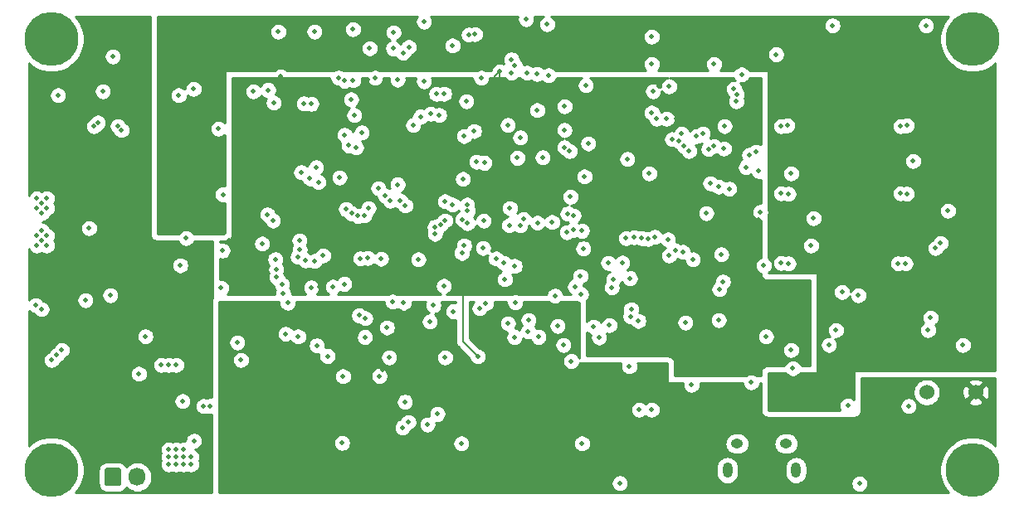
<source format=gbr>
G04 #@! TF.GenerationSoftware,KiCad,Pcbnew,(5.1.2)-1*
G04 #@! TF.CreationDate,2019-05-30T13:03:44-04:00*
G04 #@! TF.ProjectId,ZeroPilot,5a65726f-5069-46c6-9f74-2e6b69636164,rev?*
G04 #@! TF.SameCoordinates,Original*
G04 #@! TF.FileFunction,Copper,L3,Inr*
G04 #@! TF.FilePolarity,Positive*
%FSLAX46Y46*%
G04 Gerber Fmt 4.6, Leading zero omitted, Abs format (unit mm)*
G04 Created by KiCad (PCBNEW (5.1.2)-1) date 2019-05-30 13:03:44*
%MOMM*%
%LPD*%
G04 APERTURE LIST*
%ADD10C,5.500000*%
%ADD11O,1.700000X1.850000*%
%ADD12C,0.100000*%
%ADD13C,1.700000*%
%ADD14C,1.524000*%
%ADD15O,1.250000X0.950000*%
%ADD16O,1.000000X1.550000*%
%ADD17C,0.508000*%
%ADD18C,0.203200*%
%ADD19C,0.254000*%
G04 APERTURE END LIST*
D10*
X147000000Y-103000000D03*
D11*
X61771000Y-147714000D03*
D12*
G36*
X59895504Y-146790204D02*
G01*
X59919773Y-146793804D01*
X59943571Y-146799765D01*
X59966671Y-146808030D01*
X59988849Y-146818520D01*
X60009893Y-146831133D01*
X60029598Y-146845747D01*
X60047777Y-146862223D01*
X60064253Y-146880402D01*
X60078867Y-146900107D01*
X60091480Y-146921151D01*
X60101970Y-146943329D01*
X60110235Y-146966429D01*
X60116196Y-146990227D01*
X60119796Y-147014496D01*
X60121000Y-147039000D01*
X60121000Y-148389000D01*
X60119796Y-148413504D01*
X60116196Y-148437773D01*
X60110235Y-148461571D01*
X60101970Y-148484671D01*
X60091480Y-148506849D01*
X60078867Y-148527893D01*
X60064253Y-148547598D01*
X60047777Y-148565777D01*
X60029598Y-148582253D01*
X60009893Y-148596867D01*
X59988849Y-148609480D01*
X59966671Y-148619970D01*
X59943571Y-148628235D01*
X59919773Y-148634196D01*
X59895504Y-148637796D01*
X59871000Y-148639000D01*
X58671000Y-148639000D01*
X58646496Y-148637796D01*
X58622227Y-148634196D01*
X58598429Y-148628235D01*
X58575329Y-148619970D01*
X58553151Y-148609480D01*
X58532107Y-148596867D01*
X58512402Y-148582253D01*
X58494223Y-148565777D01*
X58477747Y-148547598D01*
X58463133Y-148527893D01*
X58450520Y-148506849D01*
X58440030Y-148484671D01*
X58431765Y-148461571D01*
X58425804Y-148437773D01*
X58422204Y-148413504D01*
X58421000Y-148389000D01*
X58421000Y-147039000D01*
X58422204Y-147014496D01*
X58425804Y-146990227D01*
X58431765Y-146966429D01*
X58440030Y-146943329D01*
X58450520Y-146921151D01*
X58463133Y-146900107D01*
X58477747Y-146880402D01*
X58494223Y-146862223D01*
X58512402Y-146845747D01*
X58532107Y-146831133D01*
X58553151Y-146818520D01*
X58575329Y-146808030D01*
X58598429Y-146799765D01*
X58622227Y-146793804D01*
X58646496Y-146790204D01*
X58671000Y-146789000D01*
X59871000Y-146789000D01*
X59895504Y-146790204D01*
X59895504Y-146790204D01*
G37*
D13*
X59271000Y-147714000D03*
D10*
X53000000Y-103000000D03*
X53000000Y-147000000D03*
X147000000Y-147000000D03*
D14*
X147320000Y-139065000D03*
X142320000Y-139065000D03*
D15*
X122976000Y-144319000D03*
X127976000Y-144319000D03*
D16*
X121976000Y-147019000D03*
X128976000Y-147019000D03*
D17*
X117348000Y-148336004D03*
X140716000Y-148336000D03*
X74765010Y-137198400D03*
X74765000Y-144285000D03*
X86703000Y-144158000D03*
X86832754Y-136787279D03*
X98895000Y-144285000D03*
X99022000Y-137300000D03*
X121374000Y-141618000D03*
X120943000Y-141187000D03*
X120943000Y-140602000D03*
X64224000Y-136283994D03*
X64985994Y-136283994D03*
X65748003Y-136284003D03*
X70447000Y-136271799D03*
X71082000Y-136271799D03*
X71590000Y-136271799D03*
X104844417Y-135808560D03*
X89878000Y-134633000D03*
X110199650Y-138873150D03*
X142240000Y-101600000D03*
X132715000Y-101600000D03*
X140462000Y-140462000D03*
X106426000Y-128270000D03*
X125336290Y-120650000D03*
X110998000Y-148336000D03*
X82397600Y-117144800D03*
X84988400Y-133426200D03*
X93180000Y-135522000D03*
X100252361Y-133427639D03*
X68542000Y-140475000D03*
X69190000Y-140462000D03*
X66383000Y-139967000D03*
X107277021Y-124370000D03*
X111976000Y-136411000D03*
X107150000Y-144285000D03*
X51397000Y-130188000D03*
X70497800Y-118859600D03*
X74498200Y-123888800D03*
X79514800Y-128359200D03*
X86017200Y-106947000D03*
X121094600Y-131712000D03*
X113879399Y-123415214D03*
X112153800Y-130594400D03*
X135445600Y-148399800D03*
X90436800Y-125489000D03*
X82675992Y-144248000D03*
X82766000Y-137427000D03*
X94831000Y-144285000D03*
X99154854Y-125854263D03*
X114262000Y-105550000D03*
X101433368Y-100976368D03*
X91021000Y-101232000D03*
X91021000Y-107328000D03*
X105372000Y-109868000D03*
X83781994Y-101994000D03*
X56858000Y-122314000D03*
X118453000Y-125489000D03*
X123414990Y-106622390D03*
X102578000Y-110249000D03*
X53683000Y-108725000D03*
X59271000Y-104788000D03*
X76162000Y-102248000D03*
X66764000Y-123330000D03*
X59017000Y-129172000D03*
X139662000Y-118758000D03*
X140265000Y-118790000D03*
X60160000Y-112281000D03*
X59779000Y-111900000D03*
X121628000Y-114186000D03*
X86649837Y-125419676D03*
X107404000Y-117030810D03*
X94988490Y-117286983D03*
X114770000Y-111138000D03*
X115786000Y-111138000D03*
X103594000Y-101486000D03*
X125692000Y-126124000D03*
X125919048Y-133350000D03*
X67526000Y-108090000D03*
X73622000Y-108344000D03*
X70066000Y-112154000D03*
X114262000Y-102756000D03*
X133058000Y-132728000D03*
X142456000Y-132728000D03*
X139407996Y-125902000D03*
X140138006Y-125902000D03*
X139662000Y-111900000D03*
X140265000Y-111805000D03*
X127470000Y-111900000D03*
X128073000Y-111805000D03*
X127470000Y-118758000D03*
X128200000Y-118790000D03*
X127470000Y-125870000D03*
X128200000Y-125902000D03*
X114389000Y-108344000D03*
X67541098Y-144019777D03*
X57366000Y-111900000D03*
X57747000Y-111519000D03*
X52006899Y-130575165D03*
X53048000Y-135776000D03*
X53556000Y-135268000D03*
X54064000Y-134760000D03*
X106039483Y-135877610D03*
X70320000Y-128410000D03*
X70452929Y-124605929D03*
X76920063Y-133105062D03*
X118326000Y-138316000D03*
X124422000Y-138062000D03*
X56642000Y-114554000D03*
X56985000Y-127902000D03*
X55842300Y-127774700D03*
X56350300Y-127774700D03*
X61176000Y-104280000D03*
X61176000Y-105042000D03*
X61938000Y-105042000D03*
X61938000Y-104280000D03*
X62700000Y-104280000D03*
X62700000Y-105042000D03*
X61938000Y-105804000D03*
X62700000Y-105804000D03*
X62700000Y-106566000D03*
X61938000Y-106566000D03*
X53810000Y-119266000D03*
X54826000Y-119266000D03*
X54318000Y-119774000D03*
X53810000Y-120282000D03*
X54826000Y-120282000D03*
X54318000Y-120790000D03*
X54826000Y-124092000D03*
X54318000Y-123584000D03*
X54826000Y-123076000D03*
X54318000Y-122568000D03*
X53875925Y-123057165D03*
X53949710Y-124092000D03*
X58255000Y-108344000D03*
X66002000Y-108725000D03*
X96505861Y-135396139D03*
X88862000Y-109741000D03*
X97625000Y-127140000D03*
X89319200Y-114617800D03*
X78854400Y-113754200D03*
X80353000Y-128333800D03*
X85229800Y-107150200D03*
X71107400Y-123584000D03*
X71767800Y-123584000D03*
X88481000Y-124092000D03*
X96736000Y-108344000D03*
X109944000Y-134506000D03*
X125184000Y-121425000D03*
X122952592Y-115693114D03*
X96736000Y-120282000D03*
X99784000Y-114440000D03*
X114259724Y-112150009D03*
X116802000Y-111138000D03*
X127507999Y-128156000D03*
X125692000Y-127902000D03*
X76416000Y-106820000D03*
X121120000Y-107328000D03*
X98768000Y-106312014D03*
X115024000Y-107836000D03*
X83615250Y-128751250D03*
X91506200Y-128791000D03*
X111252000Y-125826200D03*
X112026810Y-127413893D03*
X117690998Y-131966000D03*
X109944010Y-132219984D03*
X109817010Y-125869990D03*
X105595525Y-122726399D03*
X92146279Y-122886151D03*
X102585457Y-121755601D03*
X92710813Y-121956118D03*
X104102000Y-121679000D03*
X92113052Y-122170410D03*
X66167000Y-126111000D03*
X81733355Y-128291755D03*
X71971000Y-133998000D03*
X82893000Y-128003600D03*
X130264000Y-139192000D03*
X129502000Y-139192000D03*
X131026000Y-139192000D03*
X148552002Y-111773000D03*
X148012000Y-111805000D03*
X135820004Y-111804996D03*
X136613991Y-111645991D03*
X136487000Y-118758000D03*
X135820000Y-118790000D03*
X148806000Y-125870000D03*
X148266000Y-125902000D03*
X148298000Y-132728000D03*
X138646000Y-132728000D03*
X136614000Y-125870000D03*
X136074000Y-125902000D03*
X148552000Y-118758000D03*
X148012000Y-118790000D03*
X66256000Y-121044000D03*
X64732000Y-121044000D03*
X64732000Y-120282000D03*
X65494000Y-120282000D03*
X65494000Y-121044000D03*
X66256000Y-120282000D03*
X130518000Y-124092000D03*
X123863179Y-116073815D03*
X122898000Y-109360000D03*
X130772000Y-121298000D03*
X122644000Y-108090000D03*
X143726000Y-123838000D03*
X122927981Y-108657963D03*
X143218000Y-124346002D03*
X125184000Y-116472000D03*
X128486000Y-116725994D03*
X120612000Y-105550000D03*
X144488000Y-120536000D03*
X140932000Y-115456000D03*
X126944507Y-104551493D03*
X96139000Y-112395000D03*
X95123000Y-112895367D03*
X90681562Y-110902839D03*
X89916000Y-111760000D03*
X91694000Y-110617000D03*
X92583000Y-110744000D03*
X133660817Y-128823183D03*
X124193390Y-114814881D03*
X135344000Y-129172000D03*
X124908425Y-114517963D03*
X108889800Y-133477000D03*
X93942000Y-119901032D03*
X108331000Y-132373621D03*
X93178019Y-119570821D03*
X78194000Y-133363000D03*
X72352000Y-135776000D03*
X121053258Y-118062743D03*
X146012000Y-134252000D03*
X122161400Y-118282261D03*
X142710000Y-131458000D03*
X87465000Y-135522000D03*
X102707378Y-133416622D03*
X112992000Y-140856000D03*
X101649160Y-132841050D03*
X87249000Y-132461000D03*
X114262000Y-140856000D03*
X84662936Y-112521977D03*
X77105081Y-129930709D03*
X80734000Y-125108000D03*
X84959611Y-121004528D03*
X76650012Y-128968800D03*
X84086802Y-114059000D03*
X79860406Y-125672798D03*
X84289478Y-121056313D03*
X76523181Y-128038980D03*
X83352984Y-113860729D03*
X78951080Y-125611080D03*
X83627181Y-120797113D03*
X82931000Y-112776000D03*
X75964381Y-127300645D03*
X78139863Y-125246167D03*
X83058653Y-120369798D03*
X104372389Y-129206411D03*
X100286387Y-126174810D03*
X105244996Y-134252000D03*
X104657632Y-132299368D03*
X99276000Y-127521000D03*
X100331055Y-129870190D03*
X93091000Y-108585000D03*
X97167443Y-115633988D03*
X95465993Y-120535993D03*
X95466000Y-121806000D03*
X92266599Y-108597480D03*
X96367612Y-115516672D03*
X95412456Y-119903249D03*
X94960337Y-121421884D03*
X92392600Y-141287800D03*
X78339000Y-124455000D03*
X86474400Y-137401600D03*
X84392175Y-131214814D03*
X89446200Y-142100600D03*
X91376600Y-142380000D03*
X89074707Y-140033693D03*
X88836600Y-142659400D03*
X78321000Y-123584000D03*
X85039190Y-131510101D03*
X97040800Y-124333000D03*
X95123000Y-124079000D03*
X84544000Y-125399800D03*
X80075243Y-134275757D03*
X75946000Y-126492000D03*
X75057000Y-120904000D03*
X75615800Y-121539000D03*
X75837202Y-125476000D03*
X94883132Y-124826868D03*
X98355935Y-125418065D03*
X85306000Y-125362000D03*
X81167243Y-135367757D03*
X91988800Y-130191685D03*
X79514800Y-109619212D03*
X75679400Y-109487000D03*
X91616395Y-131824633D03*
X88950832Y-129907011D03*
X78752798Y-109563200D03*
X75120600Y-108191600D03*
X87833221Y-129820098D03*
X78486000Y-116586000D03*
X96683846Y-130493949D03*
X79375000Y-117221000D03*
X97331361Y-129998639D03*
X80232182Y-117597821D03*
X99592202Y-132029201D03*
X80010000Y-116078000D03*
X101688998Y-131712000D03*
X64986000Y-145682000D03*
X64986000Y-144920000D03*
X52540000Y-124092000D03*
X51524000Y-124092000D03*
X52032000Y-123584000D03*
X52540000Y-123076000D03*
X51524000Y-123076000D03*
X51524000Y-119266000D03*
X52540000Y-119266000D03*
X52032000Y-119774000D03*
X51524000Y-120282000D03*
X52540000Y-120282000D03*
X52032000Y-120790000D03*
X52032000Y-122568000D03*
X65748000Y-144920000D03*
X67272000Y-145682000D03*
X66510000Y-145682000D03*
X65748000Y-145682000D03*
X67272000Y-146444000D03*
X66510000Y-146444000D03*
X65748000Y-146444000D03*
X66510000Y-144920000D03*
X64986000Y-146444000D03*
X62611000Y-133350000D03*
X56477000Y-129680000D03*
X61938000Y-137173000D03*
X93942000Y-103645000D03*
X95576087Y-102532601D03*
X96228000Y-102502000D03*
X85479716Y-103940536D03*
X93178586Y-121526666D03*
X134251800Y-140424200D03*
X85358243Y-120254757D03*
X121539000Y-127762000D03*
X128486000Y-134760000D03*
X121158000Y-128524000D03*
X128660000Y-136618000D03*
X121361200Y-124968000D03*
X132334000Y-134239000D03*
X105359200Y-114046000D03*
X121680325Y-111883867D03*
X120612000Y-113932000D03*
X120231032Y-117742000D03*
X103124000Y-115062000D03*
X105880000Y-114440000D03*
X111766211Y-115237286D03*
X82932118Y-107252059D03*
X87912100Y-102308900D03*
X79845000Y-102248000D03*
X107531002Y-107709000D03*
X116040000Y-107836000D03*
X93029990Y-128199127D03*
X82296000Y-106934000D03*
X94022902Y-130801204D03*
X102578000Y-106566000D03*
X103721000Y-106693000D03*
X96857844Y-106947000D03*
X83578053Y-109156053D03*
X83782000Y-107201000D03*
X106267202Y-122492611D03*
X116648401Y-124574522D03*
X105663776Y-120815390D03*
X119469013Y-112662000D03*
X107141299Y-122576431D03*
X116040000Y-125108000D03*
X118834000Y-112916000D03*
X106270508Y-121018999D03*
X106980645Y-127207355D03*
X99705600Y-122009190D03*
X100838000Y-122009190D03*
X107048390Y-129032000D03*
X105359200Y-112268000D03*
X114554000Y-123190000D03*
X114262000Y-110503000D03*
X114008000Y-116726000D03*
X120044028Y-114215986D03*
X119824610Y-120790000D03*
X107767310Y-113658070D03*
X117310000Y-112662000D03*
X100838000Y-113030000D03*
X101161326Y-121375722D03*
X100546000Y-115125800D03*
X97097788Y-121552000D03*
X88330241Y-117845245D03*
X99784000Y-120256610D03*
X86366592Y-118248524D03*
X99568000Y-111760000D03*
X95339000Y-109359998D03*
X113246000Y-123330000D03*
X105967257Y-119099257D03*
X117409354Y-124731615D03*
X115913000Y-123457000D03*
X112448972Y-123235405D03*
X111641934Y-123332117D03*
X110343003Y-127564034D03*
X110183444Y-128347929D03*
X112077610Y-131305154D03*
X112903856Y-131775200D03*
X83909000Y-110757000D03*
X99949987Y-105065719D03*
X87871400Y-103949800D03*
X99936400Y-106413600D03*
X88874796Y-104389577D03*
X89462083Y-103803580D03*
X100268243Y-105653243D03*
X88325612Y-107138140D03*
X101562000Y-106439000D03*
X89116000Y-119989597D03*
X118072000Y-114440000D03*
X88608000Y-119520000D03*
X117564000Y-113932000D03*
X117056000Y-113424000D03*
X87592000Y-119520000D03*
X116334790Y-113224440D03*
X87084000Y-119012000D03*
D18*
X94983400Y-133873678D02*
X94983400Y-128257600D01*
X96505861Y-135396139D02*
X94983400Y-133873678D01*
X94983400Y-128257600D02*
X95618400Y-127622600D01*
X95618400Y-127622600D02*
X96024800Y-127622600D01*
X124930001Y-121678999D02*
X125184000Y-121425000D01*
X124930001Y-121755201D02*
X124930001Y-121678999D01*
X125006200Y-121831400D02*
X124930001Y-121755201D01*
X98768000Y-106312000D02*
X98768000Y-106312014D01*
X98768000Y-106312014D02*
X98768000Y-106820000D01*
X98768000Y-106312014D02*
X98260014Y-106820000D01*
X98260014Y-106820000D02*
X98260014Y-107327986D01*
D19*
G36*
X90233179Y-100810901D02*
G01*
X90166164Y-100972688D01*
X90132000Y-101144441D01*
X90132000Y-101319559D01*
X90166164Y-101491312D01*
X90233179Y-101653099D01*
X90330469Y-101798704D01*
X90454296Y-101922531D01*
X90599901Y-102019821D01*
X90761688Y-102086836D01*
X90933441Y-102121000D01*
X91108559Y-102121000D01*
X91280312Y-102086836D01*
X91442099Y-102019821D01*
X91587704Y-101922531D01*
X91711531Y-101798704D01*
X91808821Y-101653099D01*
X91875836Y-101491312D01*
X91910000Y-101319559D01*
X91910000Y-101144441D01*
X91875836Y-100972688D01*
X91808821Y-100810901D01*
X91724697Y-100685000D01*
X100591810Y-100685000D01*
X100578532Y-100717056D01*
X100544368Y-100888809D01*
X100544368Y-101063927D01*
X100578532Y-101235680D01*
X100645547Y-101397467D01*
X100742837Y-101543072D01*
X100866664Y-101666899D01*
X101012269Y-101764189D01*
X101174056Y-101831204D01*
X101345809Y-101865368D01*
X101520927Y-101865368D01*
X101692680Y-101831204D01*
X101854467Y-101764189D01*
X102000072Y-101666899D01*
X102123899Y-101543072D01*
X102221189Y-101397467D01*
X102288204Y-101235680D01*
X102322368Y-101063927D01*
X102322368Y-100888809D01*
X102288204Y-100717056D01*
X102274926Y-100685000D01*
X103204718Y-100685000D01*
X103172901Y-100698179D01*
X103027296Y-100795469D01*
X102903469Y-100919296D01*
X102806179Y-101064901D01*
X102739164Y-101226688D01*
X102705000Y-101398441D01*
X102705000Y-101573559D01*
X102739164Y-101745312D01*
X102806179Y-101907099D01*
X102903469Y-102052704D01*
X103027296Y-102176531D01*
X103172901Y-102273821D01*
X103334688Y-102340836D01*
X103506441Y-102375000D01*
X103681559Y-102375000D01*
X103853312Y-102340836D01*
X104015099Y-102273821D01*
X104160704Y-102176531D01*
X104284531Y-102052704D01*
X104381821Y-101907099D01*
X104448836Y-101745312D01*
X104483000Y-101573559D01*
X104483000Y-101512441D01*
X131826000Y-101512441D01*
X131826000Y-101687559D01*
X131860164Y-101859312D01*
X131927179Y-102021099D01*
X132024469Y-102166704D01*
X132148296Y-102290531D01*
X132293901Y-102387821D01*
X132455688Y-102454836D01*
X132627441Y-102489000D01*
X132802559Y-102489000D01*
X132974312Y-102454836D01*
X133136099Y-102387821D01*
X133281704Y-102290531D01*
X133405531Y-102166704D01*
X133502821Y-102021099D01*
X133569836Y-101859312D01*
X133604000Y-101687559D01*
X133604000Y-101512441D01*
X141351000Y-101512441D01*
X141351000Y-101687559D01*
X141385164Y-101859312D01*
X141452179Y-102021099D01*
X141549469Y-102166704D01*
X141673296Y-102290531D01*
X141818901Y-102387821D01*
X141980688Y-102454836D01*
X142152441Y-102489000D01*
X142327559Y-102489000D01*
X142499312Y-102454836D01*
X142661099Y-102387821D01*
X142806704Y-102290531D01*
X142930531Y-102166704D01*
X143027821Y-102021099D01*
X143094836Y-101859312D01*
X143129000Y-101687559D01*
X143129000Y-101512441D01*
X143094836Y-101340688D01*
X143027821Y-101178901D01*
X142930531Y-101033296D01*
X142806704Y-100909469D01*
X142661099Y-100812179D01*
X142499312Y-100745164D01*
X142327559Y-100711000D01*
X142152441Y-100711000D01*
X141980688Y-100745164D01*
X141818901Y-100812179D01*
X141673296Y-100909469D01*
X141549469Y-101033296D01*
X141452179Y-101178901D01*
X141385164Y-101340688D01*
X141351000Y-101512441D01*
X133604000Y-101512441D01*
X133569836Y-101340688D01*
X133502821Y-101178901D01*
X133405531Y-101033296D01*
X133281704Y-100909469D01*
X133136099Y-100812179D01*
X132974312Y-100745164D01*
X132802559Y-100711000D01*
X132627441Y-100711000D01*
X132455688Y-100745164D01*
X132293901Y-100812179D01*
X132148296Y-100909469D01*
X132024469Y-101033296D01*
X131927179Y-101178901D01*
X131860164Y-101340688D01*
X131826000Y-101512441D01*
X104483000Y-101512441D01*
X104483000Y-101398441D01*
X104448836Y-101226688D01*
X104381821Y-101064901D01*
X104284531Y-100919296D01*
X104160704Y-100795469D01*
X104015099Y-100698179D01*
X103983282Y-100685000D01*
X144527886Y-100685000D01*
X144370698Y-100842188D01*
X144000252Y-101396601D01*
X143745083Y-102012632D01*
X143615000Y-102666607D01*
X143615000Y-103333393D01*
X143745083Y-103987368D01*
X144000252Y-104603399D01*
X144370698Y-105157812D01*
X144842188Y-105629302D01*
X145396601Y-105999748D01*
X146012632Y-106254917D01*
X146666607Y-106385000D01*
X147333393Y-106385000D01*
X147987368Y-106254917D01*
X148603399Y-105999748D01*
X149157812Y-105629302D01*
X149315000Y-105472114D01*
X149315001Y-136873000D01*
X135000000Y-136873000D01*
X134975224Y-136875440D01*
X134951399Y-136882667D01*
X134929443Y-136894403D01*
X134910197Y-136910197D01*
X134894403Y-136929443D01*
X134882667Y-136951399D01*
X134875440Y-136975224D01*
X134873000Y-137000000D01*
X134873000Y-139788165D01*
X134818504Y-139733669D01*
X134672899Y-139636379D01*
X134511112Y-139569364D01*
X134339359Y-139535200D01*
X134164241Y-139535200D01*
X133992488Y-139569364D01*
X133830701Y-139636379D01*
X133685096Y-139733669D01*
X133561269Y-139857496D01*
X133463979Y-140003101D01*
X133396964Y-140164888D01*
X133362800Y-140336641D01*
X133362800Y-140511759D01*
X133396964Y-140683512D01*
X133463979Y-140845299D01*
X133482488Y-140873000D01*
X126127000Y-140873000D01*
X126127000Y-137127000D01*
X127930912Y-137127000D01*
X127969469Y-137184704D01*
X128093296Y-137308531D01*
X128238901Y-137405821D01*
X128400688Y-137472836D01*
X128572441Y-137507000D01*
X128747559Y-137507000D01*
X128919312Y-137472836D01*
X129081099Y-137405821D01*
X129226704Y-137308531D01*
X129350531Y-137184704D01*
X129389088Y-137127000D01*
X131000000Y-137127000D01*
X131024776Y-137124560D01*
X131048601Y-137117333D01*
X131070557Y-137105597D01*
X131089803Y-137089803D01*
X131105597Y-137070557D01*
X131117333Y-137048601D01*
X131124560Y-137024776D01*
X131127000Y-137000000D01*
X131127000Y-134151441D01*
X131445000Y-134151441D01*
X131445000Y-134326559D01*
X131479164Y-134498312D01*
X131546179Y-134660099D01*
X131643469Y-134805704D01*
X131767296Y-134929531D01*
X131912901Y-135026821D01*
X132074688Y-135093836D01*
X132246441Y-135128000D01*
X132421559Y-135128000D01*
X132593312Y-135093836D01*
X132755099Y-135026821D01*
X132900704Y-134929531D01*
X133024531Y-134805704D01*
X133121821Y-134660099D01*
X133188836Y-134498312D01*
X133223000Y-134326559D01*
X133223000Y-134164441D01*
X145123000Y-134164441D01*
X145123000Y-134339559D01*
X145157164Y-134511312D01*
X145224179Y-134673099D01*
X145321469Y-134818704D01*
X145445296Y-134942531D01*
X145590901Y-135039821D01*
X145752688Y-135106836D01*
X145924441Y-135141000D01*
X146099559Y-135141000D01*
X146271312Y-135106836D01*
X146433099Y-135039821D01*
X146578704Y-134942531D01*
X146702531Y-134818704D01*
X146799821Y-134673099D01*
X146866836Y-134511312D01*
X146901000Y-134339559D01*
X146901000Y-134164441D01*
X146866836Y-133992688D01*
X146799821Y-133830901D01*
X146702531Y-133685296D01*
X146578704Y-133561469D01*
X146433099Y-133464179D01*
X146271312Y-133397164D01*
X146099559Y-133363000D01*
X145924441Y-133363000D01*
X145752688Y-133397164D01*
X145590901Y-133464179D01*
X145445296Y-133561469D01*
X145321469Y-133685296D01*
X145224179Y-133830901D01*
X145157164Y-133992688D01*
X145123000Y-134164441D01*
X133223000Y-134164441D01*
X133223000Y-134151441D01*
X133188836Y-133979688D01*
X133121821Y-133817901D01*
X133024531Y-133672296D01*
X132968936Y-133616701D01*
X132970441Y-133617000D01*
X133145559Y-133617000D01*
X133317312Y-133582836D01*
X133479099Y-133515821D01*
X133624704Y-133418531D01*
X133748531Y-133294704D01*
X133845821Y-133149099D01*
X133912836Y-132987312D01*
X133947000Y-132815559D01*
X133947000Y-132640441D01*
X141567000Y-132640441D01*
X141567000Y-132815559D01*
X141601164Y-132987312D01*
X141668179Y-133149099D01*
X141765469Y-133294704D01*
X141889296Y-133418531D01*
X142034901Y-133515821D01*
X142196688Y-133582836D01*
X142368441Y-133617000D01*
X142543559Y-133617000D01*
X142715312Y-133582836D01*
X142877099Y-133515821D01*
X143022704Y-133418531D01*
X143146531Y-133294704D01*
X143243821Y-133149099D01*
X143310836Y-132987312D01*
X143345000Y-132815559D01*
X143345000Y-132640441D01*
X143310836Y-132468688D01*
X143243821Y-132306901D01*
X143180813Y-132212603D01*
X143276704Y-132148531D01*
X143400531Y-132024704D01*
X143497821Y-131879099D01*
X143564836Y-131717312D01*
X143599000Y-131545559D01*
X143599000Y-131370441D01*
X143564836Y-131198688D01*
X143497821Y-131036901D01*
X143400531Y-130891296D01*
X143276704Y-130767469D01*
X143131099Y-130670179D01*
X142969312Y-130603164D01*
X142797559Y-130569000D01*
X142622441Y-130569000D01*
X142450688Y-130603164D01*
X142288901Y-130670179D01*
X142143296Y-130767469D01*
X142019469Y-130891296D01*
X141922179Y-131036901D01*
X141855164Y-131198688D01*
X141821000Y-131370441D01*
X141821000Y-131545559D01*
X141855164Y-131717312D01*
X141922179Y-131879099D01*
X141985187Y-131973397D01*
X141889296Y-132037469D01*
X141765469Y-132161296D01*
X141668179Y-132306901D01*
X141601164Y-132468688D01*
X141567000Y-132640441D01*
X133947000Y-132640441D01*
X133912836Y-132468688D01*
X133845821Y-132306901D01*
X133748531Y-132161296D01*
X133624704Y-132037469D01*
X133479099Y-131940179D01*
X133317312Y-131873164D01*
X133145559Y-131839000D01*
X132970441Y-131839000D01*
X132798688Y-131873164D01*
X132636901Y-131940179D01*
X132491296Y-132037469D01*
X132367469Y-132161296D01*
X132270179Y-132306901D01*
X132203164Y-132468688D01*
X132169000Y-132640441D01*
X132169000Y-132815559D01*
X132203164Y-132987312D01*
X132270179Y-133149099D01*
X132367469Y-133294704D01*
X132423064Y-133350299D01*
X132421559Y-133350000D01*
X132246441Y-133350000D01*
X132074688Y-133384164D01*
X131912901Y-133451179D01*
X131767296Y-133548469D01*
X131643469Y-133672296D01*
X131546179Y-133817901D01*
X131479164Y-133979688D01*
X131445000Y-134151441D01*
X131127000Y-134151441D01*
X131127000Y-128735624D01*
X132771817Y-128735624D01*
X132771817Y-128910742D01*
X132805981Y-129082495D01*
X132872996Y-129244282D01*
X132970286Y-129389887D01*
X133094113Y-129513714D01*
X133239718Y-129611004D01*
X133401505Y-129678019D01*
X133573258Y-129712183D01*
X133748376Y-129712183D01*
X133920129Y-129678019D01*
X134081916Y-129611004D01*
X134227521Y-129513714D01*
X134351348Y-129389887D01*
X134448638Y-129244282D01*
X134455000Y-129228923D01*
X134455000Y-129259559D01*
X134489164Y-129431312D01*
X134556179Y-129593099D01*
X134653469Y-129738704D01*
X134777296Y-129862531D01*
X134922901Y-129959821D01*
X135084688Y-130026836D01*
X135256441Y-130061000D01*
X135431559Y-130061000D01*
X135603312Y-130026836D01*
X135765099Y-129959821D01*
X135910704Y-129862531D01*
X136034531Y-129738704D01*
X136131821Y-129593099D01*
X136198836Y-129431312D01*
X136233000Y-129259559D01*
X136233000Y-129084441D01*
X136198836Y-128912688D01*
X136131821Y-128750901D01*
X136034531Y-128605296D01*
X135910704Y-128481469D01*
X135765099Y-128384179D01*
X135603312Y-128317164D01*
X135431559Y-128283000D01*
X135256441Y-128283000D01*
X135084688Y-128317164D01*
X134922901Y-128384179D01*
X134777296Y-128481469D01*
X134653469Y-128605296D01*
X134556179Y-128750901D01*
X134549817Y-128766260D01*
X134549817Y-128735624D01*
X134515653Y-128563871D01*
X134448638Y-128402084D01*
X134351348Y-128256479D01*
X134227521Y-128132652D01*
X134081916Y-128035362D01*
X133920129Y-127968347D01*
X133748376Y-127934183D01*
X133573258Y-127934183D01*
X133401505Y-127968347D01*
X133239718Y-128035362D01*
X133094113Y-128132652D01*
X132970286Y-128256479D01*
X132872996Y-128402084D01*
X132805981Y-128563871D01*
X132771817Y-128735624D01*
X131127000Y-128735624D01*
X131127000Y-127000000D01*
X131124560Y-126975224D01*
X131117333Y-126951399D01*
X131105597Y-126929443D01*
X131089803Y-126910197D01*
X131070557Y-126894403D01*
X131048601Y-126882667D01*
X131024776Y-126875440D01*
X131000000Y-126873000D01*
X126171199Y-126873000D01*
X126258704Y-126814531D01*
X126382531Y-126690704D01*
X126479821Y-126545099D01*
X126546836Y-126383312D01*
X126581000Y-126211559D01*
X126581000Y-126036441D01*
X126546836Y-125864688D01*
X126512768Y-125782441D01*
X126581000Y-125782441D01*
X126581000Y-125957559D01*
X126615164Y-126129312D01*
X126682179Y-126291099D01*
X126779469Y-126436704D01*
X126903296Y-126560531D01*
X127048901Y-126657821D01*
X127210688Y-126724836D01*
X127382441Y-126759000D01*
X127557559Y-126759000D01*
X127729312Y-126724836D01*
X127796373Y-126697058D01*
X127940688Y-126756836D01*
X128112441Y-126791000D01*
X128287559Y-126791000D01*
X128459312Y-126756836D01*
X128621099Y-126689821D01*
X128766704Y-126592531D01*
X128890531Y-126468704D01*
X128987821Y-126323099D01*
X129054836Y-126161312D01*
X129089000Y-125989559D01*
X129089000Y-125814441D01*
X138518996Y-125814441D01*
X138518996Y-125989559D01*
X138553160Y-126161312D01*
X138620175Y-126323099D01*
X138717465Y-126468704D01*
X138841292Y-126592531D01*
X138986897Y-126689821D01*
X139148684Y-126756836D01*
X139320437Y-126791000D01*
X139495555Y-126791000D01*
X139667308Y-126756836D01*
X139773001Y-126713056D01*
X139878694Y-126756836D01*
X140050447Y-126791000D01*
X140225565Y-126791000D01*
X140397318Y-126756836D01*
X140559105Y-126689821D01*
X140704710Y-126592531D01*
X140828537Y-126468704D01*
X140925827Y-126323099D01*
X140992842Y-126161312D01*
X141027006Y-125989559D01*
X141027006Y-125814441D01*
X140992842Y-125642688D01*
X140925827Y-125480901D01*
X140828537Y-125335296D01*
X140704710Y-125211469D01*
X140559105Y-125114179D01*
X140397318Y-125047164D01*
X140225565Y-125013000D01*
X140050447Y-125013000D01*
X139878694Y-125047164D01*
X139773001Y-125090944D01*
X139667308Y-125047164D01*
X139495555Y-125013000D01*
X139320437Y-125013000D01*
X139148684Y-125047164D01*
X138986897Y-125114179D01*
X138841292Y-125211469D01*
X138717465Y-125335296D01*
X138620175Y-125480901D01*
X138553160Y-125642688D01*
X138518996Y-125814441D01*
X129089000Y-125814441D01*
X129054836Y-125642688D01*
X128987821Y-125480901D01*
X128890531Y-125335296D01*
X128766704Y-125211469D01*
X128621099Y-125114179D01*
X128459312Y-125047164D01*
X128287559Y-125013000D01*
X128112441Y-125013000D01*
X127940688Y-125047164D01*
X127873627Y-125074942D01*
X127729312Y-125015164D01*
X127557559Y-124981000D01*
X127382441Y-124981000D01*
X127210688Y-125015164D01*
X127048901Y-125082179D01*
X126903296Y-125179469D01*
X126779469Y-125303296D01*
X126682179Y-125448901D01*
X126615164Y-125610688D01*
X126581000Y-125782441D01*
X126512768Y-125782441D01*
X126479821Y-125702901D01*
X126382531Y-125557296D01*
X126258704Y-125433469D01*
X126127000Y-125345467D01*
X126127000Y-124004441D01*
X129629000Y-124004441D01*
X129629000Y-124179559D01*
X129663164Y-124351312D01*
X129730179Y-124513099D01*
X129827469Y-124658704D01*
X129951296Y-124782531D01*
X130096901Y-124879821D01*
X130258688Y-124946836D01*
X130430441Y-124981000D01*
X130605559Y-124981000D01*
X130777312Y-124946836D01*
X130939099Y-124879821D01*
X131084704Y-124782531D01*
X131208531Y-124658704D01*
X131305821Y-124513099D01*
X131372836Y-124351312D01*
X131391308Y-124258443D01*
X142329000Y-124258443D01*
X142329000Y-124433561D01*
X142363164Y-124605314D01*
X142430179Y-124767101D01*
X142527469Y-124912706D01*
X142651296Y-125036533D01*
X142796901Y-125133823D01*
X142958688Y-125200838D01*
X143130441Y-125235002D01*
X143305559Y-125235002D01*
X143477312Y-125200838D01*
X143639099Y-125133823D01*
X143784704Y-125036533D01*
X143908531Y-124912706D01*
X144005821Y-124767101D01*
X144047202Y-124667200D01*
X144147099Y-124625821D01*
X144292704Y-124528531D01*
X144416531Y-124404704D01*
X144513821Y-124259099D01*
X144580836Y-124097312D01*
X144615000Y-123925559D01*
X144615000Y-123750441D01*
X144580836Y-123578688D01*
X144513821Y-123416901D01*
X144416531Y-123271296D01*
X144292704Y-123147469D01*
X144147099Y-123050179D01*
X143985312Y-122983164D01*
X143813559Y-122949000D01*
X143638441Y-122949000D01*
X143466688Y-122983164D01*
X143304901Y-123050179D01*
X143159296Y-123147469D01*
X143035469Y-123271296D01*
X142938179Y-123416901D01*
X142896798Y-123516802D01*
X142796901Y-123558181D01*
X142651296Y-123655471D01*
X142527469Y-123779298D01*
X142430179Y-123924903D01*
X142363164Y-124086690D01*
X142329000Y-124258443D01*
X131391308Y-124258443D01*
X131407000Y-124179559D01*
X131407000Y-124004441D01*
X131372836Y-123832688D01*
X131305821Y-123670901D01*
X131208531Y-123525296D01*
X131084704Y-123401469D01*
X130939099Y-123304179D01*
X130777312Y-123237164D01*
X130605559Y-123203000D01*
X130430441Y-123203000D01*
X130258688Y-123237164D01*
X130096901Y-123304179D01*
X129951296Y-123401469D01*
X129827469Y-123525296D01*
X129730179Y-123670901D01*
X129663164Y-123832688D01*
X129629000Y-124004441D01*
X126127000Y-124004441D01*
X126127000Y-121210441D01*
X129883000Y-121210441D01*
X129883000Y-121385559D01*
X129917164Y-121557312D01*
X129984179Y-121719099D01*
X130081469Y-121864704D01*
X130205296Y-121988531D01*
X130350901Y-122085821D01*
X130512688Y-122152836D01*
X130684441Y-122187000D01*
X130859559Y-122187000D01*
X131031312Y-122152836D01*
X131193099Y-122085821D01*
X131338704Y-121988531D01*
X131462531Y-121864704D01*
X131559821Y-121719099D01*
X131626836Y-121557312D01*
X131661000Y-121385559D01*
X131661000Y-121210441D01*
X131626836Y-121038688D01*
X131559821Y-120876901D01*
X131462531Y-120731296D01*
X131338704Y-120607469D01*
X131193099Y-120510179D01*
X131044052Y-120448441D01*
X143599000Y-120448441D01*
X143599000Y-120623559D01*
X143633164Y-120795312D01*
X143700179Y-120957099D01*
X143797469Y-121102704D01*
X143921296Y-121226531D01*
X144066901Y-121323821D01*
X144228688Y-121390836D01*
X144400441Y-121425000D01*
X144575559Y-121425000D01*
X144747312Y-121390836D01*
X144909099Y-121323821D01*
X145054704Y-121226531D01*
X145178531Y-121102704D01*
X145275821Y-120957099D01*
X145342836Y-120795312D01*
X145377000Y-120623559D01*
X145377000Y-120448441D01*
X145342836Y-120276688D01*
X145275821Y-120114901D01*
X145178531Y-119969296D01*
X145054704Y-119845469D01*
X144909099Y-119748179D01*
X144747312Y-119681164D01*
X144575559Y-119647000D01*
X144400441Y-119647000D01*
X144228688Y-119681164D01*
X144066901Y-119748179D01*
X143921296Y-119845469D01*
X143797469Y-119969296D01*
X143700179Y-120114901D01*
X143633164Y-120276688D01*
X143599000Y-120448441D01*
X131044052Y-120448441D01*
X131031312Y-120443164D01*
X130859559Y-120409000D01*
X130684441Y-120409000D01*
X130512688Y-120443164D01*
X130350901Y-120510179D01*
X130205296Y-120607469D01*
X130081469Y-120731296D01*
X129984179Y-120876901D01*
X129917164Y-121038688D01*
X129883000Y-121210441D01*
X126127000Y-121210441D01*
X126127000Y-121064124D01*
X126191126Y-120909312D01*
X126225290Y-120737559D01*
X126225290Y-120562441D01*
X126191126Y-120390688D01*
X126127000Y-120235876D01*
X126127000Y-118670441D01*
X126581000Y-118670441D01*
X126581000Y-118845559D01*
X126615164Y-119017312D01*
X126682179Y-119179099D01*
X126779469Y-119324704D01*
X126903296Y-119448531D01*
X127048901Y-119545821D01*
X127210688Y-119612836D01*
X127382441Y-119647000D01*
X127557559Y-119647000D01*
X127729312Y-119612836D01*
X127796373Y-119585058D01*
X127940688Y-119644836D01*
X128112441Y-119679000D01*
X128287559Y-119679000D01*
X128459312Y-119644836D01*
X128621099Y-119577821D01*
X128766704Y-119480531D01*
X128890531Y-119356704D01*
X128987821Y-119211099D01*
X129054836Y-119049312D01*
X129089000Y-118877559D01*
X129089000Y-118702441D01*
X129082635Y-118670441D01*
X138773000Y-118670441D01*
X138773000Y-118845559D01*
X138807164Y-119017312D01*
X138874179Y-119179099D01*
X138971469Y-119324704D01*
X139095296Y-119448531D01*
X139240901Y-119545821D01*
X139402688Y-119612836D01*
X139574441Y-119647000D01*
X139749559Y-119647000D01*
X139921312Y-119612836D01*
X139924873Y-119611361D01*
X140005688Y-119644836D01*
X140177441Y-119679000D01*
X140352559Y-119679000D01*
X140524312Y-119644836D01*
X140686099Y-119577821D01*
X140831704Y-119480531D01*
X140955531Y-119356704D01*
X141052821Y-119211099D01*
X141119836Y-119049312D01*
X141154000Y-118877559D01*
X141154000Y-118702441D01*
X141119836Y-118530688D01*
X141052821Y-118368901D01*
X140955531Y-118223296D01*
X140831704Y-118099469D01*
X140686099Y-118002179D01*
X140524312Y-117935164D01*
X140352559Y-117901000D01*
X140177441Y-117901000D01*
X140005688Y-117935164D01*
X140002127Y-117936639D01*
X139921312Y-117903164D01*
X139749559Y-117869000D01*
X139574441Y-117869000D01*
X139402688Y-117903164D01*
X139240901Y-117970179D01*
X139095296Y-118067469D01*
X138971469Y-118191296D01*
X138874179Y-118336901D01*
X138807164Y-118498688D01*
X138773000Y-118670441D01*
X129082635Y-118670441D01*
X129054836Y-118530688D01*
X128987821Y-118368901D01*
X128890531Y-118223296D01*
X128766704Y-118099469D01*
X128621099Y-118002179D01*
X128459312Y-117935164D01*
X128287559Y-117901000D01*
X128112441Y-117901000D01*
X127940688Y-117935164D01*
X127873627Y-117962942D01*
X127729312Y-117903164D01*
X127557559Y-117869000D01*
X127382441Y-117869000D01*
X127210688Y-117903164D01*
X127048901Y-117970179D01*
X126903296Y-118067469D01*
X126779469Y-118191296D01*
X126682179Y-118336901D01*
X126615164Y-118498688D01*
X126581000Y-118670441D01*
X126127000Y-118670441D01*
X126127000Y-116638435D01*
X127597000Y-116638435D01*
X127597000Y-116813553D01*
X127631164Y-116985306D01*
X127698179Y-117147093D01*
X127795469Y-117292698D01*
X127919296Y-117416525D01*
X128064901Y-117513815D01*
X128226688Y-117580830D01*
X128398441Y-117614994D01*
X128573559Y-117614994D01*
X128745312Y-117580830D01*
X128907099Y-117513815D01*
X129052704Y-117416525D01*
X129176531Y-117292698D01*
X129273821Y-117147093D01*
X129340836Y-116985306D01*
X129375000Y-116813553D01*
X129375000Y-116638435D01*
X129340836Y-116466682D01*
X129273821Y-116304895D01*
X129176531Y-116159290D01*
X129052704Y-116035463D01*
X128907099Y-115938173D01*
X128745312Y-115871158D01*
X128573559Y-115836994D01*
X128398441Y-115836994D01*
X128226688Y-115871158D01*
X128064901Y-115938173D01*
X127919296Y-116035463D01*
X127795469Y-116159290D01*
X127698179Y-116304895D01*
X127631164Y-116466682D01*
X127597000Y-116638435D01*
X126127000Y-116638435D01*
X126127000Y-115368441D01*
X140043000Y-115368441D01*
X140043000Y-115543559D01*
X140077164Y-115715312D01*
X140144179Y-115877099D01*
X140241469Y-116022704D01*
X140365296Y-116146531D01*
X140510901Y-116243821D01*
X140672688Y-116310836D01*
X140844441Y-116345000D01*
X141019559Y-116345000D01*
X141191312Y-116310836D01*
X141353099Y-116243821D01*
X141498704Y-116146531D01*
X141622531Y-116022704D01*
X141719821Y-115877099D01*
X141786836Y-115715312D01*
X141821000Y-115543559D01*
X141821000Y-115368441D01*
X141786836Y-115196688D01*
X141719821Y-115034901D01*
X141622531Y-114889296D01*
X141498704Y-114765469D01*
X141353099Y-114668179D01*
X141191312Y-114601164D01*
X141019559Y-114567000D01*
X140844441Y-114567000D01*
X140672688Y-114601164D01*
X140510901Y-114668179D01*
X140365296Y-114765469D01*
X140241469Y-114889296D01*
X140144179Y-115034901D01*
X140077164Y-115196688D01*
X140043000Y-115368441D01*
X126127000Y-115368441D01*
X126127000Y-111812441D01*
X126581000Y-111812441D01*
X126581000Y-111987559D01*
X126615164Y-112159312D01*
X126682179Y-112321099D01*
X126779469Y-112466704D01*
X126903296Y-112590531D01*
X127048901Y-112687821D01*
X127210688Y-112754836D01*
X127382441Y-112789000D01*
X127557559Y-112789000D01*
X127729312Y-112754836D01*
X127891099Y-112687821D01*
X127905615Y-112678122D01*
X127985441Y-112694000D01*
X128160559Y-112694000D01*
X128332312Y-112659836D01*
X128494099Y-112592821D01*
X128639704Y-112495531D01*
X128763531Y-112371704D01*
X128860821Y-112226099D01*
X128927836Y-112064312D01*
X128962000Y-111892559D01*
X128962000Y-111812441D01*
X138773000Y-111812441D01*
X138773000Y-111987559D01*
X138807164Y-112159312D01*
X138874179Y-112321099D01*
X138971469Y-112466704D01*
X139095296Y-112590531D01*
X139240901Y-112687821D01*
X139402688Y-112754836D01*
X139574441Y-112789000D01*
X139749559Y-112789000D01*
X139921312Y-112754836D01*
X140083099Y-112687821D01*
X140097615Y-112678122D01*
X140177441Y-112694000D01*
X140352559Y-112694000D01*
X140524312Y-112659836D01*
X140686099Y-112592821D01*
X140831704Y-112495531D01*
X140955531Y-112371704D01*
X141052821Y-112226099D01*
X141119836Y-112064312D01*
X141154000Y-111892559D01*
X141154000Y-111717441D01*
X141119836Y-111545688D01*
X141052821Y-111383901D01*
X140955531Y-111238296D01*
X140831704Y-111114469D01*
X140686099Y-111017179D01*
X140524312Y-110950164D01*
X140352559Y-110916000D01*
X140177441Y-110916000D01*
X140005688Y-110950164D01*
X139843901Y-111017179D01*
X139829385Y-111026878D01*
X139749559Y-111011000D01*
X139574441Y-111011000D01*
X139402688Y-111045164D01*
X139240901Y-111112179D01*
X139095296Y-111209469D01*
X138971469Y-111333296D01*
X138874179Y-111478901D01*
X138807164Y-111640688D01*
X138773000Y-111812441D01*
X128962000Y-111812441D01*
X128962000Y-111717441D01*
X128927836Y-111545688D01*
X128860821Y-111383901D01*
X128763531Y-111238296D01*
X128639704Y-111114469D01*
X128494099Y-111017179D01*
X128332312Y-110950164D01*
X128160559Y-110916000D01*
X127985441Y-110916000D01*
X127813688Y-110950164D01*
X127651901Y-111017179D01*
X127637385Y-111026878D01*
X127557559Y-111011000D01*
X127382441Y-111011000D01*
X127210688Y-111045164D01*
X127048901Y-111112179D01*
X126903296Y-111209469D01*
X126779469Y-111333296D01*
X126682179Y-111478901D01*
X126615164Y-111640688D01*
X126581000Y-111812441D01*
X126127000Y-111812441D01*
X126127000Y-106312000D01*
X126124560Y-106287224D01*
X126117333Y-106263399D01*
X126105597Y-106241443D01*
X126089803Y-106222197D01*
X126070557Y-106206403D01*
X126048601Y-106194667D01*
X126024776Y-106187440D01*
X126000000Y-106185000D01*
X124191926Y-106185000D01*
X124105521Y-106055686D01*
X123981694Y-105931859D01*
X123836089Y-105834569D01*
X123674302Y-105767554D01*
X123502549Y-105733390D01*
X123327431Y-105733390D01*
X123155678Y-105767554D01*
X122993891Y-105834569D01*
X122848286Y-105931859D01*
X122724459Y-106055686D01*
X122638054Y-106185000D01*
X121234235Y-106185000D01*
X121302531Y-106116704D01*
X121399821Y-105971099D01*
X121466836Y-105809312D01*
X121501000Y-105637559D01*
X121501000Y-105462441D01*
X121466836Y-105290688D01*
X121399821Y-105128901D01*
X121302531Y-104983296D01*
X121178704Y-104859469D01*
X121033099Y-104762179D01*
X120871312Y-104695164D01*
X120699559Y-104661000D01*
X120524441Y-104661000D01*
X120352688Y-104695164D01*
X120190901Y-104762179D01*
X120045296Y-104859469D01*
X119921469Y-104983296D01*
X119824179Y-105128901D01*
X119757164Y-105290688D01*
X119723000Y-105462441D01*
X119723000Y-105637559D01*
X119757164Y-105809312D01*
X119824179Y-105971099D01*
X119921469Y-106116704D01*
X119989765Y-106185000D01*
X114884235Y-106185000D01*
X114952531Y-106116704D01*
X115049821Y-105971099D01*
X115116836Y-105809312D01*
X115151000Y-105637559D01*
X115151000Y-105462441D01*
X115116836Y-105290688D01*
X115049821Y-105128901D01*
X114952531Y-104983296D01*
X114828704Y-104859469D01*
X114683099Y-104762179D01*
X114521312Y-104695164D01*
X114349559Y-104661000D01*
X114174441Y-104661000D01*
X114002688Y-104695164D01*
X113840901Y-104762179D01*
X113695296Y-104859469D01*
X113571469Y-104983296D01*
X113474179Y-105128901D01*
X113407164Y-105290688D01*
X113373000Y-105462441D01*
X113373000Y-105637559D01*
X113407164Y-105809312D01*
X113474179Y-105971099D01*
X113571469Y-106116704D01*
X113639765Y-106185000D01*
X104450756Y-106185000D01*
X104411531Y-106126296D01*
X104287704Y-106002469D01*
X104142099Y-105905179D01*
X103980312Y-105838164D01*
X103808559Y-105804000D01*
X103633441Y-105804000D01*
X103461688Y-105838164D01*
X103299901Y-105905179D01*
X103224677Y-105955442D01*
X103144704Y-105875469D01*
X102999099Y-105778179D01*
X102837312Y-105711164D01*
X102665559Y-105677000D01*
X102490441Y-105677000D01*
X102318688Y-105711164D01*
X102157971Y-105777736D01*
X102128704Y-105748469D01*
X101983099Y-105651179D01*
X101821312Y-105584164D01*
X101649559Y-105550000D01*
X101474441Y-105550000D01*
X101302688Y-105584164D01*
X101157243Y-105644410D01*
X101157243Y-105565684D01*
X101123079Y-105393931D01*
X101056064Y-105232144D01*
X100958774Y-105086539D01*
X100836154Y-104963919D01*
X100804823Y-104806407D01*
X100737808Y-104644620D01*
X100640518Y-104499015D01*
X100605437Y-104463934D01*
X126055507Y-104463934D01*
X126055507Y-104639052D01*
X126089671Y-104810805D01*
X126156686Y-104972592D01*
X126253976Y-105118197D01*
X126377803Y-105242024D01*
X126523408Y-105339314D01*
X126685195Y-105406329D01*
X126856948Y-105440493D01*
X127032066Y-105440493D01*
X127203819Y-105406329D01*
X127365606Y-105339314D01*
X127511211Y-105242024D01*
X127635038Y-105118197D01*
X127732328Y-104972592D01*
X127799343Y-104810805D01*
X127833507Y-104639052D01*
X127833507Y-104463934D01*
X127799343Y-104292181D01*
X127732328Y-104130394D01*
X127635038Y-103984789D01*
X127511211Y-103860962D01*
X127365606Y-103763672D01*
X127203819Y-103696657D01*
X127032066Y-103662493D01*
X126856948Y-103662493D01*
X126685195Y-103696657D01*
X126523408Y-103763672D01*
X126377803Y-103860962D01*
X126253976Y-103984789D01*
X126156686Y-104130394D01*
X126089671Y-104292181D01*
X126055507Y-104463934D01*
X100605437Y-104463934D01*
X100516691Y-104375188D01*
X100371086Y-104277898D01*
X100209299Y-104210883D01*
X100037546Y-104176719D01*
X99862428Y-104176719D01*
X99690675Y-104210883D01*
X99528888Y-104277898D01*
X99383283Y-104375188D01*
X99259456Y-104499015D01*
X99162166Y-104644620D01*
X99095151Y-104806407D01*
X99060987Y-104978160D01*
X99060987Y-105153278D01*
X99095151Y-105325031D01*
X99162166Y-105486818D01*
X99186389Y-105523071D01*
X99027312Y-105457178D01*
X98855559Y-105423014D01*
X98680441Y-105423014D01*
X98508688Y-105457178D01*
X98346901Y-105524193D01*
X98201296Y-105621483D01*
X98077469Y-105745310D01*
X97980179Y-105890915D01*
X97913164Y-106052702D01*
X97895177Y-106143128D01*
X97853305Y-106185000D01*
X97317587Y-106185000D01*
X97278943Y-106159179D01*
X97117156Y-106092164D01*
X96945403Y-106058000D01*
X96770285Y-106058000D01*
X96598532Y-106092164D01*
X96436745Y-106159179D01*
X96398101Y-106185000D01*
X86476943Y-106185000D01*
X86438299Y-106159179D01*
X86276512Y-106092164D01*
X86104759Y-106058000D01*
X85929641Y-106058000D01*
X85757888Y-106092164D01*
X85596101Y-106159179D01*
X85557457Y-106185000D01*
X82775199Y-106185000D01*
X82717099Y-106146179D01*
X82555312Y-106079164D01*
X82383559Y-106045000D01*
X82208441Y-106045000D01*
X82036688Y-106079164D01*
X81874901Y-106146179D01*
X81816801Y-106185000D01*
X77038235Y-106185000D01*
X76982704Y-106129469D01*
X76837099Y-106032179D01*
X76675312Y-105965164D01*
X76503559Y-105931000D01*
X76328441Y-105931000D01*
X76156688Y-105965164D01*
X75994901Y-106032179D01*
X75849296Y-106129469D01*
X75793765Y-106185000D01*
X70828000Y-106185000D01*
X70803224Y-106187440D01*
X70779399Y-106194667D01*
X70757443Y-106206403D01*
X70738197Y-106222197D01*
X70722403Y-106241443D01*
X70710667Y-106263399D01*
X70703440Y-106287224D01*
X70701000Y-106312000D01*
X70701000Y-111531765D01*
X70632704Y-111463469D01*
X70487099Y-111366179D01*
X70325312Y-111299164D01*
X70153559Y-111265000D01*
X69978441Y-111265000D01*
X69806688Y-111299164D01*
X69644901Y-111366179D01*
X69499296Y-111463469D01*
X69375469Y-111587296D01*
X69278179Y-111732901D01*
X69211164Y-111894688D01*
X69177000Y-112066441D01*
X69177000Y-112241559D01*
X69211164Y-112413312D01*
X69278179Y-112575099D01*
X69375469Y-112720704D01*
X69499296Y-112844531D01*
X69644901Y-112941821D01*
X69806688Y-113008836D01*
X69978441Y-113043000D01*
X70153559Y-113043000D01*
X70325312Y-113008836D01*
X70487099Y-112941821D01*
X70632704Y-112844531D01*
X70701000Y-112776235D01*
X70701000Y-117993603D01*
X70585359Y-117970600D01*
X70410241Y-117970600D01*
X70238488Y-118004764D01*
X70076701Y-118071779D01*
X69931096Y-118169069D01*
X69807269Y-118292896D01*
X69709979Y-118438501D01*
X69642964Y-118600288D01*
X69608800Y-118772041D01*
X69608800Y-118947159D01*
X69642964Y-119118912D01*
X69709979Y-119280699D01*
X69807269Y-119426304D01*
X69931096Y-119550131D01*
X70076701Y-119647421D01*
X70238488Y-119714436D01*
X70410241Y-119748600D01*
X70585359Y-119748600D01*
X70701000Y-119725597D01*
X70701000Y-122790090D01*
X70686301Y-122796179D01*
X70571330Y-122873000D01*
X67527833Y-122873000D01*
X67454531Y-122763296D01*
X67330704Y-122639469D01*
X67185099Y-122542179D01*
X67023312Y-122475164D01*
X66851559Y-122441000D01*
X66676441Y-122441000D01*
X66504688Y-122475164D01*
X66342901Y-122542179D01*
X66197296Y-122639469D01*
X66073469Y-122763296D01*
X66000167Y-122873000D01*
X63843000Y-122873000D01*
X63843000Y-108637441D01*
X65113000Y-108637441D01*
X65113000Y-108812559D01*
X65147164Y-108984312D01*
X65214179Y-109146099D01*
X65311469Y-109291704D01*
X65435296Y-109415531D01*
X65580901Y-109512821D01*
X65742688Y-109579836D01*
X65914441Y-109614000D01*
X66089559Y-109614000D01*
X66261312Y-109579836D01*
X66423099Y-109512821D01*
X66568704Y-109415531D01*
X66692531Y-109291704D01*
X66789821Y-109146099D01*
X66856836Y-108984312D01*
X66891000Y-108812559D01*
X66891000Y-108712235D01*
X66959296Y-108780531D01*
X67104901Y-108877821D01*
X67266688Y-108944836D01*
X67438441Y-108979000D01*
X67613559Y-108979000D01*
X67785312Y-108944836D01*
X67947099Y-108877821D01*
X68092704Y-108780531D01*
X68216531Y-108656704D01*
X68313821Y-108511099D01*
X68380836Y-108349312D01*
X68415000Y-108177559D01*
X68415000Y-108002441D01*
X68380836Y-107830688D01*
X68313821Y-107668901D01*
X68216531Y-107523296D01*
X68092704Y-107399469D01*
X67947099Y-107302179D01*
X67785312Y-107235164D01*
X67613559Y-107201000D01*
X67438441Y-107201000D01*
X67266688Y-107235164D01*
X67104901Y-107302179D01*
X66959296Y-107399469D01*
X66835469Y-107523296D01*
X66738179Y-107668901D01*
X66671164Y-107830688D01*
X66637000Y-108002441D01*
X66637000Y-108102765D01*
X66568704Y-108034469D01*
X66423099Y-107937179D01*
X66261312Y-107870164D01*
X66089559Y-107836000D01*
X65914441Y-107836000D01*
X65742688Y-107870164D01*
X65580901Y-107937179D01*
X65435296Y-108034469D01*
X65311469Y-108158296D01*
X65214179Y-108303901D01*
X65147164Y-108465688D01*
X65113000Y-108637441D01*
X63843000Y-108637441D01*
X63843000Y-103852977D01*
X84590716Y-103852977D01*
X84590716Y-104028095D01*
X84624880Y-104199848D01*
X84691895Y-104361635D01*
X84789185Y-104507240D01*
X84913012Y-104631067D01*
X85058617Y-104728357D01*
X85220404Y-104795372D01*
X85392157Y-104829536D01*
X85567275Y-104829536D01*
X85739028Y-104795372D01*
X85900815Y-104728357D01*
X86046420Y-104631067D01*
X86170247Y-104507240D01*
X86267537Y-104361635D01*
X86334552Y-104199848D01*
X86368716Y-104028095D01*
X86368716Y-103862241D01*
X86982400Y-103862241D01*
X86982400Y-104037359D01*
X87016564Y-104209112D01*
X87083579Y-104370899D01*
X87180869Y-104516504D01*
X87304696Y-104640331D01*
X87450301Y-104737621D01*
X87612088Y-104804636D01*
X87783841Y-104838800D01*
X87958959Y-104838800D01*
X88088544Y-104813024D01*
X88184265Y-104956281D01*
X88308092Y-105080108D01*
X88453697Y-105177398D01*
X88615484Y-105244413D01*
X88787237Y-105278577D01*
X88962355Y-105278577D01*
X89134108Y-105244413D01*
X89295895Y-105177398D01*
X89441500Y-105080108D01*
X89565327Y-104956281D01*
X89662617Y-104810676D01*
X89726574Y-104656271D01*
X89883182Y-104591401D01*
X90028787Y-104494111D01*
X90152614Y-104370284D01*
X90249904Y-104224679D01*
X90316919Y-104062892D01*
X90351083Y-103891139D01*
X90351083Y-103716021D01*
X90319540Y-103557441D01*
X93053000Y-103557441D01*
X93053000Y-103732559D01*
X93087164Y-103904312D01*
X93154179Y-104066099D01*
X93251469Y-104211704D01*
X93375296Y-104335531D01*
X93520901Y-104432821D01*
X93682688Y-104499836D01*
X93854441Y-104534000D01*
X94029559Y-104534000D01*
X94201312Y-104499836D01*
X94363099Y-104432821D01*
X94508704Y-104335531D01*
X94632531Y-104211704D01*
X94729821Y-104066099D01*
X94796836Y-103904312D01*
X94831000Y-103732559D01*
X94831000Y-103557441D01*
X94796836Y-103385688D01*
X94729821Y-103223901D01*
X94632531Y-103078296D01*
X94508704Y-102954469D01*
X94363099Y-102857179D01*
X94201312Y-102790164D01*
X94029559Y-102756000D01*
X93854441Y-102756000D01*
X93682688Y-102790164D01*
X93520901Y-102857179D01*
X93375296Y-102954469D01*
X93251469Y-103078296D01*
X93154179Y-103223901D01*
X93087164Y-103385688D01*
X93053000Y-103557441D01*
X90319540Y-103557441D01*
X90316919Y-103544268D01*
X90249904Y-103382481D01*
X90152614Y-103236876D01*
X90028787Y-103113049D01*
X89883182Y-103015759D01*
X89721395Y-102948744D01*
X89549642Y-102914580D01*
X89374524Y-102914580D01*
X89202771Y-102948744D01*
X89040984Y-103015759D01*
X88895379Y-103113049D01*
X88771552Y-103236876D01*
X88674262Y-103382481D01*
X88631117Y-103486641D01*
X88561931Y-103383096D01*
X88438104Y-103259269D01*
X88292499Y-103161979D01*
X88234076Y-103137779D01*
X88333199Y-103096721D01*
X88478804Y-102999431D01*
X88602631Y-102875604D01*
X88699921Y-102729999D01*
X88766936Y-102568212D01*
X88791436Y-102445042D01*
X94687087Y-102445042D01*
X94687087Y-102620160D01*
X94721251Y-102791913D01*
X94788266Y-102953700D01*
X94885556Y-103099305D01*
X95009383Y-103223132D01*
X95154988Y-103320422D01*
X95316775Y-103387437D01*
X95488528Y-103421601D01*
X95663646Y-103421601D01*
X95835399Y-103387437D01*
X95938982Y-103344531D01*
X95968688Y-103356836D01*
X96140441Y-103391000D01*
X96315559Y-103391000D01*
X96487312Y-103356836D01*
X96649099Y-103289821D01*
X96794704Y-103192531D01*
X96918531Y-103068704D01*
X97015821Y-102923099D01*
X97082836Y-102761312D01*
X97101309Y-102668441D01*
X113373000Y-102668441D01*
X113373000Y-102843559D01*
X113407164Y-103015312D01*
X113474179Y-103177099D01*
X113571469Y-103322704D01*
X113695296Y-103446531D01*
X113840901Y-103543821D01*
X114002688Y-103610836D01*
X114174441Y-103645000D01*
X114349559Y-103645000D01*
X114521312Y-103610836D01*
X114683099Y-103543821D01*
X114828704Y-103446531D01*
X114952531Y-103322704D01*
X115049821Y-103177099D01*
X115116836Y-103015312D01*
X115151000Y-102843559D01*
X115151000Y-102668441D01*
X115116836Y-102496688D01*
X115049821Y-102334901D01*
X114952531Y-102189296D01*
X114828704Y-102065469D01*
X114683099Y-101968179D01*
X114521312Y-101901164D01*
X114349559Y-101867000D01*
X114174441Y-101867000D01*
X114002688Y-101901164D01*
X113840901Y-101968179D01*
X113695296Y-102065469D01*
X113571469Y-102189296D01*
X113474179Y-102334901D01*
X113407164Y-102496688D01*
X113373000Y-102668441D01*
X97101309Y-102668441D01*
X97117000Y-102589559D01*
X97117000Y-102414441D01*
X97082836Y-102242688D01*
X97015821Y-102080901D01*
X96918531Y-101935296D01*
X96794704Y-101811469D01*
X96649099Y-101714179D01*
X96487312Y-101647164D01*
X96315559Y-101613000D01*
X96140441Y-101613000D01*
X95968688Y-101647164D01*
X95865105Y-101690070D01*
X95835399Y-101677765D01*
X95663646Y-101643601D01*
X95488528Y-101643601D01*
X95316775Y-101677765D01*
X95154988Y-101744780D01*
X95009383Y-101842070D01*
X94885556Y-101965897D01*
X94788266Y-102111502D01*
X94721251Y-102273289D01*
X94687087Y-102445042D01*
X88791436Y-102445042D01*
X88801100Y-102396459D01*
X88801100Y-102221341D01*
X88766936Y-102049588D01*
X88699921Y-101887801D01*
X88602631Y-101742196D01*
X88478804Y-101618369D01*
X88333199Y-101521079D01*
X88171412Y-101454064D01*
X87999659Y-101419900D01*
X87824541Y-101419900D01*
X87652788Y-101454064D01*
X87491001Y-101521079D01*
X87345396Y-101618369D01*
X87221569Y-101742196D01*
X87124279Y-101887801D01*
X87057264Y-102049588D01*
X87023100Y-102221341D01*
X87023100Y-102396459D01*
X87057264Y-102568212D01*
X87124279Y-102729999D01*
X87221569Y-102875604D01*
X87345396Y-102999431D01*
X87491001Y-103096721D01*
X87549424Y-103120921D01*
X87450301Y-103161979D01*
X87304696Y-103259269D01*
X87180869Y-103383096D01*
X87083579Y-103528701D01*
X87016564Y-103690488D01*
X86982400Y-103862241D01*
X86368716Y-103862241D01*
X86368716Y-103852977D01*
X86334552Y-103681224D01*
X86267537Y-103519437D01*
X86170247Y-103373832D01*
X86046420Y-103250005D01*
X85900815Y-103152715D01*
X85739028Y-103085700D01*
X85567275Y-103051536D01*
X85392157Y-103051536D01*
X85220404Y-103085700D01*
X85058617Y-103152715D01*
X84913012Y-103250005D01*
X84789185Y-103373832D01*
X84691895Y-103519437D01*
X84624880Y-103681224D01*
X84590716Y-103852977D01*
X63843000Y-103852977D01*
X63843000Y-102160441D01*
X75273000Y-102160441D01*
X75273000Y-102335559D01*
X75307164Y-102507312D01*
X75374179Y-102669099D01*
X75471469Y-102814704D01*
X75595296Y-102938531D01*
X75740901Y-103035821D01*
X75902688Y-103102836D01*
X76074441Y-103137000D01*
X76249559Y-103137000D01*
X76421312Y-103102836D01*
X76583099Y-103035821D01*
X76728704Y-102938531D01*
X76852531Y-102814704D01*
X76949821Y-102669099D01*
X77016836Y-102507312D01*
X77051000Y-102335559D01*
X77051000Y-102160441D01*
X78956000Y-102160441D01*
X78956000Y-102335559D01*
X78990164Y-102507312D01*
X79057179Y-102669099D01*
X79154469Y-102814704D01*
X79278296Y-102938531D01*
X79423901Y-103035821D01*
X79585688Y-103102836D01*
X79757441Y-103137000D01*
X79932559Y-103137000D01*
X80104312Y-103102836D01*
X80266099Y-103035821D01*
X80411704Y-102938531D01*
X80535531Y-102814704D01*
X80632821Y-102669099D01*
X80699836Y-102507312D01*
X80734000Y-102335559D01*
X80734000Y-102160441D01*
X80699836Y-101988688D01*
X80665768Y-101906441D01*
X82892994Y-101906441D01*
X82892994Y-102081559D01*
X82927158Y-102253312D01*
X82994173Y-102415099D01*
X83091463Y-102560704D01*
X83215290Y-102684531D01*
X83360895Y-102781821D01*
X83522682Y-102848836D01*
X83694435Y-102883000D01*
X83869553Y-102883000D01*
X84041306Y-102848836D01*
X84203093Y-102781821D01*
X84348698Y-102684531D01*
X84472525Y-102560704D01*
X84569815Y-102415099D01*
X84636830Y-102253312D01*
X84670994Y-102081559D01*
X84670994Y-101906441D01*
X84636830Y-101734688D01*
X84569815Y-101572901D01*
X84472525Y-101427296D01*
X84348698Y-101303469D01*
X84203093Y-101206179D01*
X84041306Y-101139164D01*
X83869553Y-101105000D01*
X83694435Y-101105000D01*
X83522682Y-101139164D01*
X83360895Y-101206179D01*
X83215290Y-101303469D01*
X83091463Y-101427296D01*
X82994173Y-101572901D01*
X82927158Y-101734688D01*
X82892994Y-101906441D01*
X80665768Y-101906441D01*
X80632821Y-101826901D01*
X80535531Y-101681296D01*
X80411704Y-101557469D01*
X80266099Y-101460179D01*
X80104312Y-101393164D01*
X79932559Y-101359000D01*
X79757441Y-101359000D01*
X79585688Y-101393164D01*
X79423901Y-101460179D01*
X79278296Y-101557469D01*
X79154469Y-101681296D01*
X79057179Y-101826901D01*
X78990164Y-101988688D01*
X78956000Y-102160441D01*
X77051000Y-102160441D01*
X77016836Y-101988688D01*
X76949821Y-101826901D01*
X76852531Y-101681296D01*
X76728704Y-101557469D01*
X76583099Y-101460179D01*
X76421312Y-101393164D01*
X76249559Y-101359000D01*
X76074441Y-101359000D01*
X75902688Y-101393164D01*
X75740901Y-101460179D01*
X75595296Y-101557469D01*
X75471469Y-101681296D01*
X75374179Y-101826901D01*
X75307164Y-101988688D01*
X75273000Y-102160441D01*
X63843000Y-102160441D01*
X63843000Y-100685000D01*
X90317303Y-100685000D01*
X90233179Y-100810901D01*
X90233179Y-100810901D01*
G37*
X90233179Y-100810901D02*
X90166164Y-100972688D01*
X90132000Y-101144441D01*
X90132000Y-101319559D01*
X90166164Y-101491312D01*
X90233179Y-101653099D01*
X90330469Y-101798704D01*
X90454296Y-101922531D01*
X90599901Y-102019821D01*
X90761688Y-102086836D01*
X90933441Y-102121000D01*
X91108559Y-102121000D01*
X91280312Y-102086836D01*
X91442099Y-102019821D01*
X91587704Y-101922531D01*
X91711531Y-101798704D01*
X91808821Y-101653099D01*
X91875836Y-101491312D01*
X91910000Y-101319559D01*
X91910000Y-101144441D01*
X91875836Y-100972688D01*
X91808821Y-100810901D01*
X91724697Y-100685000D01*
X100591810Y-100685000D01*
X100578532Y-100717056D01*
X100544368Y-100888809D01*
X100544368Y-101063927D01*
X100578532Y-101235680D01*
X100645547Y-101397467D01*
X100742837Y-101543072D01*
X100866664Y-101666899D01*
X101012269Y-101764189D01*
X101174056Y-101831204D01*
X101345809Y-101865368D01*
X101520927Y-101865368D01*
X101692680Y-101831204D01*
X101854467Y-101764189D01*
X102000072Y-101666899D01*
X102123899Y-101543072D01*
X102221189Y-101397467D01*
X102288204Y-101235680D01*
X102322368Y-101063927D01*
X102322368Y-100888809D01*
X102288204Y-100717056D01*
X102274926Y-100685000D01*
X103204718Y-100685000D01*
X103172901Y-100698179D01*
X103027296Y-100795469D01*
X102903469Y-100919296D01*
X102806179Y-101064901D01*
X102739164Y-101226688D01*
X102705000Y-101398441D01*
X102705000Y-101573559D01*
X102739164Y-101745312D01*
X102806179Y-101907099D01*
X102903469Y-102052704D01*
X103027296Y-102176531D01*
X103172901Y-102273821D01*
X103334688Y-102340836D01*
X103506441Y-102375000D01*
X103681559Y-102375000D01*
X103853312Y-102340836D01*
X104015099Y-102273821D01*
X104160704Y-102176531D01*
X104284531Y-102052704D01*
X104381821Y-101907099D01*
X104448836Y-101745312D01*
X104483000Y-101573559D01*
X104483000Y-101512441D01*
X131826000Y-101512441D01*
X131826000Y-101687559D01*
X131860164Y-101859312D01*
X131927179Y-102021099D01*
X132024469Y-102166704D01*
X132148296Y-102290531D01*
X132293901Y-102387821D01*
X132455688Y-102454836D01*
X132627441Y-102489000D01*
X132802559Y-102489000D01*
X132974312Y-102454836D01*
X133136099Y-102387821D01*
X133281704Y-102290531D01*
X133405531Y-102166704D01*
X133502821Y-102021099D01*
X133569836Y-101859312D01*
X133604000Y-101687559D01*
X133604000Y-101512441D01*
X141351000Y-101512441D01*
X141351000Y-101687559D01*
X141385164Y-101859312D01*
X141452179Y-102021099D01*
X141549469Y-102166704D01*
X141673296Y-102290531D01*
X141818901Y-102387821D01*
X141980688Y-102454836D01*
X142152441Y-102489000D01*
X142327559Y-102489000D01*
X142499312Y-102454836D01*
X142661099Y-102387821D01*
X142806704Y-102290531D01*
X142930531Y-102166704D01*
X143027821Y-102021099D01*
X143094836Y-101859312D01*
X143129000Y-101687559D01*
X143129000Y-101512441D01*
X143094836Y-101340688D01*
X143027821Y-101178901D01*
X142930531Y-101033296D01*
X142806704Y-100909469D01*
X142661099Y-100812179D01*
X142499312Y-100745164D01*
X142327559Y-100711000D01*
X142152441Y-100711000D01*
X141980688Y-100745164D01*
X141818901Y-100812179D01*
X141673296Y-100909469D01*
X141549469Y-101033296D01*
X141452179Y-101178901D01*
X141385164Y-101340688D01*
X141351000Y-101512441D01*
X133604000Y-101512441D01*
X133569836Y-101340688D01*
X133502821Y-101178901D01*
X133405531Y-101033296D01*
X133281704Y-100909469D01*
X133136099Y-100812179D01*
X132974312Y-100745164D01*
X132802559Y-100711000D01*
X132627441Y-100711000D01*
X132455688Y-100745164D01*
X132293901Y-100812179D01*
X132148296Y-100909469D01*
X132024469Y-101033296D01*
X131927179Y-101178901D01*
X131860164Y-101340688D01*
X131826000Y-101512441D01*
X104483000Y-101512441D01*
X104483000Y-101398441D01*
X104448836Y-101226688D01*
X104381821Y-101064901D01*
X104284531Y-100919296D01*
X104160704Y-100795469D01*
X104015099Y-100698179D01*
X103983282Y-100685000D01*
X144527886Y-100685000D01*
X144370698Y-100842188D01*
X144000252Y-101396601D01*
X143745083Y-102012632D01*
X143615000Y-102666607D01*
X143615000Y-103333393D01*
X143745083Y-103987368D01*
X144000252Y-104603399D01*
X144370698Y-105157812D01*
X144842188Y-105629302D01*
X145396601Y-105999748D01*
X146012632Y-106254917D01*
X146666607Y-106385000D01*
X147333393Y-106385000D01*
X147987368Y-106254917D01*
X148603399Y-105999748D01*
X149157812Y-105629302D01*
X149315000Y-105472114D01*
X149315001Y-136873000D01*
X135000000Y-136873000D01*
X134975224Y-136875440D01*
X134951399Y-136882667D01*
X134929443Y-136894403D01*
X134910197Y-136910197D01*
X134894403Y-136929443D01*
X134882667Y-136951399D01*
X134875440Y-136975224D01*
X134873000Y-137000000D01*
X134873000Y-139788165D01*
X134818504Y-139733669D01*
X134672899Y-139636379D01*
X134511112Y-139569364D01*
X134339359Y-139535200D01*
X134164241Y-139535200D01*
X133992488Y-139569364D01*
X133830701Y-139636379D01*
X133685096Y-139733669D01*
X133561269Y-139857496D01*
X133463979Y-140003101D01*
X133396964Y-140164888D01*
X133362800Y-140336641D01*
X133362800Y-140511759D01*
X133396964Y-140683512D01*
X133463979Y-140845299D01*
X133482488Y-140873000D01*
X126127000Y-140873000D01*
X126127000Y-137127000D01*
X127930912Y-137127000D01*
X127969469Y-137184704D01*
X128093296Y-137308531D01*
X128238901Y-137405821D01*
X128400688Y-137472836D01*
X128572441Y-137507000D01*
X128747559Y-137507000D01*
X128919312Y-137472836D01*
X129081099Y-137405821D01*
X129226704Y-137308531D01*
X129350531Y-137184704D01*
X129389088Y-137127000D01*
X131000000Y-137127000D01*
X131024776Y-137124560D01*
X131048601Y-137117333D01*
X131070557Y-137105597D01*
X131089803Y-137089803D01*
X131105597Y-137070557D01*
X131117333Y-137048601D01*
X131124560Y-137024776D01*
X131127000Y-137000000D01*
X131127000Y-134151441D01*
X131445000Y-134151441D01*
X131445000Y-134326559D01*
X131479164Y-134498312D01*
X131546179Y-134660099D01*
X131643469Y-134805704D01*
X131767296Y-134929531D01*
X131912901Y-135026821D01*
X132074688Y-135093836D01*
X132246441Y-135128000D01*
X132421559Y-135128000D01*
X132593312Y-135093836D01*
X132755099Y-135026821D01*
X132900704Y-134929531D01*
X133024531Y-134805704D01*
X133121821Y-134660099D01*
X133188836Y-134498312D01*
X133223000Y-134326559D01*
X133223000Y-134164441D01*
X145123000Y-134164441D01*
X145123000Y-134339559D01*
X145157164Y-134511312D01*
X145224179Y-134673099D01*
X145321469Y-134818704D01*
X145445296Y-134942531D01*
X145590901Y-135039821D01*
X145752688Y-135106836D01*
X145924441Y-135141000D01*
X146099559Y-135141000D01*
X146271312Y-135106836D01*
X146433099Y-135039821D01*
X146578704Y-134942531D01*
X146702531Y-134818704D01*
X146799821Y-134673099D01*
X146866836Y-134511312D01*
X146901000Y-134339559D01*
X146901000Y-134164441D01*
X146866836Y-133992688D01*
X146799821Y-133830901D01*
X146702531Y-133685296D01*
X146578704Y-133561469D01*
X146433099Y-133464179D01*
X146271312Y-133397164D01*
X146099559Y-133363000D01*
X145924441Y-133363000D01*
X145752688Y-133397164D01*
X145590901Y-133464179D01*
X145445296Y-133561469D01*
X145321469Y-133685296D01*
X145224179Y-133830901D01*
X145157164Y-133992688D01*
X145123000Y-134164441D01*
X133223000Y-134164441D01*
X133223000Y-134151441D01*
X133188836Y-133979688D01*
X133121821Y-133817901D01*
X133024531Y-133672296D01*
X132968936Y-133616701D01*
X132970441Y-133617000D01*
X133145559Y-133617000D01*
X133317312Y-133582836D01*
X133479099Y-133515821D01*
X133624704Y-133418531D01*
X133748531Y-133294704D01*
X133845821Y-133149099D01*
X133912836Y-132987312D01*
X133947000Y-132815559D01*
X133947000Y-132640441D01*
X141567000Y-132640441D01*
X141567000Y-132815559D01*
X141601164Y-132987312D01*
X141668179Y-133149099D01*
X141765469Y-133294704D01*
X141889296Y-133418531D01*
X142034901Y-133515821D01*
X142196688Y-133582836D01*
X142368441Y-133617000D01*
X142543559Y-133617000D01*
X142715312Y-133582836D01*
X142877099Y-133515821D01*
X143022704Y-133418531D01*
X143146531Y-133294704D01*
X143243821Y-133149099D01*
X143310836Y-132987312D01*
X143345000Y-132815559D01*
X143345000Y-132640441D01*
X143310836Y-132468688D01*
X143243821Y-132306901D01*
X143180813Y-132212603D01*
X143276704Y-132148531D01*
X143400531Y-132024704D01*
X143497821Y-131879099D01*
X143564836Y-131717312D01*
X143599000Y-131545559D01*
X143599000Y-131370441D01*
X143564836Y-131198688D01*
X143497821Y-131036901D01*
X143400531Y-130891296D01*
X143276704Y-130767469D01*
X143131099Y-130670179D01*
X142969312Y-130603164D01*
X142797559Y-130569000D01*
X142622441Y-130569000D01*
X142450688Y-130603164D01*
X142288901Y-130670179D01*
X142143296Y-130767469D01*
X142019469Y-130891296D01*
X141922179Y-131036901D01*
X141855164Y-131198688D01*
X141821000Y-131370441D01*
X141821000Y-131545559D01*
X141855164Y-131717312D01*
X141922179Y-131879099D01*
X141985187Y-131973397D01*
X141889296Y-132037469D01*
X141765469Y-132161296D01*
X141668179Y-132306901D01*
X141601164Y-132468688D01*
X141567000Y-132640441D01*
X133947000Y-132640441D01*
X133912836Y-132468688D01*
X133845821Y-132306901D01*
X133748531Y-132161296D01*
X133624704Y-132037469D01*
X133479099Y-131940179D01*
X133317312Y-131873164D01*
X133145559Y-131839000D01*
X132970441Y-131839000D01*
X132798688Y-131873164D01*
X132636901Y-131940179D01*
X132491296Y-132037469D01*
X132367469Y-132161296D01*
X132270179Y-132306901D01*
X132203164Y-132468688D01*
X132169000Y-132640441D01*
X132169000Y-132815559D01*
X132203164Y-132987312D01*
X132270179Y-133149099D01*
X132367469Y-133294704D01*
X132423064Y-133350299D01*
X132421559Y-133350000D01*
X132246441Y-133350000D01*
X132074688Y-133384164D01*
X131912901Y-133451179D01*
X131767296Y-133548469D01*
X131643469Y-133672296D01*
X131546179Y-133817901D01*
X131479164Y-133979688D01*
X131445000Y-134151441D01*
X131127000Y-134151441D01*
X131127000Y-128735624D01*
X132771817Y-128735624D01*
X132771817Y-128910742D01*
X132805981Y-129082495D01*
X132872996Y-129244282D01*
X132970286Y-129389887D01*
X133094113Y-129513714D01*
X133239718Y-129611004D01*
X133401505Y-129678019D01*
X133573258Y-129712183D01*
X133748376Y-129712183D01*
X133920129Y-129678019D01*
X134081916Y-129611004D01*
X134227521Y-129513714D01*
X134351348Y-129389887D01*
X134448638Y-129244282D01*
X134455000Y-129228923D01*
X134455000Y-129259559D01*
X134489164Y-129431312D01*
X134556179Y-129593099D01*
X134653469Y-129738704D01*
X134777296Y-129862531D01*
X134922901Y-129959821D01*
X135084688Y-130026836D01*
X135256441Y-130061000D01*
X135431559Y-130061000D01*
X135603312Y-130026836D01*
X135765099Y-129959821D01*
X135910704Y-129862531D01*
X136034531Y-129738704D01*
X136131821Y-129593099D01*
X136198836Y-129431312D01*
X136233000Y-129259559D01*
X136233000Y-129084441D01*
X136198836Y-128912688D01*
X136131821Y-128750901D01*
X136034531Y-128605296D01*
X135910704Y-128481469D01*
X135765099Y-128384179D01*
X135603312Y-128317164D01*
X135431559Y-128283000D01*
X135256441Y-128283000D01*
X135084688Y-128317164D01*
X134922901Y-128384179D01*
X134777296Y-128481469D01*
X134653469Y-128605296D01*
X134556179Y-128750901D01*
X134549817Y-128766260D01*
X134549817Y-128735624D01*
X134515653Y-128563871D01*
X134448638Y-128402084D01*
X134351348Y-128256479D01*
X134227521Y-128132652D01*
X134081916Y-128035362D01*
X133920129Y-127968347D01*
X133748376Y-127934183D01*
X133573258Y-127934183D01*
X133401505Y-127968347D01*
X133239718Y-128035362D01*
X133094113Y-128132652D01*
X132970286Y-128256479D01*
X132872996Y-128402084D01*
X132805981Y-128563871D01*
X132771817Y-128735624D01*
X131127000Y-128735624D01*
X131127000Y-127000000D01*
X131124560Y-126975224D01*
X131117333Y-126951399D01*
X131105597Y-126929443D01*
X131089803Y-126910197D01*
X131070557Y-126894403D01*
X131048601Y-126882667D01*
X131024776Y-126875440D01*
X131000000Y-126873000D01*
X126171199Y-126873000D01*
X126258704Y-126814531D01*
X126382531Y-126690704D01*
X126479821Y-126545099D01*
X126546836Y-126383312D01*
X126581000Y-126211559D01*
X126581000Y-126036441D01*
X126546836Y-125864688D01*
X126512768Y-125782441D01*
X126581000Y-125782441D01*
X126581000Y-125957559D01*
X126615164Y-126129312D01*
X126682179Y-126291099D01*
X126779469Y-126436704D01*
X126903296Y-126560531D01*
X127048901Y-126657821D01*
X127210688Y-126724836D01*
X127382441Y-126759000D01*
X127557559Y-126759000D01*
X127729312Y-126724836D01*
X127796373Y-126697058D01*
X127940688Y-126756836D01*
X128112441Y-126791000D01*
X128287559Y-126791000D01*
X128459312Y-126756836D01*
X128621099Y-126689821D01*
X128766704Y-126592531D01*
X128890531Y-126468704D01*
X128987821Y-126323099D01*
X129054836Y-126161312D01*
X129089000Y-125989559D01*
X129089000Y-125814441D01*
X138518996Y-125814441D01*
X138518996Y-125989559D01*
X138553160Y-126161312D01*
X138620175Y-126323099D01*
X138717465Y-126468704D01*
X138841292Y-126592531D01*
X138986897Y-126689821D01*
X139148684Y-126756836D01*
X139320437Y-126791000D01*
X139495555Y-126791000D01*
X139667308Y-126756836D01*
X139773001Y-126713056D01*
X139878694Y-126756836D01*
X140050447Y-126791000D01*
X140225565Y-126791000D01*
X140397318Y-126756836D01*
X140559105Y-126689821D01*
X140704710Y-126592531D01*
X140828537Y-126468704D01*
X140925827Y-126323099D01*
X140992842Y-126161312D01*
X141027006Y-125989559D01*
X141027006Y-125814441D01*
X140992842Y-125642688D01*
X140925827Y-125480901D01*
X140828537Y-125335296D01*
X140704710Y-125211469D01*
X140559105Y-125114179D01*
X140397318Y-125047164D01*
X140225565Y-125013000D01*
X140050447Y-125013000D01*
X139878694Y-125047164D01*
X139773001Y-125090944D01*
X139667308Y-125047164D01*
X139495555Y-125013000D01*
X139320437Y-125013000D01*
X139148684Y-125047164D01*
X138986897Y-125114179D01*
X138841292Y-125211469D01*
X138717465Y-125335296D01*
X138620175Y-125480901D01*
X138553160Y-125642688D01*
X138518996Y-125814441D01*
X129089000Y-125814441D01*
X129054836Y-125642688D01*
X128987821Y-125480901D01*
X128890531Y-125335296D01*
X128766704Y-125211469D01*
X128621099Y-125114179D01*
X128459312Y-125047164D01*
X128287559Y-125013000D01*
X128112441Y-125013000D01*
X127940688Y-125047164D01*
X127873627Y-125074942D01*
X127729312Y-125015164D01*
X127557559Y-124981000D01*
X127382441Y-124981000D01*
X127210688Y-125015164D01*
X127048901Y-125082179D01*
X126903296Y-125179469D01*
X126779469Y-125303296D01*
X126682179Y-125448901D01*
X126615164Y-125610688D01*
X126581000Y-125782441D01*
X126512768Y-125782441D01*
X126479821Y-125702901D01*
X126382531Y-125557296D01*
X126258704Y-125433469D01*
X126127000Y-125345467D01*
X126127000Y-124004441D01*
X129629000Y-124004441D01*
X129629000Y-124179559D01*
X129663164Y-124351312D01*
X129730179Y-124513099D01*
X129827469Y-124658704D01*
X129951296Y-124782531D01*
X130096901Y-124879821D01*
X130258688Y-124946836D01*
X130430441Y-124981000D01*
X130605559Y-124981000D01*
X130777312Y-124946836D01*
X130939099Y-124879821D01*
X131084704Y-124782531D01*
X131208531Y-124658704D01*
X131305821Y-124513099D01*
X131372836Y-124351312D01*
X131391308Y-124258443D01*
X142329000Y-124258443D01*
X142329000Y-124433561D01*
X142363164Y-124605314D01*
X142430179Y-124767101D01*
X142527469Y-124912706D01*
X142651296Y-125036533D01*
X142796901Y-125133823D01*
X142958688Y-125200838D01*
X143130441Y-125235002D01*
X143305559Y-125235002D01*
X143477312Y-125200838D01*
X143639099Y-125133823D01*
X143784704Y-125036533D01*
X143908531Y-124912706D01*
X144005821Y-124767101D01*
X144047202Y-124667200D01*
X144147099Y-124625821D01*
X144292704Y-124528531D01*
X144416531Y-124404704D01*
X144513821Y-124259099D01*
X144580836Y-124097312D01*
X144615000Y-123925559D01*
X144615000Y-123750441D01*
X144580836Y-123578688D01*
X144513821Y-123416901D01*
X144416531Y-123271296D01*
X144292704Y-123147469D01*
X144147099Y-123050179D01*
X143985312Y-122983164D01*
X143813559Y-122949000D01*
X143638441Y-122949000D01*
X143466688Y-122983164D01*
X143304901Y-123050179D01*
X143159296Y-123147469D01*
X143035469Y-123271296D01*
X142938179Y-123416901D01*
X142896798Y-123516802D01*
X142796901Y-123558181D01*
X142651296Y-123655471D01*
X142527469Y-123779298D01*
X142430179Y-123924903D01*
X142363164Y-124086690D01*
X142329000Y-124258443D01*
X131391308Y-124258443D01*
X131407000Y-124179559D01*
X131407000Y-124004441D01*
X131372836Y-123832688D01*
X131305821Y-123670901D01*
X131208531Y-123525296D01*
X131084704Y-123401469D01*
X130939099Y-123304179D01*
X130777312Y-123237164D01*
X130605559Y-123203000D01*
X130430441Y-123203000D01*
X130258688Y-123237164D01*
X130096901Y-123304179D01*
X129951296Y-123401469D01*
X129827469Y-123525296D01*
X129730179Y-123670901D01*
X129663164Y-123832688D01*
X129629000Y-124004441D01*
X126127000Y-124004441D01*
X126127000Y-121210441D01*
X129883000Y-121210441D01*
X129883000Y-121385559D01*
X129917164Y-121557312D01*
X129984179Y-121719099D01*
X130081469Y-121864704D01*
X130205296Y-121988531D01*
X130350901Y-122085821D01*
X130512688Y-122152836D01*
X130684441Y-122187000D01*
X130859559Y-122187000D01*
X131031312Y-122152836D01*
X131193099Y-122085821D01*
X131338704Y-121988531D01*
X131462531Y-121864704D01*
X131559821Y-121719099D01*
X131626836Y-121557312D01*
X131661000Y-121385559D01*
X131661000Y-121210441D01*
X131626836Y-121038688D01*
X131559821Y-120876901D01*
X131462531Y-120731296D01*
X131338704Y-120607469D01*
X131193099Y-120510179D01*
X131044052Y-120448441D01*
X143599000Y-120448441D01*
X143599000Y-120623559D01*
X143633164Y-120795312D01*
X143700179Y-120957099D01*
X143797469Y-121102704D01*
X143921296Y-121226531D01*
X144066901Y-121323821D01*
X144228688Y-121390836D01*
X144400441Y-121425000D01*
X144575559Y-121425000D01*
X144747312Y-121390836D01*
X144909099Y-121323821D01*
X145054704Y-121226531D01*
X145178531Y-121102704D01*
X145275821Y-120957099D01*
X145342836Y-120795312D01*
X145377000Y-120623559D01*
X145377000Y-120448441D01*
X145342836Y-120276688D01*
X145275821Y-120114901D01*
X145178531Y-119969296D01*
X145054704Y-119845469D01*
X144909099Y-119748179D01*
X144747312Y-119681164D01*
X144575559Y-119647000D01*
X144400441Y-119647000D01*
X144228688Y-119681164D01*
X144066901Y-119748179D01*
X143921296Y-119845469D01*
X143797469Y-119969296D01*
X143700179Y-120114901D01*
X143633164Y-120276688D01*
X143599000Y-120448441D01*
X131044052Y-120448441D01*
X131031312Y-120443164D01*
X130859559Y-120409000D01*
X130684441Y-120409000D01*
X130512688Y-120443164D01*
X130350901Y-120510179D01*
X130205296Y-120607469D01*
X130081469Y-120731296D01*
X129984179Y-120876901D01*
X129917164Y-121038688D01*
X129883000Y-121210441D01*
X126127000Y-121210441D01*
X126127000Y-121064124D01*
X126191126Y-120909312D01*
X126225290Y-120737559D01*
X126225290Y-120562441D01*
X126191126Y-120390688D01*
X126127000Y-120235876D01*
X126127000Y-118670441D01*
X126581000Y-118670441D01*
X126581000Y-118845559D01*
X126615164Y-119017312D01*
X126682179Y-119179099D01*
X126779469Y-119324704D01*
X126903296Y-119448531D01*
X127048901Y-119545821D01*
X127210688Y-119612836D01*
X127382441Y-119647000D01*
X127557559Y-119647000D01*
X127729312Y-119612836D01*
X127796373Y-119585058D01*
X127940688Y-119644836D01*
X128112441Y-119679000D01*
X128287559Y-119679000D01*
X128459312Y-119644836D01*
X128621099Y-119577821D01*
X128766704Y-119480531D01*
X128890531Y-119356704D01*
X128987821Y-119211099D01*
X129054836Y-119049312D01*
X129089000Y-118877559D01*
X129089000Y-118702441D01*
X129082635Y-118670441D01*
X138773000Y-118670441D01*
X138773000Y-118845559D01*
X138807164Y-119017312D01*
X138874179Y-119179099D01*
X138971469Y-119324704D01*
X139095296Y-119448531D01*
X139240901Y-119545821D01*
X139402688Y-119612836D01*
X139574441Y-119647000D01*
X139749559Y-119647000D01*
X139921312Y-119612836D01*
X139924873Y-119611361D01*
X140005688Y-119644836D01*
X140177441Y-119679000D01*
X140352559Y-119679000D01*
X140524312Y-119644836D01*
X140686099Y-119577821D01*
X140831704Y-119480531D01*
X140955531Y-119356704D01*
X141052821Y-119211099D01*
X141119836Y-119049312D01*
X141154000Y-118877559D01*
X141154000Y-118702441D01*
X141119836Y-118530688D01*
X141052821Y-118368901D01*
X140955531Y-118223296D01*
X140831704Y-118099469D01*
X140686099Y-118002179D01*
X140524312Y-117935164D01*
X140352559Y-117901000D01*
X140177441Y-117901000D01*
X140005688Y-117935164D01*
X140002127Y-117936639D01*
X139921312Y-117903164D01*
X139749559Y-117869000D01*
X139574441Y-117869000D01*
X139402688Y-117903164D01*
X139240901Y-117970179D01*
X139095296Y-118067469D01*
X138971469Y-118191296D01*
X138874179Y-118336901D01*
X138807164Y-118498688D01*
X138773000Y-118670441D01*
X129082635Y-118670441D01*
X129054836Y-118530688D01*
X128987821Y-118368901D01*
X128890531Y-118223296D01*
X128766704Y-118099469D01*
X128621099Y-118002179D01*
X128459312Y-117935164D01*
X128287559Y-117901000D01*
X128112441Y-117901000D01*
X127940688Y-117935164D01*
X127873627Y-117962942D01*
X127729312Y-117903164D01*
X127557559Y-117869000D01*
X127382441Y-117869000D01*
X127210688Y-117903164D01*
X127048901Y-117970179D01*
X126903296Y-118067469D01*
X126779469Y-118191296D01*
X126682179Y-118336901D01*
X126615164Y-118498688D01*
X126581000Y-118670441D01*
X126127000Y-118670441D01*
X126127000Y-116638435D01*
X127597000Y-116638435D01*
X127597000Y-116813553D01*
X127631164Y-116985306D01*
X127698179Y-117147093D01*
X127795469Y-117292698D01*
X127919296Y-117416525D01*
X128064901Y-117513815D01*
X128226688Y-117580830D01*
X128398441Y-117614994D01*
X128573559Y-117614994D01*
X128745312Y-117580830D01*
X128907099Y-117513815D01*
X129052704Y-117416525D01*
X129176531Y-117292698D01*
X129273821Y-117147093D01*
X129340836Y-116985306D01*
X129375000Y-116813553D01*
X129375000Y-116638435D01*
X129340836Y-116466682D01*
X129273821Y-116304895D01*
X129176531Y-116159290D01*
X129052704Y-116035463D01*
X128907099Y-115938173D01*
X128745312Y-115871158D01*
X128573559Y-115836994D01*
X128398441Y-115836994D01*
X128226688Y-115871158D01*
X128064901Y-115938173D01*
X127919296Y-116035463D01*
X127795469Y-116159290D01*
X127698179Y-116304895D01*
X127631164Y-116466682D01*
X127597000Y-116638435D01*
X126127000Y-116638435D01*
X126127000Y-115368441D01*
X140043000Y-115368441D01*
X140043000Y-115543559D01*
X140077164Y-115715312D01*
X140144179Y-115877099D01*
X140241469Y-116022704D01*
X140365296Y-116146531D01*
X140510901Y-116243821D01*
X140672688Y-116310836D01*
X140844441Y-116345000D01*
X141019559Y-116345000D01*
X141191312Y-116310836D01*
X141353099Y-116243821D01*
X141498704Y-116146531D01*
X141622531Y-116022704D01*
X141719821Y-115877099D01*
X141786836Y-115715312D01*
X141821000Y-115543559D01*
X141821000Y-115368441D01*
X141786836Y-115196688D01*
X141719821Y-115034901D01*
X141622531Y-114889296D01*
X141498704Y-114765469D01*
X141353099Y-114668179D01*
X141191312Y-114601164D01*
X141019559Y-114567000D01*
X140844441Y-114567000D01*
X140672688Y-114601164D01*
X140510901Y-114668179D01*
X140365296Y-114765469D01*
X140241469Y-114889296D01*
X140144179Y-115034901D01*
X140077164Y-115196688D01*
X140043000Y-115368441D01*
X126127000Y-115368441D01*
X126127000Y-111812441D01*
X126581000Y-111812441D01*
X126581000Y-111987559D01*
X126615164Y-112159312D01*
X126682179Y-112321099D01*
X126779469Y-112466704D01*
X126903296Y-112590531D01*
X127048901Y-112687821D01*
X127210688Y-112754836D01*
X127382441Y-112789000D01*
X127557559Y-112789000D01*
X127729312Y-112754836D01*
X127891099Y-112687821D01*
X127905615Y-112678122D01*
X127985441Y-112694000D01*
X128160559Y-112694000D01*
X128332312Y-112659836D01*
X128494099Y-112592821D01*
X128639704Y-112495531D01*
X128763531Y-112371704D01*
X128860821Y-112226099D01*
X128927836Y-112064312D01*
X128962000Y-111892559D01*
X128962000Y-111812441D01*
X138773000Y-111812441D01*
X138773000Y-111987559D01*
X138807164Y-112159312D01*
X138874179Y-112321099D01*
X138971469Y-112466704D01*
X139095296Y-112590531D01*
X139240901Y-112687821D01*
X139402688Y-112754836D01*
X139574441Y-112789000D01*
X139749559Y-112789000D01*
X139921312Y-112754836D01*
X140083099Y-112687821D01*
X140097615Y-112678122D01*
X140177441Y-112694000D01*
X140352559Y-112694000D01*
X140524312Y-112659836D01*
X140686099Y-112592821D01*
X140831704Y-112495531D01*
X140955531Y-112371704D01*
X141052821Y-112226099D01*
X141119836Y-112064312D01*
X141154000Y-111892559D01*
X141154000Y-111717441D01*
X141119836Y-111545688D01*
X141052821Y-111383901D01*
X140955531Y-111238296D01*
X140831704Y-111114469D01*
X140686099Y-111017179D01*
X140524312Y-110950164D01*
X140352559Y-110916000D01*
X140177441Y-110916000D01*
X140005688Y-110950164D01*
X139843901Y-111017179D01*
X139829385Y-111026878D01*
X139749559Y-111011000D01*
X139574441Y-111011000D01*
X139402688Y-111045164D01*
X139240901Y-111112179D01*
X139095296Y-111209469D01*
X138971469Y-111333296D01*
X138874179Y-111478901D01*
X138807164Y-111640688D01*
X138773000Y-111812441D01*
X128962000Y-111812441D01*
X128962000Y-111717441D01*
X128927836Y-111545688D01*
X128860821Y-111383901D01*
X128763531Y-111238296D01*
X128639704Y-111114469D01*
X128494099Y-111017179D01*
X128332312Y-110950164D01*
X128160559Y-110916000D01*
X127985441Y-110916000D01*
X127813688Y-110950164D01*
X127651901Y-111017179D01*
X127637385Y-111026878D01*
X127557559Y-111011000D01*
X127382441Y-111011000D01*
X127210688Y-111045164D01*
X127048901Y-111112179D01*
X126903296Y-111209469D01*
X126779469Y-111333296D01*
X126682179Y-111478901D01*
X126615164Y-111640688D01*
X126581000Y-111812441D01*
X126127000Y-111812441D01*
X126127000Y-106312000D01*
X126124560Y-106287224D01*
X126117333Y-106263399D01*
X126105597Y-106241443D01*
X126089803Y-106222197D01*
X126070557Y-106206403D01*
X126048601Y-106194667D01*
X126024776Y-106187440D01*
X126000000Y-106185000D01*
X124191926Y-106185000D01*
X124105521Y-106055686D01*
X123981694Y-105931859D01*
X123836089Y-105834569D01*
X123674302Y-105767554D01*
X123502549Y-105733390D01*
X123327431Y-105733390D01*
X123155678Y-105767554D01*
X122993891Y-105834569D01*
X122848286Y-105931859D01*
X122724459Y-106055686D01*
X122638054Y-106185000D01*
X121234235Y-106185000D01*
X121302531Y-106116704D01*
X121399821Y-105971099D01*
X121466836Y-105809312D01*
X121501000Y-105637559D01*
X121501000Y-105462441D01*
X121466836Y-105290688D01*
X121399821Y-105128901D01*
X121302531Y-104983296D01*
X121178704Y-104859469D01*
X121033099Y-104762179D01*
X120871312Y-104695164D01*
X120699559Y-104661000D01*
X120524441Y-104661000D01*
X120352688Y-104695164D01*
X120190901Y-104762179D01*
X120045296Y-104859469D01*
X119921469Y-104983296D01*
X119824179Y-105128901D01*
X119757164Y-105290688D01*
X119723000Y-105462441D01*
X119723000Y-105637559D01*
X119757164Y-105809312D01*
X119824179Y-105971099D01*
X119921469Y-106116704D01*
X119989765Y-106185000D01*
X114884235Y-106185000D01*
X114952531Y-106116704D01*
X115049821Y-105971099D01*
X115116836Y-105809312D01*
X115151000Y-105637559D01*
X115151000Y-105462441D01*
X115116836Y-105290688D01*
X115049821Y-105128901D01*
X114952531Y-104983296D01*
X114828704Y-104859469D01*
X114683099Y-104762179D01*
X114521312Y-104695164D01*
X114349559Y-104661000D01*
X114174441Y-104661000D01*
X114002688Y-104695164D01*
X113840901Y-104762179D01*
X113695296Y-104859469D01*
X113571469Y-104983296D01*
X113474179Y-105128901D01*
X113407164Y-105290688D01*
X113373000Y-105462441D01*
X113373000Y-105637559D01*
X113407164Y-105809312D01*
X113474179Y-105971099D01*
X113571469Y-106116704D01*
X113639765Y-106185000D01*
X104450756Y-106185000D01*
X104411531Y-106126296D01*
X104287704Y-106002469D01*
X104142099Y-105905179D01*
X103980312Y-105838164D01*
X103808559Y-105804000D01*
X103633441Y-105804000D01*
X103461688Y-105838164D01*
X103299901Y-105905179D01*
X103224677Y-105955442D01*
X103144704Y-105875469D01*
X102999099Y-105778179D01*
X102837312Y-105711164D01*
X102665559Y-105677000D01*
X102490441Y-105677000D01*
X102318688Y-105711164D01*
X102157971Y-105777736D01*
X102128704Y-105748469D01*
X101983099Y-105651179D01*
X101821312Y-105584164D01*
X101649559Y-105550000D01*
X101474441Y-105550000D01*
X101302688Y-105584164D01*
X101157243Y-105644410D01*
X101157243Y-105565684D01*
X101123079Y-105393931D01*
X101056064Y-105232144D01*
X100958774Y-105086539D01*
X100836154Y-104963919D01*
X100804823Y-104806407D01*
X100737808Y-104644620D01*
X100640518Y-104499015D01*
X100605437Y-104463934D01*
X126055507Y-104463934D01*
X126055507Y-104639052D01*
X126089671Y-104810805D01*
X126156686Y-104972592D01*
X126253976Y-105118197D01*
X126377803Y-105242024D01*
X126523408Y-105339314D01*
X126685195Y-105406329D01*
X126856948Y-105440493D01*
X127032066Y-105440493D01*
X127203819Y-105406329D01*
X127365606Y-105339314D01*
X127511211Y-105242024D01*
X127635038Y-105118197D01*
X127732328Y-104972592D01*
X127799343Y-104810805D01*
X127833507Y-104639052D01*
X127833507Y-104463934D01*
X127799343Y-104292181D01*
X127732328Y-104130394D01*
X127635038Y-103984789D01*
X127511211Y-103860962D01*
X127365606Y-103763672D01*
X127203819Y-103696657D01*
X127032066Y-103662493D01*
X126856948Y-103662493D01*
X126685195Y-103696657D01*
X126523408Y-103763672D01*
X126377803Y-103860962D01*
X126253976Y-103984789D01*
X126156686Y-104130394D01*
X126089671Y-104292181D01*
X126055507Y-104463934D01*
X100605437Y-104463934D01*
X100516691Y-104375188D01*
X100371086Y-104277898D01*
X100209299Y-104210883D01*
X100037546Y-104176719D01*
X99862428Y-104176719D01*
X99690675Y-104210883D01*
X99528888Y-104277898D01*
X99383283Y-104375188D01*
X99259456Y-104499015D01*
X99162166Y-104644620D01*
X99095151Y-104806407D01*
X99060987Y-104978160D01*
X99060987Y-105153278D01*
X99095151Y-105325031D01*
X99162166Y-105486818D01*
X99186389Y-105523071D01*
X99027312Y-105457178D01*
X98855559Y-105423014D01*
X98680441Y-105423014D01*
X98508688Y-105457178D01*
X98346901Y-105524193D01*
X98201296Y-105621483D01*
X98077469Y-105745310D01*
X97980179Y-105890915D01*
X97913164Y-106052702D01*
X97895177Y-106143128D01*
X97853305Y-106185000D01*
X97317587Y-106185000D01*
X97278943Y-106159179D01*
X97117156Y-106092164D01*
X96945403Y-106058000D01*
X96770285Y-106058000D01*
X96598532Y-106092164D01*
X96436745Y-106159179D01*
X96398101Y-106185000D01*
X86476943Y-106185000D01*
X86438299Y-106159179D01*
X86276512Y-106092164D01*
X86104759Y-106058000D01*
X85929641Y-106058000D01*
X85757888Y-106092164D01*
X85596101Y-106159179D01*
X85557457Y-106185000D01*
X82775199Y-106185000D01*
X82717099Y-106146179D01*
X82555312Y-106079164D01*
X82383559Y-106045000D01*
X82208441Y-106045000D01*
X82036688Y-106079164D01*
X81874901Y-106146179D01*
X81816801Y-106185000D01*
X77038235Y-106185000D01*
X76982704Y-106129469D01*
X76837099Y-106032179D01*
X76675312Y-105965164D01*
X76503559Y-105931000D01*
X76328441Y-105931000D01*
X76156688Y-105965164D01*
X75994901Y-106032179D01*
X75849296Y-106129469D01*
X75793765Y-106185000D01*
X70828000Y-106185000D01*
X70803224Y-106187440D01*
X70779399Y-106194667D01*
X70757443Y-106206403D01*
X70738197Y-106222197D01*
X70722403Y-106241443D01*
X70710667Y-106263399D01*
X70703440Y-106287224D01*
X70701000Y-106312000D01*
X70701000Y-111531765D01*
X70632704Y-111463469D01*
X70487099Y-111366179D01*
X70325312Y-111299164D01*
X70153559Y-111265000D01*
X69978441Y-111265000D01*
X69806688Y-111299164D01*
X69644901Y-111366179D01*
X69499296Y-111463469D01*
X69375469Y-111587296D01*
X69278179Y-111732901D01*
X69211164Y-111894688D01*
X69177000Y-112066441D01*
X69177000Y-112241559D01*
X69211164Y-112413312D01*
X69278179Y-112575099D01*
X69375469Y-112720704D01*
X69499296Y-112844531D01*
X69644901Y-112941821D01*
X69806688Y-113008836D01*
X69978441Y-113043000D01*
X70153559Y-113043000D01*
X70325312Y-113008836D01*
X70487099Y-112941821D01*
X70632704Y-112844531D01*
X70701000Y-112776235D01*
X70701000Y-117993603D01*
X70585359Y-117970600D01*
X70410241Y-117970600D01*
X70238488Y-118004764D01*
X70076701Y-118071779D01*
X69931096Y-118169069D01*
X69807269Y-118292896D01*
X69709979Y-118438501D01*
X69642964Y-118600288D01*
X69608800Y-118772041D01*
X69608800Y-118947159D01*
X69642964Y-119118912D01*
X69709979Y-119280699D01*
X69807269Y-119426304D01*
X69931096Y-119550131D01*
X70076701Y-119647421D01*
X70238488Y-119714436D01*
X70410241Y-119748600D01*
X70585359Y-119748600D01*
X70701000Y-119725597D01*
X70701000Y-122790090D01*
X70686301Y-122796179D01*
X70571330Y-122873000D01*
X67527833Y-122873000D01*
X67454531Y-122763296D01*
X67330704Y-122639469D01*
X67185099Y-122542179D01*
X67023312Y-122475164D01*
X66851559Y-122441000D01*
X66676441Y-122441000D01*
X66504688Y-122475164D01*
X66342901Y-122542179D01*
X66197296Y-122639469D01*
X66073469Y-122763296D01*
X66000167Y-122873000D01*
X63843000Y-122873000D01*
X63843000Y-108637441D01*
X65113000Y-108637441D01*
X65113000Y-108812559D01*
X65147164Y-108984312D01*
X65214179Y-109146099D01*
X65311469Y-109291704D01*
X65435296Y-109415531D01*
X65580901Y-109512821D01*
X65742688Y-109579836D01*
X65914441Y-109614000D01*
X66089559Y-109614000D01*
X66261312Y-109579836D01*
X66423099Y-109512821D01*
X66568704Y-109415531D01*
X66692531Y-109291704D01*
X66789821Y-109146099D01*
X66856836Y-108984312D01*
X66891000Y-108812559D01*
X66891000Y-108712235D01*
X66959296Y-108780531D01*
X67104901Y-108877821D01*
X67266688Y-108944836D01*
X67438441Y-108979000D01*
X67613559Y-108979000D01*
X67785312Y-108944836D01*
X67947099Y-108877821D01*
X68092704Y-108780531D01*
X68216531Y-108656704D01*
X68313821Y-108511099D01*
X68380836Y-108349312D01*
X68415000Y-108177559D01*
X68415000Y-108002441D01*
X68380836Y-107830688D01*
X68313821Y-107668901D01*
X68216531Y-107523296D01*
X68092704Y-107399469D01*
X67947099Y-107302179D01*
X67785312Y-107235164D01*
X67613559Y-107201000D01*
X67438441Y-107201000D01*
X67266688Y-107235164D01*
X67104901Y-107302179D01*
X66959296Y-107399469D01*
X66835469Y-107523296D01*
X66738179Y-107668901D01*
X66671164Y-107830688D01*
X66637000Y-108002441D01*
X66637000Y-108102765D01*
X66568704Y-108034469D01*
X66423099Y-107937179D01*
X66261312Y-107870164D01*
X66089559Y-107836000D01*
X65914441Y-107836000D01*
X65742688Y-107870164D01*
X65580901Y-107937179D01*
X65435296Y-108034469D01*
X65311469Y-108158296D01*
X65214179Y-108303901D01*
X65147164Y-108465688D01*
X65113000Y-108637441D01*
X63843000Y-108637441D01*
X63843000Y-103852977D01*
X84590716Y-103852977D01*
X84590716Y-104028095D01*
X84624880Y-104199848D01*
X84691895Y-104361635D01*
X84789185Y-104507240D01*
X84913012Y-104631067D01*
X85058617Y-104728357D01*
X85220404Y-104795372D01*
X85392157Y-104829536D01*
X85567275Y-104829536D01*
X85739028Y-104795372D01*
X85900815Y-104728357D01*
X86046420Y-104631067D01*
X86170247Y-104507240D01*
X86267537Y-104361635D01*
X86334552Y-104199848D01*
X86368716Y-104028095D01*
X86368716Y-103862241D01*
X86982400Y-103862241D01*
X86982400Y-104037359D01*
X87016564Y-104209112D01*
X87083579Y-104370899D01*
X87180869Y-104516504D01*
X87304696Y-104640331D01*
X87450301Y-104737621D01*
X87612088Y-104804636D01*
X87783841Y-104838800D01*
X87958959Y-104838800D01*
X88088544Y-104813024D01*
X88184265Y-104956281D01*
X88308092Y-105080108D01*
X88453697Y-105177398D01*
X88615484Y-105244413D01*
X88787237Y-105278577D01*
X88962355Y-105278577D01*
X89134108Y-105244413D01*
X89295895Y-105177398D01*
X89441500Y-105080108D01*
X89565327Y-104956281D01*
X89662617Y-104810676D01*
X89726574Y-104656271D01*
X89883182Y-104591401D01*
X90028787Y-104494111D01*
X90152614Y-104370284D01*
X90249904Y-104224679D01*
X90316919Y-104062892D01*
X90351083Y-103891139D01*
X90351083Y-103716021D01*
X90319540Y-103557441D01*
X93053000Y-103557441D01*
X93053000Y-103732559D01*
X93087164Y-103904312D01*
X93154179Y-104066099D01*
X93251469Y-104211704D01*
X93375296Y-104335531D01*
X93520901Y-104432821D01*
X93682688Y-104499836D01*
X93854441Y-104534000D01*
X94029559Y-104534000D01*
X94201312Y-104499836D01*
X94363099Y-104432821D01*
X94508704Y-104335531D01*
X94632531Y-104211704D01*
X94729821Y-104066099D01*
X94796836Y-103904312D01*
X94831000Y-103732559D01*
X94831000Y-103557441D01*
X94796836Y-103385688D01*
X94729821Y-103223901D01*
X94632531Y-103078296D01*
X94508704Y-102954469D01*
X94363099Y-102857179D01*
X94201312Y-102790164D01*
X94029559Y-102756000D01*
X93854441Y-102756000D01*
X93682688Y-102790164D01*
X93520901Y-102857179D01*
X93375296Y-102954469D01*
X93251469Y-103078296D01*
X93154179Y-103223901D01*
X93087164Y-103385688D01*
X93053000Y-103557441D01*
X90319540Y-103557441D01*
X90316919Y-103544268D01*
X90249904Y-103382481D01*
X90152614Y-103236876D01*
X90028787Y-103113049D01*
X89883182Y-103015759D01*
X89721395Y-102948744D01*
X89549642Y-102914580D01*
X89374524Y-102914580D01*
X89202771Y-102948744D01*
X89040984Y-103015759D01*
X88895379Y-103113049D01*
X88771552Y-103236876D01*
X88674262Y-103382481D01*
X88631117Y-103486641D01*
X88561931Y-103383096D01*
X88438104Y-103259269D01*
X88292499Y-103161979D01*
X88234076Y-103137779D01*
X88333199Y-103096721D01*
X88478804Y-102999431D01*
X88602631Y-102875604D01*
X88699921Y-102729999D01*
X88766936Y-102568212D01*
X88791436Y-102445042D01*
X94687087Y-102445042D01*
X94687087Y-102620160D01*
X94721251Y-102791913D01*
X94788266Y-102953700D01*
X94885556Y-103099305D01*
X95009383Y-103223132D01*
X95154988Y-103320422D01*
X95316775Y-103387437D01*
X95488528Y-103421601D01*
X95663646Y-103421601D01*
X95835399Y-103387437D01*
X95938982Y-103344531D01*
X95968688Y-103356836D01*
X96140441Y-103391000D01*
X96315559Y-103391000D01*
X96487312Y-103356836D01*
X96649099Y-103289821D01*
X96794704Y-103192531D01*
X96918531Y-103068704D01*
X97015821Y-102923099D01*
X97082836Y-102761312D01*
X97101309Y-102668441D01*
X113373000Y-102668441D01*
X113373000Y-102843559D01*
X113407164Y-103015312D01*
X113474179Y-103177099D01*
X113571469Y-103322704D01*
X113695296Y-103446531D01*
X113840901Y-103543821D01*
X114002688Y-103610836D01*
X114174441Y-103645000D01*
X114349559Y-103645000D01*
X114521312Y-103610836D01*
X114683099Y-103543821D01*
X114828704Y-103446531D01*
X114952531Y-103322704D01*
X115049821Y-103177099D01*
X115116836Y-103015312D01*
X115151000Y-102843559D01*
X115151000Y-102668441D01*
X115116836Y-102496688D01*
X115049821Y-102334901D01*
X114952531Y-102189296D01*
X114828704Y-102065469D01*
X114683099Y-101968179D01*
X114521312Y-101901164D01*
X114349559Y-101867000D01*
X114174441Y-101867000D01*
X114002688Y-101901164D01*
X113840901Y-101968179D01*
X113695296Y-102065469D01*
X113571469Y-102189296D01*
X113474179Y-102334901D01*
X113407164Y-102496688D01*
X113373000Y-102668441D01*
X97101309Y-102668441D01*
X97117000Y-102589559D01*
X97117000Y-102414441D01*
X97082836Y-102242688D01*
X97015821Y-102080901D01*
X96918531Y-101935296D01*
X96794704Y-101811469D01*
X96649099Y-101714179D01*
X96487312Y-101647164D01*
X96315559Y-101613000D01*
X96140441Y-101613000D01*
X95968688Y-101647164D01*
X95865105Y-101690070D01*
X95835399Y-101677765D01*
X95663646Y-101643601D01*
X95488528Y-101643601D01*
X95316775Y-101677765D01*
X95154988Y-101744780D01*
X95009383Y-101842070D01*
X94885556Y-101965897D01*
X94788266Y-102111502D01*
X94721251Y-102273289D01*
X94687087Y-102445042D01*
X88791436Y-102445042D01*
X88801100Y-102396459D01*
X88801100Y-102221341D01*
X88766936Y-102049588D01*
X88699921Y-101887801D01*
X88602631Y-101742196D01*
X88478804Y-101618369D01*
X88333199Y-101521079D01*
X88171412Y-101454064D01*
X87999659Y-101419900D01*
X87824541Y-101419900D01*
X87652788Y-101454064D01*
X87491001Y-101521079D01*
X87345396Y-101618369D01*
X87221569Y-101742196D01*
X87124279Y-101887801D01*
X87057264Y-102049588D01*
X87023100Y-102221341D01*
X87023100Y-102396459D01*
X87057264Y-102568212D01*
X87124279Y-102729999D01*
X87221569Y-102875604D01*
X87345396Y-102999431D01*
X87491001Y-103096721D01*
X87549424Y-103120921D01*
X87450301Y-103161979D01*
X87304696Y-103259269D01*
X87180869Y-103383096D01*
X87083579Y-103528701D01*
X87016564Y-103690488D01*
X86982400Y-103862241D01*
X86368716Y-103862241D01*
X86368716Y-103852977D01*
X86334552Y-103681224D01*
X86267537Y-103519437D01*
X86170247Y-103373832D01*
X86046420Y-103250005D01*
X85900815Y-103152715D01*
X85739028Y-103085700D01*
X85567275Y-103051536D01*
X85392157Y-103051536D01*
X85220404Y-103085700D01*
X85058617Y-103152715D01*
X84913012Y-103250005D01*
X84789185Y-103373832D01*
X84691895Y-103519437D01*
X84624880Y-103681224D01*
X84590716Y-103852977D01*
X63843000Y-103852977D01*
X63843000Y-102160441D01*
X75273000Y-102160441D01*
X75273000Y-102335559D01*
X75307164Y-102507312D01*
X75374179Y-102669099D01*
X75471469Y-102814704D01*
X75595296Y-102938531D01*
X75740901Y-103035821D01*
X75902688Y-103102836D01*
X76074441Y-103137000D01*
X76249559Y-103137000D01*
X76421312Y-103102836D01*
X76583099Y-103035821D01*
X76728704Y-102938531D01*
X76852531Y-102814704D01*
X76949821Y-102669099D01*
X77016836Y-102507312D01*
X77051000Y-102335559D01*
X77051000Y-102160441D01*
X78956000Y-102160441D01*
X78956000Y-102335559D01*
X78990164Y-102507312D01*
X79057179Y-102669099D01*
X79154469Y-102814704D01*
X79278296Y-102938531D01*
X79423901Y-103035821D01*
X79585688Y-103102836D01*
X79757441Y-103137000D01*
X79932559Y-103137000D01*
X80104312Y-103102836D01*
X80266099Y-103035821D01*
X80411704Y-102938531D01*
X80535531Y-102814704D01*
X80632821Y-102669099D01*
X80699836Y-102507312D01*
X80734000Y-102335559D01*
X80734000Y-102160441D01*
X80699836Y-101988688D01*
X80665768Y-101906441D01*
X82892994Y-101906441D01*
X82892994Y-102081559D01*
X82927158Y-102253312D01*
X82994173Y-102415099D01*
X83091463Y-102560704D01*
X83215290Y-102684531D01*
X83360895Y-102781821D01*
X83522682Y-102848836D01*
X83694435Y-102883000D01*
X83869553Y-102883000D01*
X84041306Y-102848836D01*
X84203093Y-102781821D01*
X84348698Y-102684531D01*
X84472525Y-102560704D01*
X84569815Y-102415099D01*
X84636830Y-102253312D01*
X84670994Y-102081559D01*
X84670994Y-101906441D01*
X84636830Y-101734688D01*
X84569815Y-101572901D01*
X84472525Y-101427296D01*
X84348698Y-101303469D01*
X84203093Y-101206179D01*
X84041306Y-101139164D01*
X83869553Y-101105000D01*
X83694435Y-101105000D01*
X83522682Y-101139164D01*
X83360895Y-101206179D01*
X83215290Y-101303469D01*
X83091463Y-101427296D01*
X82994173Y-101572901D01*
X82927158Y-101734688D01*
X82892994Y-101906441D01*
X80665768Y-101906441D01*
X80632821Y-101826901D01*
X80535531Y-101681296D01*
X80411704Y-101557469D01*
X80266099Y-101460179D01*
X80104312Y-101393164D01*
X79932559Y-101359000D01*
X79757441Y-101359000D01*
X79585688Y-101393164D01*
X79423901Y-101460179D01*
X79278296Y-101557469D01*
X79154469Y-101681296D01*
X79057179Y-101826901D01*
X78990164Y-101988688D01*
X78956000Y-102160441D01*
X77051000Y-102160441D01*
X77016836Y-101988688D01*
X76949821Y-101826901D01*
X76852531Y-101681296D01*
X76728704Y-101557469D01*
X76583099Y-101460179D01*
X76421312Y-101393164D01*
X76249559Y-101359000D01*
X76074441Y-101359000D01*
X75902688Y-101393164D01*
X75740901Y-101460179D01*
X75595296Y-101557469D01*
X75471469Y-101681296D01*
X75374179Y-101826901D01*
X75307164Y-101988688D01*
X75273000Y-102160441D01*
X63843000Y-102160441D01*
X63843000Y-100685000D01*
X90317303Y-100685000D01*
X90233179Y-100810901D01*
G36*
X63081000Y-123000000D02*
G01*
X63093201Y-123123882D01*
X63129336Y-123243004D01*
X63188017Y-123352787D01*
X63266987Y-123449013D01*
X63363213Y-123527983D01*
X63472996Y-123586664D01*
X63592118Y-123622799D01*
X63716000Y-123635000D01*
X65928089Y-123635000D01*
X65976179Y-123751099D01*
X66073469Y-123896704D01*
X66197296Y-124020531D01*
X66342901Y-124117821D01*
X66504688Y-124184836D01*
X66676441Y-124219000D01*
X66851559Y-124219000D01*
X67023312Y-124184836D01*
X67185099Y-124117821D01*
X67330704Y-124020531D01*
X67454531Y-123896704D01*
X67551821Y-123751099D01*
X67599911Y-123635000D01*
X69431000Y-123635000D01*
X69431000Y-129403949D01*
X69413336Y-129436996D01*
X69377201Y-129556118D01*
X69365000Y-129680000D01*
X69365000Y-139590393D01*
X69277559Y-139573000D01*
X69102441Y-139573000D01*
X68930688Y-139607164D01*
X68850308Y-139640459D01*
X68801312Y-139620164D01*
X68629559Y-139586000D01*
X68454441Y-139586000D01*
X68282688Y-139620164D01*
X68120901Y-139687179D01*
X67975296Y-139784469D01*
X67851469Y-139908296D01*
X67754179Y-140053901D01*
X67687164Y-140215688D01*
X67653000Y-140387441D01*
X67653000Y-140562559D01*
X67687164Y-140734312D01*
X67754179Y-140896099D01*
X67851469Y-141041704D01*
X67975296Y-141165531D01*
X68120901Y-141262821D01*
X68282688Y-141329836D01*
X68454441Y-141364000D01*
X68629559Y-141364000D01*
X68801312Y-141329836D01*
X68881692Y-141296541D01*
X68930688Y-141316836D01*
X69102441Y-141351000D01*
X69277559Y-141351000D01*
X69365000Y-141333607D01*
X69365000Y-149315000D01*
X55472114Y-149315000D01*
X55629302Y-149157812D01*
X55999748Y-148603399D01*
X56254917Y-147987368D01*
X56385000Y-147333393D01*
X56385000Y-147039000D01*
X57782928Y-147039000D01*
X57782928Y-148389000D01*
X57799992Y-148562254D01*
X57850528Y-148728850D01*
X57932595Y-148882386D01*
X58043038Y-149016962D01*
X58177614Y-149127405D01*
X58331150Y-149209472D01*
X58497746Y-149260008D01*
X58671000Y-149277072D01*
X59871000Y-149277072D01*
X60044254Y-149260008D01*
X60210850Y-149209472D01*
X60364386Y-149127405D01*
X60498962Y-149016962D01*
X60609405Y-148882386D01*
X60663777Y-148780663D01*
X60715866Y-148844134D01*
X60941987Y-149029706D01*
X61199967Y-149167599D01*
X61479890Y-149252513D01*
X61771000Y-149281185D01*
X62062111Y-149252513D01*
X62342034Y-149167599D01*
X62600014Y-149029706D01*
X62826134Y-148844134D01*
X63011706Y-148618013D01*
X63149599Y-148360033D01*
X63234513Y-148080110D01*
X63256000Y-147861949D01*
X63256000Y-147566050D01*
X63234513Y-147347889D01*
X63149599Y-147067966D01*
X63011706Y-146809986D01*
X62826134Y-146583866D01*
X62600013Y-146398294D01*
X62342033Y-146260401D01*
X62062110Y-146175487D01*
X61771000Y-146146815D01*
X61479889Y-146175487D01*
X61199966Y-146260401D01*
X60941986Y-146398294D01*
X60715866Y-146583866D01*
X60663777Y-146647337D01*
X60609405Y-146545614D01*
X60498962Y-146411038D01*
X60364386Y-146300595D01*
X60210850Y-146218528D01*
X60044254Y-146167992D01*
X59871000Y-146150928D01*
X58671000Y-146150928D01*
X58497746Y-146167992D01*
X58331150Y-146218528D01*
X58177614Y-146300595D01*
X58043038Y-146411038D01*
X57932595Y-146545614D01*
X57850528Y-146699150D01*
X57799992Y-146865746D01*
X57782928Y-147039000D01*
X56385000Y-147039000D01*
X56385000Y-146666607D01*
X56254917Y-146012632D01*
X55999748Y-145396601D01*
X55629302Y-144842188D01*
X55619555Y-144832441D01*
X64097000Y-144832441D01*
X64097000Y-145007559D01*
X64131164Y-145179312D01*
X64181569Y-145301000D01*
X64131164Y-145422688D01*
X64097000Y-145594441D01*
X64097000Y-145769559D01*
X64131164Y-145941312D01*
X64181569Y-146063000D01*
X64131164Y-146184688D01*
X64097000Y-146356441D01*
X64097000Y-146531559D01*
X64131164Y-146703312D01*
X64198179Y-146865099D01*
X64295469Y-147010704D01*
X64419296Y-147134531D01*
X64564901Y-147231821D01*
X64726688Y-147298836D01*
X64898441Y-147333000D01*
X65073559Y-147333000D01*
X65245312Y-147298836D01*
X65367000Y-147248431D01*
X65488688Y-147298836D01*
X65660441Y-147333000D01*
X65835559Y-147333000D01*
X66007312Y-147298836D01*
X66129000Y-147248431D01*
X66250688Y-147298836D01*
X66422441Y-147333000D01*
X66597559Y-147333000D01*
X66769312Y-147298836D01*
X66891000Y-147248431D01*
X67012688Y-147298836D01*
X67184441Y-147333000D01*
X67359559Y-147333000D01*
X67531312Y-147298836D01*
X67693099Y-147231821D01*
X67838704Y-147134531D01*
X67962531Y-147010704D01*
X68059821Y-146865099D01*
X68126836Y-146703312D01*
X68161000Y-146531559D01*
X68161000Y-146356441D01*
X68126836Y-146184688D01*
X68076431Y-146063000D01*
X68126836Y-145941312D01*
X68161000Y-145769559D01*
X68161000Y-145594441D01*
X68126836Y-145422688D01*
X68059821Y-145260901D01*
X67962531Y-145115296D01*
X67838704Y-144991469D01*
X67695151Y-144895550D01*
X67800410Y-144874613D01*
X67962197Y-144807598D01*
X68107802Y-144710308D01*
X68231629Y-144586481D01*
X68328919Y-144440876D01*
X68395934Y-144279089D01*
X68430098Y-144107336D01*
X68430098Y-143932218D01*
X68395934Y-143760465D01*
X68328919Y-143598678D01*
X68231629Y-143453073D01*
X68107802Y-143329246D01*
X67962197Y-143231956D01*
X67800410Y-143164941D01*
X67628657Y-143130777D01*
X67453539Y-143130777D01*
X67281786Y-143164941D01*
X67119999Y-143231956D01*
X66974394Y-143329246D01*
X66850567Y-143453073D01*
X66753277Y-143598678D01*
X66686262Y-143760465D01*
X66652098Y-143932218D01*
X66652098Y-144041849D01*
X66597559Y-144031000D01*
X66422441Y-144031000D01*
X66250688Y-144065164D01*
X66129000Y-144115569D01*
X66007312Y-144065164D01*
X65835559Y-144031000D01*
X65660441Y-144031000D01*
X65488688Y-144065164D01*
X65367000Y-144115569D01*
X65245312Y-144065164D01*
X65073559Y-144031000D01*
X64898441Y-144031000D01*
X64726688Y-144065164D01*
X64564901Y-144132179D01*
X64419296Y-144229469D01*
X64295469Y-144353296D01*
X64198179Y-144498901D01*
X64131164Y-144660688D01*
X64097000Y-144832441D01*
X55619555Y-144832441D01*
X55157812Y-144370698D01*
X54603399Y-144000252D01*
X53987368Y-143745083D01*
X53333393Y-143615000D01*
X52666607Y-143615000D01*
X52012632Y-143745083D01*
X51396601Y-144000252D01*
X50842188Y-144370698D01*
X50685000Y-144527886D01*
X50685000Y-139879441D01*
X65494000Y-139879441D01*
X65494000Y-140054559D01*
X65528164Y-140226312D01*
X65595179Y-140388099D01*
X65692469Y-140533704D01*
X65816296Y-140657531D01*
X65961901Y-140754821D01*
X66123688Y-140821836D01*
X66295441Y-140856000D01*
X66470559Y-140856000D01*
X66642312Y-140821836D01*
X66804099Y-140754821D01*
X66949704Y-140657531D01*
X67073531Y-140533704D01*
X67170821Y-140388099D01*
X67237836Y-140226312D01*
X67272000Y-140054559D01*
X67272000Y-139879441D01*
X67237836Y-139707688D01*
X67170821Y-139545901D01*
X67073531Y-139400296D01*
X66949704Y-139276469D01*
X66804099Y-139179179D01*
X66642312Y-139112164D01*
X66470559Y-139078000D01*
X66295441Y-139078000D01*
X66123688Y-139112164D01*
X65961901Y-139179179D01*
X65816296Y-139276469D01*
X65692469Y-139400296D01*
X65595179Y-139545901D01*
X65528164Y-139707688D01*
X65494000Y-139879441D01*
X50685000Y-139879441D01*
X50685000Y-137085441D01*
X61049000Y-137085441D01*
X61049000Y-137260559D01*
X61083164Y-137432312D01*
X61150179Y-137594099D01*
X61247469Y-137739704D01*
X61371296Y-137863531D01*
X61516901Y-137960821D01*
X61678688Y-138027836D01*
X61850441Y-138062000D01*
X62025559Y-138062000D01*
X62197312Y-138027836D01*
X62359099Y-137960821D01*
X62504704Y-137863531D01*
X62628531Y-137739704D01*
X62725821Y-137594099D01*
X62792836Y-137432312D01*
X62827000Y-137260559D01*
X62827000Y-137085441D01*
X62792836Y-136913688D01*
X62725821Y-136751901D01*
X62628531Y-136606296D01*
X62504704Y-136482469D01*
X62359099Y-136385179D01*
X62197312Y-136318164D01*
X62025559Y-136284000D01*
X61850441Y-136284000D01*
X61678688Y-136318164D01*
X61516901Y-136385179D01*
X61371296Y-136482469D01*
X61247469Y-136606296D01*
X61150179Y-136751901D01*
X61083164Y-136913688D01*
X61049000Y-137085441D01*
X50685000Y-137085441D01*
X50685000Y-135688441D01*
X52159000Y-135688441D01*
X52159000Y-135863559D01*
X52193164Y-136035312D01*
X52260179Y-136197099D01*
X52357469Y-136342704D01*
X52481296Y-136466531D01*
X52626901Y-136563821D01*
X52788688Y-136630836D01*
X52960441Y-136665000D01*
X53135559Y-136665000D01*
X53307312Y-136630836D01*
X53469099Y-136563821D01*
X53614704Y-136466531D01*
X53738531Y-136342704D01*
X53835821Y-136197099D01*
X53836096Y-136196435D01*
X63335000Y-136196435D01*
X63335000Y-136371553D01*
X63369164Y-136543306D01*
X63436179Y-136705093D01*
X63533469Y-136850698D01*
X63657296Y-136974525D01*
X63802901Y-137071815D01*
X63964688Y-137138830D01*
X64136441Y-137172994D01*
X64311559Y-137172994D01*
X64483312Y-137138830D01*
X64604997Y-137088426D01*
X64726682Y-137138830D01*
X64898435Y-137172994D01*
X65073553Y-137172994D01*
X65245306Y-137138830D01*
X65366988Y-137088427D01*
X65488691Y-137138839D01*
X65660444Y-137173003D01*
X65835562Y-137173003D01*
X66007315Y-137138839D01*
X66169102Y-137071824D01*
X66314707Y-136974534D01*
X66438534Y-136850707D01*
X66535824Y-136705102D01*
X66602839Y-136543315D01*
X66637003Y-136371562D01*
X66637003Y-136196444D01*
X66602839Y-136024691D01*
X66535824Y-135862904D01*
X66438534Y-135717299D01*
X66314707Y-135593472D01*
X66169102Y-135496182D01*
X66007315Y-135429167D01*
X65835562Y-135395003D01*
X65660444Y-135395003D01*
X65488691Y-135429167D01*
X65367009Y-135479570D01*
X65245306Y-135429158D01*
X65073553Y-135394994D01*
X64898435Y-135394994D01*
X64726682Y-135429158D01*
X64604997Y-135479562D01*
X64483312Y-135429158D01*
X64311559Y-135394994D01*
X64136441Y-135394994D01*
X63964688Y-135429158D01*
X63802901Y-135496173D01*
X63657296Y-135593463D01*
X63533469Y-135717290D01*
X63436179Y-135862895D01*
X63369164Y-136024682D01*
X63335000Y-136196435D01*
X53836096Y-136196435D01*
X53877201Y-136097201D01*
X53977099Y-136055821D01*
X54122704Y-135958531D01*
X54246531Y-135834704D01*
X54343821Y-135689099D01*
X54385201Y-135589201D01*
X54485099Y-135547821D01*
X54630704Y-135450531D01*
X54754531Y-135326704D01*
X54851821Y-135181099D01*
X54918836Y-135019312D01*
X54953000Y-134847559D01*
X54953000Y-134672441D01*
X54918836Y-134500688D01*
X54851821Y-134338901D01*
X54754531Y-134193296D01*
X54630704Y-134069469D01*
X54485099Y-133972179D01*
X54323312Y-133905164D01*
X54151559Y-133871000D01*
X53976441Y-133871000D01*
X53804688Y-133905164D01*
X53642901Y-133972179D01*
X53497296Y-134069469D01*
X53373469Y-134193296D01*
X53276179Y-134338901D01*
X53234799Y-134438799D01*
X53134901Y-134480179D01*
X52989296Y-134577469D01*
X52865469Y-134701296D01*
X52768179Y-134846901D01*
X52726799Y-134946799D01*
X52626901Y-134988179D01*
X52481296Y-135085469D01*
X52357469Y-135209296D01*
X52260179Y-135354901D01*
X52193164Y-135516688D01*
X52159000Y-135688441D01*
X50685000Y-135688441D01*
X50685000Y-133262441D01*
X61722000Y-133262441D01*
X61722000Y-133437559D01*
X61756164Y-133609312D01*
X61823179Y-133771099D01*
X61920469Y-133916704D01*
X62044296Y-134040531D01*
X62189901Y-134137821D01*
X62351688Y-134204836D01*
X62523441Y-134239000D01*
X62698559Y-134239000D01*
X62870312Y-134204836D01*
X63032099Y-134137821D01*
X63177704Y-134040531D01*
X63301531Y-133916704D01*
X63398821Y-133771099D01*
X63465836Y-133609312D01*
X63500000Y-133437559D01*
X63500000Y-133262441D01*
X63465836Y-133090688D01*
X63398821Y-132928901D01*
X63301531Y-132783296D01*
X63177704Y-132659469D01*
X63032099Y-132562179D01*
X62870312Y-132495164D01*
X62698559Y-132461000D01*
X62523441Y-132461000D01*
X62351688Y-132495164D01*
X62189901Y-132562179D01*
X62044296Y-132659469D01*
X61920469Y-132783296D01*
X61823179Y-132928901D01*
X61756164Y-133090688D01*
X61722000Y-133262441D01*
X50685000Y-133262441D01*
X50685000Y-130722573D01*
X50706469Y-130754704D01*
X50830296Y-130878531D01*
X50975901Y-130975821D01*
X51137688Y-131042836D01*
X51267442Y-131068646D01*
X51316368Y-131141869D01*
X51440195Y-131265696D01*
X51585800Y-131362986D01*
X51747587Y-131430001D01*
X51919340Y-131464165D01*
X52094458Y-131464165D01*
X52266211Y-131430001D01*
X52427998Y-131362986D01*
X52573603Y-131265696D01*
X52697430Y-131141869D01*
X52794720Y-130996264D01*
X52861735Y-130834477D01*
X52895899Y-130662724D01*
X52895899Y-130487606D01*
X52861735Y-130315853D01*
X52794720Y-130154066D01*
X52697430Y-130008461D01*
X52573603Y-129884634D01*
X52427998Y-129787344D01*
X52266211Y-129720329D01*
X52136457Y-129694519D01*
X52087531Y-129621296D01*
X52058676Y-129592441D01*
X55588000Y-129592441D01*
X55588000Y-129767559D01*
X55622164Y-129939312D01*
X55689179Y-130101099D01*
X55786469Y-130246704D01*
X55910296Y-130370531D01*
X56055901Y-130467821D01*
X56217688Y-130534836D01*
X56389441Y-130569000D01*
X56564559Y-130569000D01*
X56736312Y-130534836D01*
X56898099Y-130467821D01*
X57043704Y-130370531D01*
X57167531Y-130246704D01*
X57264821Y-130101099D01*
X57331836Y-129939312D01*
X57366000Y-129767559D01*
X57366000Y-129592441D01*
X57331836Y-129420688D01*
X57264821Y-129258901D01*
X57167531Y-129113296D01*
X57138676Y-129084441D01*
X58128000Y-129084441D01*
X58128000Y-129259559D01*
X58162164Y-129431312D01*
X58229179Y-129593099D01*
X58326469Y-129738704D01*
X58450296Y-129862531D01*
X58595901Y-129959821D01*
X58757688Y-130026836D01*
X58929441Y-130061000D01*
X59104559Y-130061000D01*
X59276312Y-130026836D01*
X59438099Y-129959821D01*
X59583704Y-129862531D01*
X59707531Y-129738704D01*
X59804821Y-129593099D01*
X59871836Y-129431312D01*
X59906000Y-129259559D01*
X59906000Y-129084441D01*
X59871836Y-128912688D01*
X59804821Y-128750901D01*
X59707531Y-128605296D01*
X59583704Y-128481469D01*
X59438099Y-128384179D01*
X59276312Y-128317164D01*
X59104559Y-128283000D01*
X58929441Y-128283000D01*
X58757688Y-128317164D01*
X58595901Y-128384179D01*
X58450296Y-128481469D01*
X58326469Y-128605296D01*
X58229179Y-128750901D01*
X58162164Y-128912688D01*
X58128000Y-129084441D01*
X57138676Y-129084441D01*
X57043704Y-128989469D01*
X56898099Y-128892179D01*
X56736312Y-128825164D01*
X56564559Y-128791000D01*
X56389441Y-128791000D01*
X56217688Y-128825164D01*
X56055901Y-128892179D01*
X55910296Y-128989469D01*
X55786469Y-129113296D01*
X55689179Y-129258901D01*
X55622164Y-129420688D01*
X55588000Y-129592441D01*
X52058676Y-129592441D01*
X51963704Y-129497469D01*
X51818099Y-129400179D01*
X51656312Y-129333164D01*
X51484559Y-129299000D01*
X51309441Y-129299000D01*
X51137688Y-129333164D01*
X50975901Y-129400179D01*
X50830296Y-129497469D01*
X50706469Y-129621296D01*
X50685000Y-129653427D01*
X50685000Y-126023441D01*
X65278000Y-126023441D01*
X65278000Y-126198559D01*
X65312164Y-126370312D01*
X65379179Y-126532099D01*
X65476469Y-126677704D01*
X65600296Y-126801531D01*
X65745901Y-126898821D01*
X65907688Y-126965836D01*
X66079441Y-127000000D01*
X66254559Y-127000000D01*
X66426312Y-126965836D01*
X66588099Y-126898821D01*
X66733704Y-126801531D01*
X66857531Y-126677704D01*
X66954821Y-126532099D01*
X67021836Y-126370312D01*
X67056000Y-126198559D01*
X67056000Y-126023441D01*
X67021836Y-125851688D01*
X66954821Y-125689901D01*
X66857531Y-125544296D01*
X66733704Y-125420469D01*
X66588099Y-125323179D01*
X66426312Y-125256164D01*
X66254559Y-125222000D01*
X66079441Y-125222000D01*
X65907688Y-125256164D01*
X65745901Y-125323179D01*
X65600296Y-125420469D01*
X65476469Y-125544296D01*
X65379179Y-125689901D01*
X65312164Y-125851688D01*
X65278000Y-126023441D01*
X50685000Y-126023441D01*
X50685000Y-124389543D01*
X50736179Y-124513099D01*
X50833469Y-124658704D01*
X50957296Y-124782531D01*
X51102901Y-124879821D01*
X51264688Y-124946836D01*
X51436441Y-124981000D01*
X51611559Y-124981000D01*
X51783312Y-124946836D01*
X51945099Y-124879821D01*
X52032000Y-124821756D01*
X52118901Y-124879821D01*
X52280688Y-124946836D01*
X52452441Y-124981000D01*
X52627559Y-124981000D01*
X52799312Y-124946836D01*
X52961099Y-124879821D01*
X53106704Y-124782531D01*
X53230531Y-124658704D01*
X53327821Y-124513099D01*
X53394836Y-124351312D01*
X53429000Y-124179559D01*
X53429000Y-124004441D01*
X53394836Y-123832688D01*
X53327821Y-123670901D01*
X53269756Y-123584000D01*
X53327821Y-123497099D01*
X53394836Y-123335312D01*
X53429000Y-123163559D01*
X53429000Y-122988441D01*
X53394836Y-122816688D01*
X53327821Y-122654901D01*
X53230531Y-122509296D01*
X53106704Y-122385469D01*
X52961099Y-122288179D01*
X52861201Y-122246799D01*
X52852769Y-122226441D01*
X55969000Y-122226441D01*
X55969000Y-122401559D01*
X56003164Y-122573312D01*
X56070179Y-122735099D01*
X56167469Y-122880704D01*
X56291296Y-123004531D01*
X56436901Y-123101821D01*
X56598688Y-123168836D01*
X56770441Y-123203000D01*
X56945559Y-123203000D01*
X57117312Y-123168836D01*
X57279099Y-123101821D01*
X57424704Y-123004531D01*
X57548531Y-122880704D01*
X57645821Y-122735099D01*
X57712836Y-122573312D01*
X57747000Y-122401559D01*
X57747000Y-122226441D01*
X57712836Y-122054688D01*
X57645821Y-121892901D01*
X57548531Y-121747296D01*
X57424704Y-121623469D01*
X57279099Y-121526179D01*
X57117312Y-121459164D01*
X56945559Y-121425000D01*
X56770441Y-121425000D01*
X56598688Y-121459164D01*
X56436901Y-121526179D01*
X56291296Y-121623469D01*
X56167469Y-121747296D01*
X56070179Y-121892901D01*
X56003164Y-122054688D01*
X55969000Y-122226441D01*
X52852769Y-122226441D01*
X52819821Y-122146901D01*
X52722531Y-122001296D01*
X52598704Y-121877469D01*
X52453099Y-121780179D01*
X52291312Y-121713164D01*
X52119559Y-121679000D01*
X52291312Y-121644836D01*
X52453099Y-121577821D01*
X52598704Y-121480531D01*
X52722531Y-121356704D01*
X52819821Y-121211099D01*
X52861201Y-121111201D01*
X52961099Y-121069821D01*
X53106704Y-120972531D01*
X53230531Y-120848704D01*
X53327821Y-120703099D01*
X53394836Y-120541312D01*
X53429000Y-120369559D01*
X53429000Y-120194441D01*
X53394836Y-120022688D01*
X53327821Y-119860901D01*
X53269756Y-119774000D01*
X53327821Y-119687099D01*
X53394836Y-119525312D01*
X53429000Y-119353559D01*
X53429000Y-119178441D01*
X53394836Y-119006688D01*
X53327821Y-118844901D01*
X53230531Y-118699296D01*
X53106704Y-118575469D01*
X52961099Y-118478179D01*
X52799312Y-118411164D01*
X52627559Y-118377000D01*
X52452441Y-118377000D01*
X52280688Y-118411164D01*
X52118901Y-118478179D01*
X52032000Y-118536244D01*
X51945099Y-118478179D01*
X51783312Y-118411164D01*
X51611559Y-118377000D01*
X51436441Y-118377000D01*
X51264688Y-118411164D01*
X51102901Y-118478179D01*
X50957296Y-118575469D01*
X50833469Y-118699296D01*
X50736179Y-118844901D01*
X50685000Y-118968457D01*
X50685000Y-111812441D01*
X56477000Y-111812441D01*
X56477000Y-111987559D01*
X56511164Y-112159312D01*
X56578179Y-112321099D01*
X56675469Y-112466704D01*
X56799296Y-112590531D01*
X56944901Y-112687821D01*
X57106688Y-112754836D01*
X57278441Y-112789000D01*
X57453559Y-112789000D01*
X57625312Y-112754836D01*
X57787099Y-112687821D01*
X57932704Y-112590531D01*
X58056531Y-112466704D01*
X58153821Y-112321099D01*
X58158003Y-112311003D01*
X58168099Y-112306821D01*
X58313704Y-112209531D01*
X58437531Y-112085704D01*
X58534821Y-111940099D01*
X58587699Y-111812441D01*
X58890000Y-111812441D01*
X58890000Y-111987559D01*
X58924164Y-112159312D01*
X58991179Y-112321099D01*
X59088469Y-112466704D01*
X59212296Y-112590531D01*
X59357901Y-112687821D01*
X59367997Y-112692003D01*
X59372179Y-112702099D01*
X59469469Y-112847704D01*
X59593296Y-112971531D01*
X59738901Y-113068821D01*
X59900688Y-113135836D01*
X60072441Y-113170000D01*
X60247559Y-113170000D01*
X60419312Y-113135836D01*
X60581099Y-113068821D01*
X60726704Y-112971531D01*
X60850531Y-112847704D01*
X60947821Y-112702099D01*
X61014836Y-112540312D01*
X61049000Y-112368559D01*
X61049000Y-112193441D01*
X61014836Y-112021688D01*
X60947821Y-111859901D01*
X60850531Y-111714296D01*
X60726704Y-111590469D01*
X60581099Y-111493179D01*
X60571003Y-111488997D01*
X60566821Y-111478901D01*
X60469531Y-111333296D01*
X60345704Y-111209469D01*
X60200099Y-111112179D01*
X60038312Y-111045164D01*
X59866559Y-111011000D01*
X59691441Y-111011000D01*
X59519688Y-111045164D01*
X59357901Y-111112179D01*
X59212296Y-111209469D01*
X59088469Y-111333296D01*
X58991179Y-111478901D01*
X58924164Y-111640688D01*
X58890000Y-111812441D01*
X58587699Y-111812441D01*
X58601836Y-111778312D01*
X58636000Y-111606559D01*
X58636000Y-111431441D01*
X58601836Y-111259688D01*
X58534821Y-111097901D01*
X58437531Y-110952296D01*
X58313704Y-110828469D01*
X58168099Y-110731179D01*
X58006312Y-110664164D01*
X57834559Y-110630000D01*
X57659441Y-110630000D01*
X57487688Y-110664164D01*
X57325901Y-110731179D01*
X57180296Y-110828469D01*
X57056469Y-110952296D01*
X56959179Y-111097901D01*
X56954997Y-111107997D01*
X56944901Y-111112179D01*
X56799296Y-111209469D01*
X56675469Y-111333296D01*
X56578179Y-111478901D01*
X56511164Y-111640688D01*
X56477000Y-111812441D01*
X50685000Y-111812441D01*
X50685000Y-108637441D01*
X52794000Y-108637441D01*
X52794000Y-108812559D01*
X52828164Y-108984312D01*
X52895179Y-109146099D01*
X52992469Y-109291704D01*
X53116296Y-109415531D01*
X53261901Y-109512821D01*
X53423688Y-109579836D01*
X53595441Y-109614000D01*
X53770559Y-109614000D01*
X53942312Y-109579836D01*
X54104099Y-109512821D01*
X54249704Y-109415531D01*
X54373531Y-109291704D01*
X54470821Y-109146099D01*
X54537836Y-108984312D01*
X54572000Y-108812559D01*
X54572000Y-108637441D01*
X54537836Y-108465688D01*
X54470821Y-108303901D01*
X54439110Y-108256441D01*
X57366000Y-108256441D01*
X57366000Y-108431559D01*
X57400164Y-108603312D01*
X57467179Y-108765099D01*
X57564469Y-108910704D01*
X57688296Y-109034531D01*
X57833901Y-109131821D01*
X57995688Y-109198836D01*
X58167441Y-109233000D01*
X58342559Y-109233000D01*
X58514312Y-109198836D01*
X58676099Y-109131821D01*
X58821704Y-109034531D01*
X58945531Y-108910704D01*
X59042821Y-108765099D01*
X59109836Y-108603312D01*
X59144000Y-108431559D01*
X59144000Y-108256441D01*
X59109836Y-108084688D01*
X59042821Y-107922901D01*
X58945531Y-107777296D01*
X58821704Y-107653469D01*
X58676099Y-107556179D01*
X58514312Y-107489164D01*
X58342559Y-107455000D01*
X58167441Y-107455000D01*
X57995688Y-107489164D01*
X57833901Y-107556179D01*
X57688296Y-107653469D01*
X57564469Y-107777296D01*
X57467179Y-107922901D01*
X57400164Y-108084688D01*
X57366000Y-108256441D01*
X54439110Y-108256441D01*
X54373531Y-108158296D01*
X54249704Y-108034469D01*
X54104099Y-107937179D01*
X53942312Y-107870164D01*
X53770559Y-107836000D01*
X53595441Y-107836000D01*
X53423688Y-107870164D01*
X53261901Y-107937179D01*
X53116296Y-108034469D01*
X52992469Y-108158296D01*
X52895179Y-108303901D01*
X52828164Y-108465688D01*
X52794000Y-108637441D01*
X50685000Y-108637441D01*
X50685000Y-105472114D01*
X50842188Y-105629302D01*
X51396601Y-105999748D01*
X52012632Y-106254917D01*
X52666607Y-106385000D01*
X53333393Y-106385000D01*
X53987368Y-106254917D01*
X54603399Y-105999748D01*
X55157812Y-105629302D01*
X55629302Y-105157812D01*
X55934906Y-104700441D01*
X58382000Y-104700441D01*
X58382000Y-104875559D01*
X58416164Y-105047312D01*
X58483179Y-105209099D01*
X58580469Y-105354704D01*
X58704296Y-105478531D01*
X58849901Y-105575821D01*
X59011688Y-105642836D01*
X59183441Y-105677000D01*
X59358559Y-105677000D01*
X59530312Y-105642836D01*
X59692099Y-105575821D01*
X59837704Y-105478531D01*
X59961531Y-105354704D01*
X60058821Y-105209099D01*
X60125836Y-105047312D01*
X60160000Y-104875559D01*
X60160000Y-104700441D01*
X60125836Y-104528688D01*
X60058821Y-104366901D01*
X59961531Y-104221296D01*
X59837704Y-104097469D01*
X59692099Y-104000179D01*
X59530312Y-103933164D01*
X59358559Y-103899000D01*
X59183441Y-103899000D01*
X59011688Y-103933164D01*
X58849901Y-104000179D01*
X58704296Y-104097469D01*
X58580469Y-104221296D01*
X58483179Y-104366901D01*
X58416164Y-104528688D01*
X58382000Y-104700441D01*
X55934906Y-104700441D01*
X55999748Y-104603399D01*
X56254917Y-103987368D01*
X56385000Y-103333393D01*
X56385000Y-102666607D01*
X56254917Y-102012632D01*
X55999748Y-101396601D01*
X55629302Y-100842188D01*
X55472114Y-100685000D01*
X63081000Y-100685000D01*
X63081000Y-123000000D01*
X63081000Y-123000000D01*
G37*
X63081000Y-123000000D02*
X63093201Y-123123882D01*
X63129336Y-123243004D01*
X63188017Y-123352787D01*
X63266987Y-123449013D01*
X63363213Y-123527983D01*
X63472996Y-123586664D01*
X63592118Y-123622799D01*
X63716000Y-123635000D01*
X65928089Y-123635000D01*
X65976179Y-123751099D01*
X66073469Y-123896704D01*
X66197296Y-124020531D01*
X66342901Y-124117821D01*
X66504688Y-124184836D01*
X66676441Y-124219000D01*
X66851559Y-124219000D01*
X67023312Y-124184836D01*
X67185099Y-124117821D01*
X67330704Y-124020531D01*
X67454531Y-123896704D01*
X67551821Y-123751099D01*
X67599911Y-123635000D01*
X69431000Y-123635000D01*
X69431000Y-129403949D01*
X69413336Y-129436996D01*
X69377201Y-129556118D01*
X69365000Y-129680000D01*
X69365000Y-139590393D01*
X69277559Y-139573000D01*
X69102441Y-139573000D01*
X68930688Y-139607164D01*
X68850308Y-139640459D01*
X68801312Y-139620164D01*
X68629559Y-139586000D01*
X68454441Y-139586000D01*
X68282688Y-139620164D01*
X68120901Y-139687179D01*
X67975296Y-139784469D01*
X67851469Y-139908296D01*
X67754179Y-140053901D01*
X67687164Y-140215688D01*
X67653000Y-140387441D01*
X67653000Y-140562559D01*
X67687164Y-140734312D01*
X67754179Y-140896099D01*
X67851469Y-141041704D01*
X67975296Y-141165531D01*
X68120901Y-141262821D01*
X68282688Y-141329836D01*
X68454441Y-141364000D01*
X68629559Y-141364000D01*
X68801312Y-141329836D01*
X68881692Y-141296541D01*
X68930688Y-141316836D01*
X69102441Y-141351000D01*
X69277559Y-141351000D01*
X69365000Y-141333607D01*
X69365000Y-149315000D01*
X55472114Y-149315000D01*
X55629302Y-149157812D01*
X55999748Y-148603399D01*
X56254917Y-147987368D01*
X56385000Y-147333393D01*
X56385000Y-147039000D01*
X57782928Y-147039000D01*
X57782928Y-148389000D01*
X57799992Y-148562254D01*
X57850528Y-148728850D01*
X57932595Y-148882386D01*
X58043038Y-149016962D01*
X58177614Y-149127405D01*
X58331150Y-149209472D01*
X58497746Y-149260008D01*
X58671000Y-149277072D01*
X59871000Y-149277072D01*
X60044254Y-149260008D01*
X60210850Y-149209472D01*
X60364386Y-149127405D01*
X60498962Y-149016962D01*
X60609405Y-148882386D01*
X60663777Y-148780663D01*
X60715866Y-148844134D01*
X60941987Y-149029706D01*
X61199967Y-149167599D01*
X61479890Y-149252513D01*
X61771000Y-149281185D01*
X62062111Y-149252513D01*
X62342034Y-149167599D01*
X62600014Y-149029706D01*
X62826134Y-148844134D01*
X63011706Y-148618013D01*
X63149599Y-148360033D01*
X63234513Y-148080110D01*
X63256000Y-147861949D01*
X63256000Y-147566050D01*
X63234513Y-147347889D01*
X63149599Y-147067966D01*
X63011706Y-146809986D01*
X62826134Y-146583866D01*
X62600013Y-146398294D01*
X62342033Y-146260401D01*
X62062110Y-146175487D01*
X61771000Y-146146815D01*
X61479889Y-146175487D01*
X61199966Y-146260401D01*
X60941986Y-146398294D01*
X60715866Y-146583866D01*
X60663777Y-146647337D01*
X60609405Y-146545614D01*
X60498962Y-146411038D01*
X60364386Y-146300595D01*
X60210850Y-146218528D01*
X60044254Y-146167992D01*
X59871000Y-146150928D01*
X58671000Y-146150928D01*
X58497746Y-146167992D01*
X58331150Y-146218528D01*
X58177614Y-146300595D01*
X58043038Y-146411038D01*
X57932595Y-146545614D01*
X57850528Y-146699150D01*
X57799992Y-146865746D01*
X57782928Y-147039000D01*
X56385000Y-147039000D01*
X56385000Y-146666607D01*
X56254917Y-146012632D01*
X55999748Y-145396601D01*
X55629302Y-144842188D01*
X55619555Y-144832441D01*
X64097000Y-144832441D01*
X64097000Y-145007559D01*
X64131164Y-145179312D01*
X64181569Y-145301000D01*
X64131164Y-145422688D01*
X64097000Y-145594441D01*
X64097000Y-145769559D01*
X64131164Y-145941312D01*
X64181569Y-146063000D01*
X64131164Y-146184688D01*
X64097000Y-146356441D01*
X64097000Y-146531559D01*
X64131164Y-146703312D01*
X64198179Y-146865099D01*
X64295469Y-147010704D01*
X64419296Y-147134531D01*
X64564901Y-147231821D01*
X64726688Y-147298836D01*
X64898441Y-147333000D01*
X65073559Y-147333000D01*
X65245312Y-147298836D01*
X65367000Y-147248431D01*
X65488688Y-147298836D01*
X65660441Y-147333000D01*
X65835559Y-147333000D01*
X66007312Y-147298836D01*
X66129000Y-147248431D01*
X66250688Y-147298836D01*
X66422441Y-147333000D01*
X66597559Y-147333000D01*
X66769312Y-147298836D01*
X66891000Y-147248431D01*
X67012688Y-147298836D01*
X67184441Y-147333000D01*
X67359559Y-147333000D01*
X67531312Y-147298836D01*
X67693099Y-147231821D01*
X67838704Y-147134531D01*
X67962531Y-147010704D01*
X68059821Y-146865099D01*
X68126836Y-146703312D01*
X68161000Y-146531559D01*
X68161000Y-146356441D01*
X68126836Y-146184688D01*
X68076431Y-146063000D01*
X68126836Y-145941312D01*
X68161000Y-145769559D01*
X68161000Y-145594441D01*
X68126836Y-145422688D01*
X68059821Y-145260901D01*
X67962531Y-145115296D01*
X67838704Y-144991469D01*
X67695151Y-144895550D01*
X67800410Y-144874613D01*
X67962197Y-144807598D01*
X68107802Y-144710308D01*
X68231629Y-144586481D01*
X68328919Y-144440876D01*
X68395934Y-144279089D01*
X68430098Y-144107336D01*
X68430098Y-143932218D01*
X68395934Y-143760465D01*
X68328919Y-143598678D01*
X68231629Y-143453073D01*
X68107802Y-143329246D01*
X67962197Y-143231956D01*
X67800410Y-143164941D01*
X67628657Y-143130777D01*
X67453539Y-143130777D01*
X67281786Y-143164941D01*
X67119999Y-143231956D01*
X66974394Y-143329246D01*
X66850567Y-143453073D01*
X66753277Y-143598678D01*
X66686262Y-143760465D01*
X66652098Y-143932218D01*
X66652098Y-144041849D01*
X66597559Y-144031000D01*
X66422441Y-144031000D01*
X66250688Y-144065164D01*
X66129000Y-144115569D01*
X66007312Y-144065164D01*
X65835559Y-144031000D01*
X65660441Y-144031000D01*
X65488688Y-144065164D01*
X65367000Y-144115569D01*
X65245312Y-144065164D01*
X65073559Y-144031000D01*
X64898441Y-144031000D01*
X64726688Y-144065164D01*
X64564901Y-144132179D01*
X64419296Y-144229469D01*
X64295469Y-144353296D01*
X64198179Y-144498901D01*
X64131164Y-144660688D01*
X64097000Y-144832441D01*
X55619555Y-144832441D01*
X55157812Y-144370698D01*
X54603399Y-144000252D01*
X53987368Y-143745083D01*
X53333393Y-143615000D01*
X52666607Y-143615000D01*
X52012632Y-143745083D01*
X51396601Y-144000252D01*
X50842188Y-144370698D01*
X50685000Y-144527886D01*
X50685000Y-139879441D01*
X65494000Y-139879441D01*
X65494000Y-140054559D01*
X65528164Y-140226312D01*
X65595179Y-140388099D01*
X65692469Y-140533704D01*
X65816296Y-140657531D01*
X65961901Y-140754821D01*
X66123688Y-140821836D01*
X66295441Y-140856000D01*
X66470559Y-140856000D01*
X66642312Y-140821836D01*
X66804099Y-140754821D01*
X66949704Y-140657531D01*
X67073531Y-140533704D01*
X67170821Y-140388099D01*
X67237836Y-140226312D01*
X67272000Y-140054559D01*
X67272000Y-139879441D01*
X67237836Y-139707688D01*
X67170821Y-139545901D01*
X67073531Y-139400296D01*
X66949704Y-139276469D01*
X66804099Y-139179179D01*
X66642312Y-139112164D01*
X66470559Y-139078000D01*
X66295441Y-139078000D01*
X66123688Y-139112164D01*
X65961901Y-139179179D01*
X65816296Y-139276469D01*
X65692469Y-139400296D01*
X65595179Y-139545901D01*
X65528164Y-139707688D01*
X65494000Y-139879441D01*
X50685000Y-139879441D01*
X50685000Y-137085441D01*
X61049000Y-137085441D01*
X61049000Y-137260559D01*
X61083164Y-137432312D01*
X61150179Y-137594099D01*
X61247469Y-137739704D01*
X61371296Y-137863531D01*
X61516901Y-137960821D01*
X61678688Y-138027836D01*
X61850441Y-138062000D01*
X62025559Y-138062000D01*
X62197312Y-138027836D01*
X62359099Y-137960821D01*
X62504704Y-137863531D01*
X62628531Y-137739704D01*
X62725821Y-137594099D01*
X62792836Y-137432312D01*
X62827000Y-137260559D01*
X62827000Y-137085441D01*
X62792836Y-136913688D01*
X62725821Y-136751901D01*
X62628531Y-136606296D01*
X62504704Y-136482469D01*
X62359099Y-136385179D01*
X62197312Y-136318164D01*
X62025559Y-136284000D01*
X61850441Y-136284000D01*
X61678688Y-136318164D01*
X61516901Y-136385179D01*
X61371296Y-136482469D01*
X61247469Y-136606296D01*
X61150179Y-136751901D01*
X61083164Y-136913688D01*
X61049000Y-137085441D01*
X50685000Y-137085441D01*
X50685000Y-135688441D01*
X52159000Y-135688441D01*
X52159000Y-135863559D01*
X52193164Y-136035312D01*
X52260179Y-136197099D01*
X52357469Y-136342704D01*
X52481296Y-136466531D01*
X52626901Y-136563821D01*
X52788688Y-136630836D01*
X52960441Y-136665000D01*
X53135559Y-136665000D01*
X53307312Y-136630836D01*
X53469099Y-136563821D01*
X53614704Y-136466531D01*
X53738531Y-136342704D01*
X53835821Y-136197099D01*
X53836096Y-136196435D01*
X63335000Y-136196435D01*
X63335000Y-136371553D01*
X63369164Y-136543306D01*
X63436179Y-136705093D01*
X63533469Y-136850698D01*
X63657296Y-136974525D01*
X63802901Y-137071815D01*
X63964688Y-137138830D01*
X64136441Y-137172994D01*
X64311559Y-137172994D01*
X64483312Y-137138830D01*
X64604997Y-137088426D01*
X64726682Y-137138830D01*
X64898435Y-137172994D01*
X65073553Y-137172994D01*
X65245306Y-137138830D01*
X65366988Y-137088427D01*
X65488691Y-137138839D01*
X65660444Y-137173003D01*
X65835562Y-137173003D01*
X66007315Y-137138839D01*
X66169102Y-137071824D01*
X66314707Y-136974534D01*
X66438534Y-136850707D01*
X66535824Y-136705102D01*
X66602839Y-136543315D01*
X66637003Y-136371562D01*
X66637003Y-136196444D01*
X66602839Y-136024691D01*
X66535824Y-135862904D01*
X66438534Y-135717299D01*
X66314707Y-135593472D01*
X66169102Y-135496182D01*
X66007315Y-135429167D01*
X65835562Y-135395003D01*
X65660444Y-135395003D01*
X65488691Y-135429167D01*
X65367009Y-135479570D01*
X65245306Y-135429158D01*
X65073553Y-135394994D01*
X64898435Y-135394994D01*
X64726682Y-135429158D01*
X64604997Y-135479562D01*
X64483312Y-135429158D01*
X64311559Y-135394994D01*
X64136441Y-135394994D01*
X63964688Y-135429158D01*
X63802901Y-135496173D01*
X63657296Y-135593463D01*
X63533469Y-135717290D01*
X63436179Y-135862895D01*
X63369164Y-136024682D01*
X63335000Y-136196435D01*
X53836096Y-136196435D01*
X53877201Y-136097201D01*
X53977099Y-136055821D01*
X54122704Y-135958531D01*
X54246531Y-135834704D01*
X54343821Y-135689099D01*
X54385201Y-135589201D01*
X54485099Y-135547821D01*
X54630704Y-135450531D01*
X54754531Y-135326704D01*
X54851821Y-135181099D01*
X54918836Y-135019312D01*
X54953000Y-134847559D01*
X54953000Y-134672441D01*
X54918836Y-134500688D01*
X54851821Y-134338901D01*
X54754531Y-134193296D01*
X54630704Y-134069469D01*
X54485099Y-133972179D01*
X54323312Y-133905164D01*
X54151559Y-133871000D01*
X53976441Y-133871000D01*
X53804688Y-133905164D01*
X53642901Y-133972179D01*
X53497296Y-134069469D01*
X53373469Y-134193296D01*
X53276179Y-134338901D01*
X53234799Y-134438799D01*
X53134901Y-134480179D01*
X52989296Y-134577469D01*
X52865469Y-134701296D01*
X52768179Y-134846901D01*
X52726799Y-134946799D01*
X52626901Y-134988179D01*
X52481296Y-135085469D01*
X52357469Y-135209296D01*
X52260179Y-135354901D01*
X52193164Y-135516688D01*
X52159000Y-135688441D01*
X50685000Y-135688441D01*
X50685000Y-133262441D01*
X61722000Y-133262441D01*
X61722000Y-133437559D01*
X61756164Y-133609312D01*
X61823179Y-133771099D01*
X61920469Y-133916704D01*
X62044296Y-134040531D01*
X62189901Y-134137821D01*
X62351688Y-134204836D01*
X62523441Y-134239000D01*
X62698559Y-134239000D01*
X62870312Y-134204836D01*
X63032099Y-134137821D01*
X63177704Y-134040531D01*
X63301531Y-133916704D01*
X63398821Y-133771099D01*
X63465836Y-133609312D01*
X63500000Y-133437559D01*
X63500000Y-133262441D01*
X63465836Y-133090688D01*
X63398821Y-132928901D01*
X63301531Y-132783296D01*
X63177704Y-132659469D01*
X63032099Y-132562179D01*
X62870312Y-132495164D01*
X62698559Y-132461000D01*
X62523441Y-132461000D01*
X62351688Y-132495164D01*
X62189901Y-132562179D01*
X62044296Y-132659469D01*
X61920469Y-132783296D01*
X61823179Y-132928901D01*
X61756164Y-133090688D01*
X61722000Y-133262441D01*
X50685000Y-133262441D01*
X50685000Y-130722573D01*
X50706469Y-130754704D01*
X50830296Y-130878531D01*
X50975901Y-130975821D01*
X51137688Y-131042836D01*
X51267442Y-131068646D01*
X51316368Y-131141869D01*
X51440195Y-131265696D01*
X51585800Y-131362986D01*
X51747587Y-131430001D01*
X51919340Y-131464165D01*
X52094458Y-131464165D01*
X52266211Y-131430001D01*
X52427998Y-131362986D01*
X52573603Y-131265696D01*
X52697430Y-131141869D01*
X52794720Y-130996264D01*
X52861735Y-130834477D01*
X52895899Y-130662724D01*
X52895899Y-130487606D01*
X52861735Y-130315853D01*
X52794720Y-130154066D01*
X52697430Y-130008461D01*
X52573603Y-129884634D01*
X52427998Y-129787344D01*
X52266211Y-129720329D01*
X52136457Y-129694519D01*
X52087531Y-129621296D01*
X52058676Y-129592441D01*
X55588000Y-129592441D01*
X55588000Y-129767559D01*
X55622164Y-129939312D01*
X55689179Y-130101099D01*
X55786469Y-130246704D01*
X55910296Y-130370531D01*
X56055901Y-130467821D01*
X56217688Y-130534836D01*
X56389441Y-130569000D01*
X56564559Y-130569000D01*
X56736312Y-130534836D01*
X56898099Y-130467821D01*
X57043704Y-130370531D01*
X57167531Y-130246704D01*
X57264821Y-130101099D01*
X57331836Y-129939312D01*
X57366000Y-129767559D01*
X57366000Y-129592441D01*
X57331836Y-129420688D01*
X57264821Y-129258901D01*
X57167531Y-129113296D01*
X57138676Y-129084441D01*
X58128000Y-129084441D01*
X58128000Y-129259559D01*
X58162164Y-129431312D01*
X58229179Y-129593099D01*
X58326469Y-129738704D01*
X58450296Y-129862531D01*
X58595901Y-129959821D01*
X58757688Y-130026836D01*
X58929441Y-130061000D01*
X59104559Y-130061000D01*
X59276312Y-130026836D01*
X59438099Y-129959821D01*
X59583704Y-129862531D01*
X59707531Y-129738704D01*
X59804821Y-129593099D01*
X59871836Y-129431312D01*
X59906000Y-129259559D01*
X59906000Y-129084441D01*
X59871836Y-128912688D01*
X59804821Y-128750901D01*
X59707531Y-128605296D01*
X59583704Y-128481469D01*
X59438099Y-128384179D01*
X59276312Y-128317164D01*
X59104559Y-128283000D01*
X58929441Y-128283000D01*
X58757688Y-128317164D01*
X58595901Y-128384179D01*
X58450296Y-128481469D01*
X58326469Y-128605296D01*
X58229179Y-128750901D01*
X58162164Y-128912688D01*
X58128000Y-129084441D01*
X57138676Y-129084441D01*
X57043704Y-128989469D01*
X56898099Y-128892179D01*
X56736312Y-128825164D01*
X56564559Y-128791000D01*
X56389441Y-128791000D01*
X56217688Y-128825164D01*
X56055901Y-128892179D01*
X55910296Y-128989469D01*
X55786469Y-129113296D01*
X55689179Y-129258901D01*
X55622164Y-129420688D01*
X55588000Y-129592441D01*
X52058676Y-129592441D01*
X51963704Y-129497469D01*
X51818099Y-129400179D01*
X51656312Y-129333164D01*
X51484559Y-129299000D01*
X51309441Y-129299000D01*
X51137688Y-129333164D01*
X50975901Y-129400179D01*
X50830296Y-129497469D01*
X50706469Y-129621296D01*
X50685000Y-129653427D01*
X50685000Y-126023441D01*
X65278000Y-126023441D01*
X65278000Y-126198559D01*
X65312164Y-126370312D01*
X65379179Y-126532099D01*
X65476469Y-126677704D01*
X65600296Y-126801531D01*
X65745901Y-126898821D01*
X65907688Y-126965836D01*
X66079441Y-127000000D01*
X66254559Y-127000000D01*
X66426312Y-126965836D01*
X66588099Y-126898821D01*
X66733704Y-126801531D01*
X66857531Y-126677704D01*
X66954821Y-126532099D01*
X67021836Y-126370312D01*
X67056000Y-126198559D01*
X67056000Y-126023441D01*
X67021836Y-125851688D01*
X66954821Y-125689901D01*
X66857531Y-125544296D01*
X66733704Y-125420469D01*
X66588099Y-125323179D01*
X66426312Y-125256164D01*
X66254559Y-125222000D01*
X66079441Y-125222000D01*
X65907688Y-125256164D01*
X65745901Y-125323179D01*
X65600296Y-125420469D01*
X65476469Y-125544296D01*
X65379179Y-125689901D01*
X65312164Y-125851688D01*
X65278000Y-126023441D01*
X50685000Y-126023441D01*
X50685000Y-124389543D01*
X50736179Y-124513099D01*
X50833469Y-124658704D01*
X50957296Y-124782531D01*
X51102901Y-124879821D01*
X51264688Y-124946836D01*
X51436441Y-124981000D01*
X51611559Y-124981000D01*
X51783312Y-124946836D01*
X51945099Y-124879821D01*
X52032000Y-124821756D01*
X52118901Y-124879821D01*
X52280688Y-124946836D01*
X52452441Y-124981000D01*
X52627559Y-124981000D01*
X52799312Y-124946836D01*
X52961099Y-124879821D01*
X53106704Y-124782531D01*
X53230531Y-124658704D01*
X53327821Y-124513099D01*
X53394836Y-124351312D01*
X53429000Y-124179559D01*
X53429000Y-124004441D01*
X53394836Y-123832688D01*
X53327821Y-123670901D01*
X53269756Y-123584000D01*
X53327821Y-123497099D01*
X53394836Y-123335312D01*
X53429000Y-123163559D01*
X53429000Y-122988441D01*
X53394836Y-122816688D01*
X53327821Y-122654901D01*
X53230531Y-122509296D01*
X53106704Y-122385469D01*
X52961099Y-122288179D01*
X52861201Y-122246799D01*
X52852769Y-122226441D01*
X55969000Y-122226441D01*
X55969000Y-122401559D01*
X56003164Y-122573312D01*
X56070179Y-122735099D01*
X56167469Y-122880704D01*
X56291296Y-123004531D01*
X56436901Y-123101821D01*
X56598688Y-123168836D01*
X56770441Y-123203000D01*
X56945559Y-123203000D01*
X57117312Y-123168836D01*
X57279099Y-123101821D01*
X57424704Y-123004531D01*
X57548531Y-122880704D01*
X57645821Y-122735099D01*
X57712836Y-122573312D01*
X57747000Y-122401559D01*
X57747000Y-122226441D01*
X57712836Y-122054688D01*
X57645821Y-121892901D01*
X57548531Y-121747296D01*
X57424704Y-121623469D01*
X57279099Y-121526179D01*
X57117312Y-121459164D01*
X56945559Y-121425000D01*
X56770441Y-121425000D01*
X56598688Y-121459164D01*
X56436901Y-121526179D01*
X56291296Y-121623469D01*
X56167469Y-121747296D01*
X56070179Y-121892901D01*
X56003164Y-122054688D01*
X55969000Y-122226441D01*
X52852769Y-122226441D01*
X52819821Y-122146901D01*
X52722531Y-122001296D01*
X52598704Y-121877469D01*
X52453099Y-121780179D01*
X52291312Y-121713164D01*
X52119559Y-121679000D01*
X52291312Y-121644836D01*
X52453099Y-121577821D01*
X52598704Y-121480531D01*
X52722531Y-121356704D01*
X52819821Y-121211099D01*
X52861201Y-121111201D01*
X52961099Y-121069821D01*
X53106704Y-120972531D01*
X53230531Y-120848704D01*
X53327821Y-120703099D01*
X53394836Y-120541312D01*
X53429000Y-120369559D01*
X53429000Y-120194441D01*
X53394836Y-120022688D01*
X53327821Y-119860901D01*
X53269756Y-119774000D01*
X53327821Y-119687099D01*
X53394836Y-119525312D01*
X53429000Y-119353559D01*
X53429000Y-119178441D01*
X53394836Y-119006688D01*
X53327821Y-118844901D01*
X53230531Y-118699296D01*
X53106704Y-118575469D01*
X52961099Y-118478179D01*
X52799312Y-118411164D01*
X52627559Y-118377000D01*
X52452441Y-118377000D01*
X52280688Y-118411164D01*
X52118901Y-118478179D01*
X52032000Y-118536244D01*
X51945099Y-118478179D01*
X51783312Y-118411164D01*
X51611559Y-118377000D01*
X51436441Y-118377000D01*
X51264688Y-118411164D01*
X51102901Y-118478179D01*
X50957296Y-118575469D01*
X50833469Y-118699296D01*
X50736179Y-118844901D01*
X50685000Y-118968457D01*
X50685000Y-111812441D01*
X56477000Y-111812441D01*
X56477000Y-111987559D01*
X56511164Y-112159312D01*
X56578179Y-112321099D01*
X56675469Y-112466704D01*
X56799296Y-112590531D01*
X56944901Y-112687821D01*
X57106688Y-112754836D01*
X57278441Y-112789000D01*
X57453559Y-112789000D01*
X57625312Y-112754836D01*
X57787099Y-112687821D01*
X57932704Y-112590531D01*
X58056531Y-112466704D01*
X58153821Y-112321099D01*
X58158003Y-112311003D01*
X58168099Y-112306821D01*
X58313704Y-112209531D01*
X58437531Y-112085704D01*
X58534821Y-111940099D01*
X58587699Y-111812441D01*
X58890000Y-111812441D01*
X58890000Y-111987559D01*
X58924164Y-112159312D01*
X58991179Y-112321099D01*
X59088469Y-112466704D01*
X59212296Y-112590531D01*
X59357901Y-112687821D01*
X59367997Y-112692003D01*
X59372179Y-112702099D01*
X59469469Y-112847704D01*
X59593296Y-112971531D01*
X59738901Y-113068821D01*
X59900688Y-113135836D01*
X60072441Y-113170000D01*
X60247559Y-113170000D01*
X60419312Y-113135836D01*
X60581099Y-113068821D01*
X60726704Y-112971531D01*
X60850531Y-112847704D01*
X60947821Y-112702099D01*
X61014836Y-112540312D01*
X61049000Y-112368559D01*
X61049000Y-112193441D01*
X61014836Y-112021688D01*
X60947821Y-111859901D01*
X60850531Y-111714296D01*
X60726704Y-111590469D01*
X60581099Y-111493179D01*
X60571003Y-111488997D01*
X60566821Y-111478901D01*
X60469531Y-111333296D01*
X60345704Y-111209469D01*
X60200099Y-111112179D01*
X60038312Y-111045164D01*
X59866559Y-111011000D01*
X59691441Y-111011000D01*
X59519688Y-111045164D01*
X59357901Y-111112179D01*
X59212296Y-111209469D01*
X59088469Y-111333296D01*
X58991179Y-111478901D01*
X58924164Y-111640688D01*
X58890000Y-111812441D01*
X58587699Y-111812441D01*
X58601836Y-111778312D01*
X58636000Y-111606559D01*
X58636000Y-111431441D01*
X58601836Y-111259688D01*
X58534821Y-111097901D01*
X58437531Y-110952296D01*
X58313704Y-110828469D01*
X58168099Y-110731179D01*
X58006312Y-110664164D01*
X57834559Y-110630000D01*
X57659441Y-110630000D01*
X57487688Y-110664164D01*
X57325901Y-110731179D01*
X57180296Y-110828469D01*
X57056469Y-110952296D01*
X56959179Y-111097901D01*
X56954997Y-111107997D01*
X56944901Y-111112179D01*
X56799296Y-111209469D01*
X56675469Y-111333296D01*
X56578179Y-111478901D01*
X56511164Y-111640688D01*
X56477000Y-111812441D01*
X50685000Y-111812441D01*
X50685000Y-108637441D01*
X52794000Y-108637441D01*
X52794000Y-108812559D01*
X52828164Y-108984312D01*
X52895179Y-109146099D01*
X52992469Y-109291704D01*
X53116296Y-109415531D01*
X53261901Y-109512821D01*
X53423688Y-109579836D01*
X53595441Y-109614000D01*
X53770559Y-109614000D01*
X53942312Y-109579836D01*
X54104099Y-109512821D01*
X54249704Y-109415531D01*
X54373531Y-109291704D01*
X54470821Y-109146099D01*
X54537836Y-108984312D01*
X54572000Y-108812559D01*
X54572000Y-108637441D01*
X54537836Y-108465688D01*
X54470821Y-108303901D01*
X54439110Y-108256441D01*
X57366000Y-108256441D01*
X57366000Y-108431559D01*
X57400164Y-108603312D01*
X57467179Y-108765099D01*
X57564469Y-108910704D01*
X57688296Y-109034531D01*
X57833901Y-109131821D01*
X57995688Y-109198836D01*
X58167441Y-109233000D01*
X58342559Y-109233000D01*
X58514312Y-109198836D01*
X58676099Y-109131821D01*
X58821704Y-109034531D01*
X58945531Y-108910704D01*
X59042821Y-108765099D01*
X59109836Y-108603312D01*
X59144000Y-108431559D01*
X59144000Y-108256441D01*
X59109836Y-108084688D01*
X59042821Y-107922901D01*
X58945531Y-107777296D01*
X58821704Y-107653469D01*
X58676099Y-107556179D01*
X58514312Y-107489164D01*
X58342559Y-107455000D01*
X58167441Y-107455000D01*
X57995688Y-107489164D01*
X57833901Y-107556179D01*
X57688296Y-107653469D01*
X57564469Y-107777296D01*
X57467179Y-107922901D01*
X57400164Y-108084688D01*
X57366000Y-108256441D01*
X54439110Y-108256441D01*
X54373531Y-108158296D01*
X54249704Y-108034469D01*
X54104099Y-107937179D01*
X53942312Y-107870164D01*
X53770559Y-107836000D01*
X53595441Y-107836000D01*
X53423688Y-107870164D01*
X53261901Y-107937179D01*
X53116296Y-108034469D01*
X52992469Y-108158296D01*
X52895179Y-108303901D01*
X52828164Y-108465688D01*
X52794000Y-108637441D01*
X50685000Y-108637441D01*
X50685000Y-105472114D01*
X50842188Y-105629302D01*
X51396601Y-105999748D01*
X52012632Y-106254917D01*
X52666607Y-106385000D01*
X53333393Y-106385000D01*
X53987368Y-106254917D01*
X54603399Y-105999748D01*
X55157812Y-105629302D01*
X55629302Y-105157812D01*
X55934906Y-104700441D01*
X58382000Y-104700441D01*
X58382000Y-104875559D01*
X58416164Y-105047312D01*
X58483179Y-105209099D01*
X58580469Y-105354704D01*
X58704296Y-105478531D01*
X58849901Y-105575821D01*
X59011688Y-105642836D01*
X59183441Y-105677000D01*
X59358559Y-105677000D01*
X59530312Y-105642836D01*
X59692099Y-105575821D01*
X59837704Y-105478531D01*
X59961531Y-105354704D01*
X60058821Y-105209099D01*
X60125836Y-105047312D01*
X60160000Y-104875559D01*
X60160000Y-104700441D01*
X60125836Y-104528688D01*
X60058821Y-104366901D01*
X59961531Y-104221296D01*
X59837704Y-104097469D01*
X59692099Y-104000179D01*
X59530312Y-103933164D01*
X59358559Y-103899000D01*
X59183441Y-103899000D01*
X59011688Y-103933164D01*
X58849901Y-104000179D01*
X58704296Y-104097469D01*
X58580469Y-104221296D01*
X58483179Y-104366901D01*
X58416164Y-104528688D01*
X58382000Y-104700441D01*
X55934906Y-104700441D01*
X55999748Y-104603399D01*
X56254917Y-103987368D01*
X56385000Y-103333393D01*
X56385000Y-102666607D01*
X56254917Y-102012632D01*
X55999748Y-101396601D01*
X55629302Y-100842188D01*
X55472114Y-100685000D01*
X63081000Y-100685000D01*
X63081000Y-123000000D01*
G36*
X81407000Y-107021559D02*
G01*
X81441164Y-107193312D01*
X81508179Y-107355099D01*
X81605469Y-107500704D01*
X81729296Y-107624531D01*
X81874901Y-107721821D01*
X82036688Y-107788836D01*
X82208441Y-107823000D01*
X82245824Y-107823000D01*
X82365414Y-107942590D01*
X82511019Y-108039880D01*
X82672806Y-108106895D01*
X82844559Y-108141059D01*
X83019677Y-108141059D01*
X83191430Y-108106895D01*
X83353217Y-108039880D01*
X83403330Y-108006396D01*
X83522688Y-108055836D01*
X83694441Y-108090000D01*
X83869559Y-108090000D01*
X84041312Y-108055836D01*
X84203099Y-107988821D01*
X84348704Y-107891531D01*
X84472531Y-107767704D01*
X84569821Y-107622099D01*
X84636836Y-107460312D01*
X84671000Y-107288559D01*
X84671000Y-107113441D01*
X84637893Y-106947000D01*
X85128200Y-106947000D01*
X85128200Y-107034559D01*
X85162364Y-107206312D01*
X85229379Y-107368099D01*
X85326669Y-107513704D01*
X85450496Y-107637531D01*
X85596101Y-107734821D01*
X85757888Y-107801836D01*
X85929641Y-107836000D01*
X86104759Y-107836000D01*
X86276512Y-107801836D01*
X86438299Y-107734821D01*
X86583904Y-107637531D01*
X86707731Y-107513704D01*
X86805021Y-107368099D01*
X86872036Y-107206312D01*
X86906200Y-107034559D01*
X86906200Y-106947000D01*
X87457216Y-106947000D01*
X87436612Y-107050581D01*
X87436612Y-107225699D01*
X87470776Y-107397452D01*
X87537791Y-107559239D01*
X87635081Y-107704844D01*
X87758908Y-107828671D01*
X87904513Y-107925961D01*
X88066300Y-107992976D01*
X88238053Y-108027140D01*
X88413171Y-108027140D01*
X88584924Y-107992976D01*
X88746711Y-107925961D01*
X88892316Y-107828671D01*
X89016143Y-107704844D01*
X89113433Y-107559239D01*
X89180448Y-107397452D01*
X89214612Y-107225699D01*
X89214612Y-107050581D01*
X89194008Y-106947000D01*
X90216569Y-106947000D01*
X90166164Y-107068688D01*
X90132000Y-107240441D01*
X90132000Y-107415559D01*
X90166164Y-107587312D01*
X90233179Y-107749099D01*
X90330469Y-107894704D01*
X90454296Y-108018531D01*
X90599901Y-108115821D01*
X90761688Y-108182836D01*
X90933441Y-108217000D01*
X91108559Y-108217000D01*
X91280312Y-108182836D01*
X91442099Y-108115821D01*
X91587704Y-108018531D01*
X91711531Y-107894704D01*
X91808821Y-107749099D01*
X91875836Y-107587312D01*
X91910000Y-107415559D01*
X91910000Y-107240441D01*
X91875836Y-107068688D01*
X91825431Y-106947000D01*
X95968844Y-106947000D01*
X95968844Y-107034559D01*
X96003008Y-107206312D01*
X96070023Y-107368099D01*
X96167313Y-107513704D01*
X96291140Y-107637531D01*
X96436745Y-107734821D01*
X96598532Y-107801836D01*
X96770285Y-107836000D01*
X96945403Y-107836000D01*
X97117156Y-107801836D01*
X97278943Y-107734821D01*
X97424548Y-107637531D01*
X97548375Y-107513704D01*
X97645665Y-107368099D01*
X97712680Y-107206312D01*
X97746844Y-107034559D01*
X97746844Y-106947000D01*
X99223616Y-106947000D01*
X99245869Y-106980304D01*
X99369696Y-107104131D01*
X99515301Y-107201421D01*
X99677088Y-107268436D01*
X99848841Y-107302600D01*
X100023959Y-107302600D01*
X100195712Y-107268436D01*
X100357499Y-107201421D01*
X100503104Y-107104131D01*
X100626931Y-106980304D01*
X100649184Y-106947000D01*
X100832244Y-106947000D01*
X100871469Y-107005704D01*
X100995296Y-107129531D01*
X101140901Y-107226821D01*
X101302688Y-107293836D01*
X101474441Y-107328000D01*
X101649559Y-107328000D01*
X101821312Y-107293836D01*
X101982029Y-107227264D01*
X102011296Y-107256531D01*
X102156901Y-107353821D01*
X102318688Y-107420836D01*
X102490441Y-107455000D01*
X102665559Y-107455000D01*
X102837312Y-107420836D01*
X102999099Y-107353821D01*
X103074323Y-107303558D01*
X103154296Y-107383531D01*
X103299901Y-107480821D01*
X103461688Y-107547836D01*
X103633441Y-107582000D01*
X103808559Y-107582000D01*
X103980312Y-107547836D01*
X104142099Y-107480821D01*
X104287704Y-107383531D01*
X104411531Y-107259704D01*
X104508821Y-107114099D01*
X104575836Y-106952312D01*
X104576893Y-106947000D01*
X107071259Y-106947000D01*
X106964298Y-107018469D01*
X106840471Y-107142296D01*
X106743181Y-107287901D01*
X106676166Y-107449688D01*
X106642002Y-107621441D01*
X106642002Y-107796559D01*
X106676166Y-107968312D01*
X106743181Y-108130099D01*
X106840471Y-108275704D01*
X106964298Y-108399531D01*
X107109903Y-108496821D01*
X107271690Y-108563836D01*
X107443443Y-108598000D01*
X107618561Y-108598000D01*
X107790314Y-108563836D01*
X107952101Y-108496821D01*
X108097706Y-108399531D01*
X108221533Y-108275704D01*
X108318823Y-108130099D01*
X108385838Y-107968312D01*
X108420002Y-107796559D01*
X108420002Y-107621441D01*
X108385838Y-107449688D01*
X108318823Y-107287901D01*
X108221533Y-107142296D01*
X108097706Y-107018469D01*
X107990745Y-106947000D01*
X115952441Y-106947000D01*
X115780688Y-106981164D01*
X115618901Y-107048179D01*
X115473296Y-107145469D01*
X115349469Y-107269296D01*
X115252179Y-107414901D01*
X115185164Y-107576688D01*
X115151000Y-107748441D01*
X115151000Y-107884257D01*
X115079531Y-107777296D01*
X114955704Y-107653469D01*
X114810099Y-107556179D01*
X114648312Y-107489164D01*
X114476559Y-107455000D01*
X114301441Y-107455000D01*
X114129688Y-107489164D01*
X113967901Y-107556179D01*
X113822296Y-107653469D01*
X113698469Y-107777296D01*
X113601179Y-107922901D01*
X113534164Y-108084688D01*
X113500000Y-108256441D01*
X113500000Y-108431559D01*
X113534164Y-108603312D01*
X113601179Y-108765099D01*
X113698469Y-108910704D01*
X113822296Y-109034531D01*
X113967901Y-109131821D01*
X114129688Y-109198836D01*
X114301441Y-109233000D01*
X114476559Y-109233000D01*
X114648312Y-109198836D01*
X114810099Y-109131821D01*
X114955704Y-109034531D01*
X115079531Y-108910704D01*
X115176821Y-108765099D01*
X115243836Y-108603312D01*
X115278000Y-108431559D01*
X115278000Y-108295743D01*
X115349469Y-108402704D01*
X115473296Y-108526531D01*
X115618901Y-108623821D01*
X115780688Y-108690836D01*
X115952441Y-108725000D01*
X116127559Y-108725000D01*
X116299312Y-108690836D01*
X116461099Y-108623821D01*
X116606704Y-108526531D01*
X116730531Y-108402704D01*
X116827821Y-108257099D01*
X116894836Y-108095312D01*
X116929000Y-107923559D01*
X116929000Y-107748441D01*
X116894836Y-107576688D01*
X116827821Y-107414901D01*
X116730531Y-107269296D01*
X116606704Y-107145469D01*
X116461099Y-107048179D01*
X116299312Y-106981164D01*
X116127559Y-106947000D01*
X122587202Y-106947000D01*
X122627169Y-107043489D01*
X122724459Y-107189094D01*
X122737558Y-107202193D01*
X122731559Y-107201000D01*
X122556441Y-107201000D01*
X122384688Y-107235164D01*
X122222901Y-107302179D01*
X122077296Y-107399469D01*
X121953469Y-107523296D01*
X121856179Y-107668901D01*
X121789164Y-107830688D01*
X121755000Y-108002441D01*
X121755000Y-108177559D01*
X121789164Y-108349312D01*
X121856179Y-108511099D01*
X121953469Y-108656704D01*
X122038981Y-108742216D01*
X122038981Y-108745522D01*
X122073145Y-108917275D01*
X122096141Y-108972792D01*
X122043164Y-109100688D01*
X122009000Y-109272441D01*
X122009000Y-109447559D01*
X122043164Y-109619312D01*
X122110179Y-109781099D01*
X122207469Y-109926704D01*
X122331296Y-110050531D01*
X122476901Y-110147821D01*
X122638688Y-110214836D01*
X122810441Y-110249000D01*
X122985559Y-110249000D01*
X123157312Y-110214836D01*
X123319099Y-110147821D01*
X123464704Y-110050531D01*
X123588531Y-109926704D01*
X123685821Y-109781099D01*
X123752836Y-109619312D01*
X123787000Y-109447559D01*
X123787000Y-109272441D01*
X123752836Y-109100688D01*
X123729840Y-109045171D01*
X123782817Y-108917275D01*
X123816981Y-108745522D01*
X123816981Y-108570404D01*
X123782817Y-108398651D01*
X123715802Y-108236864D01*
X123618512Y-108091259D01*
X123533000Y-108005747D01*
X123533000Y-108002441D01*
X123498836Y-107830688D01*
X123431821Y-107668901D01*
X123334531Y-107523296D01*
X123321432Y-107510197D01*
X123327431Y-107511390D01*
X123502549Y-107511390D01*
X123674302Y-107477226D01*
X123836089Y-107410211D01*
X123981694Y-107312921D01*
X124105521Y-107189094D01*
X124202811Y-107043489D01*
X124242778Y-106947000D01*
X125365000Y-106947000D01*
X125365000Y-113753846D01*
X125329524Y-113730142D01*
X125167737Y-113663127D01*
X124995984Y-113628963D01*
X124820866Y-113628963D01*
X124649113Y-113663127D01*
X124487326Y-113730142D01*
X124341721Y-113827432D01*
X124243272Y-113925881D01*
X124105831Y-113925881D01*
X123934078Y-113960045D01*
X123772291Y-114027060D01*
X123626686Y-114124350D01*
X123502859Y-114248177D01*
X123405569Y-114393782D01*
X123338554Y-114555569D01*
X123304390Y-114727322D01*
X123304390Y-114902440D01*
X123338554Y-115074193D01*
X123405569Y-115235980D01*
X123439942Y-115287423D01*
X123296475Y-115383284D01*
X123172648Y-115507111D01*
X123075358Y-115652716D01*
X123008343Y-115814503D01*
X122974179Y-115986256D01*
X122974179Y-116161374D01*
X123008343Y-116333127D01*
X123075358Y-116494914D01*
X123172648Y-116640519D01*
X123296475Y-116764346D01*
X123442080Y-116861636D01*
X123603867Y-116928651D01*
X123775620Y-116962815D01*
X123950738Y-116962815D01*
X124122491Y-116928651D01*
X124284278Y-116861636D01*
X124361714Y-116809895D01*
X124396179Y-116893099D01*
X124493469Y-117038704D01*
X124617296Y-117162531D01*
X124762901Y-117259821D01*
X124924688Y-117326836D01*
X125096441Y-117361000D01*
X125271559Y-117361000D01*
X125365000Y-117342413D01*
X125365000Y-119761000D01*
X125248731Y-119761000D01*
X125076978Y-119795164D01*
X124915191Y-119862179D01*
X124769586Y-119959469D01*
X124645759Y-120083296D01*
X124548469Y-120228901D01*
X124481454Y-120390688D01*
X124447290Y-120562441D01*
X124447290Y-120737559D01*
X124481454Y-120909312D01*
X124548469Y-121071099D01*
X124645759Y-121216704D01*
X124769586Y-121340531D01*
X124915191Y-121437821D01*
X125076978Y-121504836D01*
X125248731Y-121539000D01*
X125365000Y-121539000D01*
X125365000Y-125297202D01*
X125270901Y-125336179D01*
X125125296Y-125433469D01*
X125001469Y-125557296D01*
X124904179Y-125702901D01*
X124837164Y-125864688D01*
X124803000Y-126036441D01*
X124803000Y-126211559D01*
X124837164Y-126383312D01*
X124904179Y-126545099D01*
X125001469Y-126690704D01*
X125125296Y-126814531D01*
X125270901Y-126911821D01*
X125365000Y-126950798D01*
X125365000Y-127000000D01*
X125377201Y-127123882D01*
X125413336Y-127243004D01*
X125472017Y-127352787D01*
X125550987Y-127449013D01*
X125647213Y-127527983D01*
X125756996Y-127586664D01*
X125876118Y-127622799D01*
X126000000Y-127635000D01*
X130365000Y-127635000D01*
X130365000Y-136365000D01*
X129516092Y-136365000D01*
X129514836Y-136358688D01*
X129447821Y-136196901D01*
X129350531Y-136051296D01*
X129226704Y-135927469D01*
X129081099Y-135830179D01*
X128919312Y-135763164D01*
X128747559Y-135729000D01*
X128572441Y-135729000D01*
X128400688Y-135763164D01*
X128238901Y-135830179D01*
X128093296Y-135927469D01*
X127969469Y-136051296D01*
X127872179Y-136196901D01*
X127805164Y-136358688D01*
X127803908Y-136365000D01*
X126000000Y-136365000D01*
X125876118Y-136377201D01*
X125756996Y-136413336D01*
X125647213Y-136472017D01*
X125550987Y-136550987D01*
X125472017Y-136647213D01*
X125413336Y-136756996D01*
X125377201Y-136876118D01*
X125365000Y-137000000D01*
X125365000Y-137365000D01*
X124979022Y-137365000D01*
X124843099Y-137274179D01*
X124681312Y-137207164D01*
X124509559Y-137173000D01*
X124334441Y-137173000D01*
X124162688Y-137207164D01*
X124000901Y-137274179D01*
X123864978Y-137365000D01*
X116635000Y-137365000D01*
X116635000Y-136000000D01*
X116622799Y-135876118D01*
X116586664Y-135756996D01*
X116527983Y-135647213D01*
X116449013Y-135550987D01*
X116352787Y-135472017D01*
X116243004Y-135413336D01*
X116123882Y-135377201D01*
X116000000Y-135365000D01*
X107635000Y-135365000D01*
X107635000Y-134672441D01*
X127597000Y-134672441D01*
X127597000Y-134847559D01*
X127631164Y-135019312D01*
X127698179Y-135181099D01*
X127795469Y-135326704D01*
X127919296Y-135450531D01*
X128064901Y-135547821D01*
X128226688Y-135614836D01*
X128398441Y-135649000D01*
X128573559Y-135649000D01*
X128745312Y-135614836D01*
X128907099Y-135547821D01*
X129052704Y-135450531D01*
X129176531Y-135326704D01*
X129273821Y-135181099D01*
X129340836Y-135019312D01*
X129375000Y-134847559D01*
X129375000Y-134672441D01*
X129340836Y-134500688D01*
X129273821Y-134338901D01*
X129176531Y-134193296D01*
X129052704Y-134069469D01*
X128907099Y-133972179D01*
X128745312Y-133905164D01*
X128573559Y-133871000D01*
X128398441Y-133871000D01*
X128226688Y-133905164D01*
X128064901Y-133972179D01*
X127919296Y-134069469D01*
X127795469Y-134193296D01*
X127698179Y-134338901D01*
X127631164Y-134500688D01*
X127597000Y-134672441D01*
X107635000Y-134672441D01*
X107635000Y-132932140D01*
X107640469Y-132940325D01*
X107764296Y-133064152D01*
X107909901Y-133161442D01*
X108036535Y-133213896D01*
X108034964Y-133217688D01*
X108000800Y-133389441D01*
X108000800Y-133564559D01*
X108034964Y-133736312D01*
X108101979Y-133898099D01*
X108199269Y-134043704D01*
X108323096Y-134167531D01*
X108468701Y-134264821D01*
X108630488Y-134331836D01*
X108802241Y-134366000D01*
X108977359Y-134366000D01*
X109149112Y-134331836D01*
X109310899Y-134264821D01*
X109456504Y-134167531D01*
X109580331Y-134043704D01*
X109677621Y-133898099D01*
X109744636Y-133736312D01*
X109778800Y-133564559D01*
X109778800Y-133389441D01*
X109753538Y-133262441D01*
X125030048Y-133262441D01*
X125030048Y-133437559D01*
X125064212Y-133609312D01*
X125131227Y-133771099D01*
X125228517Y-133916704D01*
X125352344Y-134040531D01*
X125497949Y-134137821D01*
X125659736Y-134204836D01*
X125831489Y-134239000D01*
X126006607Y-134239000D01*
X126178360Y-134204836D01*
X126340147Y-134137821D01*
X126485752Y-134040531D01*
X126609579Y-133916704D01*
X126706869Y-133771099D01*
X126773884Y-133609312D01*
X126808048Y-133437559D01*
X126808048Y-133262441D01*
X126773884Y-133090688D01*
X126706869Y-132928901D01*
X126609579Y-132783296D01*
X126485752Y-132659469D01*
X126340147Y-132562179D01*
X126178360Y-132495164D01*
X126006607Y-132461000D01*
X125831489Y-132461000D01*
X125659736Y-132495164D01*
X125497949Y-132562179D01*
X125352344Y-132659469D01*
X125228517Y-132783296D01*
X125131227Y-132928901D01*
X125064212Y-133090688D01*
X125030048Y-133262441D01*
X109753538Y-133262441D01*
X109744636Y-133217688D01*
X109685526Y-133074985D01*
X109856451Y-133108984D01*
X110031569Y-133108984D01*
X110203322Y-133074820D01*
X110365109Y-133007805D01*
X110510714Y-132910515D01*
X110634541Y-132786688D01*
X110731831Y-132641083D01*
X110798846Y-132479296D01*
X110833010Y-132307543D01*
X110833010Y-132132425D01*
X110798846Y-131960672D01*
X110731831Y-131798885D01*
X110634541Y-131653280D01*
X110510714Y-131529453D01*
X110365109Y-131432163D01*
X110203322Y-131365148D01*
X110031569Y-131330984D01*
X109856451Y-131330984D01*
X109684698Y-131365148D01*
X109522911Y-131432163D01*
X109377306Y-131529453D01*
X109253479Y-131653280D01*
X109156189Y-131798885D01*
X109102603Y-131928251D01*
X109021531Y-131806917D01*
X108897704Y-131683090D01*
X108752099Y-131585800D01*
X108590312Y-131518785D01*
X108418559Y-131484621D01*
X108243441Y-131484621D01*
X108071688Y-131518785D01*
X107909901Y-131585800D01*
X107764296Y-131683090D01*
X107640469Y-131806917D01*
X107635000Y-131815102D01*
X107635000Y-131217595D01*
X111188610Y-131217595D01*
X111188610Y-131392713D01*
X111222774Y-131564466D01*
X111289789Y-131726253D01*
X111387079Y-131871858D01*
X111510906Y-131995685D01*
X111656511Y-132092975D01*
X111818298Y-132159990D01*
X111990051Y-132194154D01*
X112115147Y-132194154D01*
X112116035Y-132196299D01*
X112213325Y-132341904D01*
X112337152Y-132465731D01*
X112482757Y-132563021D01*
X112644544Y-132630036D01*
X112816297Y-132664200D01*
X112991415Y-132664200D01*
X113163168Y-132630036D01*
X113324955Y-132563021D01*
X113470560Y-132465731D01*
X113594387Y-132341904D01*
X113691677Y-132196299D01*
X113758692Y-132034512D01*
X113789736Y-131878441D01*
X116801998Y-131878441D01*
X116801998Y-132053559D01*
X116836162Y-132225312D01*
X116903177Y-132387099D01*
X117000467Y-132532704D01*
X117124294Y-132656531D01*
X117269899Y-132753821D01*
X117431686Y-132820836D01*
X117603439Y-132855000D01*
X117778557Y-132855000D01*
X117950310Y-132820836D01*
X118112097Y-132753821D01*
X118257702Y-132656531D01*
X118381529Y-132532704D01*
X118478819Y-132387099D01*
X118545834Y-132225312D01*
X118579998Y-132053559D01*
X118579998Y-131878441D01*
X118545834Y-131706688D01*
X118511766Y-131624441D01*
X120205600Y-131624441D01*
X120205600Y-131799559D01*
X120239764Y-131971312D01*
X120306779Y-132133099D01*
X120404069Y-132278704D01*
X120527896Y-132402531D01*
X120673501Y-132499821D01*
X120835288Y-132566836D01*
X121007041Y-132601000D01*
X121182159Y-132601000D01*
X121353912Y-132566836D01*
X121515699Y-132499821D01*
X121661304Y-132402531D01*
X121785131Y-132278704D01*
X121882421Y-132133099D01*
X121949436Y-131971312D01*
X121983600Y-131799559D01*
X121983600Y-131624441D01*
X121949436Y-131452688D01*
X121882421Y-131290901D01*
X121785131Y-131145296D01*
X121661304Y-131021469D01*
X121515699Y-130924179D01*
X121353912Y-130857164D01*
X121182159Y-130823000D01*
X121007041Y-130823000D01*
X120835288Y-130857164D01*
X120673501Y-130924179D01*
X120527896Y-131021469D01*
X120404069Y-131145296D01*
X120306779Y-131290901D01*
X120239764Y-131452688D01*
X120205600Y-131624441D01*
X118511766Y-131624441D01*
X118478819Y-131544901D01*
X118381529Y-131399296D01*
X118257702Y-131275469D01*
X118112097Y-131178179D01*
X117950310Y-131111164D01*
X117778557Y-131077000D01*
X117603439Y-131077000D01*
X117431686Y-131111164D01*
X117269899Y-131178179D01*
X117124294Y-131275469D01*
X117000467Y-131399296D01*
X116903177Y-131544901D01*
X116836162Y-131706688D01*
X116801998Y-131878441D01*
X113789736Y-131878441D01*
X113792856Y-131862759D01*
X113792856Y-131687641D01*
X113758692Y-131515888D01*
X113691677Y-131354101D01*
X113594387Y-131208496D01*
X113470560Y-131084669D01*
X113324955Y-130987379D01*
X113163168Y-130920364D01*
X112994892Y-130886892D01*
X113008636Y-130853712D01*
X113042800Y-130681959D01*
X113042800Y-130506841D01*
X113008636Y-130335088D01*
X112941621Y-130173301D01*
X112844331Y-130027696D01*
X112720504Y-129903869D01*
X112574899Y-129806579D01*
X112413112Y-129739564D01*
X112241359Y-129705400D01*
X112066241Y-129705400D01*
X111894488Y-129739564D01*
X111732701Y-129806579D01*
X111587096Y-129903869D01*
X111463269Y-130027696D01*
X111365979Y-130173301D01*
X111298964Y-130335088D01*
X111264800Y-130506841D01*
X111264800Y-130681959D01*
X111298964Y-130853712D01*
X111303212Y-130863967D01*
X111289789Y-130884055D01*
X111222774Y-131045842D01*
X111188610Y-131217595D01*
X107635000Y-131217595D01*
X107635000Y-129702625D01*
X107738921Y-129598704D01*
X107836211Y-129453099D01*
X107903226Y-129291312D01*
X107937390Y-129119559D01*
X107937390Y-128944441D01*
X107903226Y-128772688D01*
X107836211Y-128610901D01*
X107738921Y-128465296D01*
X107615094Y-128341469D01*
X107469489Y-128244179D01*
X107314511Y-128179985D01*
X107287189Y-128042627D01*
X107401744Y-127995176D01*
X107547349Y-127897886D01*
X107671176Y-127774059D01*
X107768466Y-127628454D01*
X107835481Y-127466667D01*
X107869645Y-127294914D01*
X107869645Y-127119796D01*
X107835481Y-126948043D01*
X107768466Y-126786256D01*
X107671176Y-126640651D01*
X107547349Y-126516824D01*
X107401744Y-126419534D01*
X107239957Y-126352519D01*
X107068204Y-126318355D01*
X106893086Y-126318355D01*
X106721333Y-126352519D01*
X106559546Y-126419534D01*
X106413941Y-126516824D01*
X106290114Y-126640651D01*
X106192824Y-126786256D01*
X106125809Y-126948043D01*
X106091645Y-127119796D01*
X106091645Y-127294914D01*
X106119456Y-127434728D01*
X106004901Y-127482179D01*
X105859296Y-127579469D01*
X105735469Y-127703296D01*
X105638179Y-127848901D01*
X105571164Y-128010688D01*
X105537000Y-128182441D01*
X105537000Y-128357559D01*
X105571164Y-128529312D01*
X105638179Y-128691099D01*
X105735469Y-128836704D01*
X105859296Y-128960531D01*
X105985713Y-129045000D01*
X105246699Y-129045000D01*
X105227225Y-128947099D01*
X105160210Y-128785312D01*
X105062920Y-128639707D01*
X104939093Y-128515880D01*
X104793488Y-128418590D01*
X104631701Y-128351575D01*
X104459948Y-128317411D01*
X104284830Y-128317411D01*
X104113077Y-128351575D01*
X103951290Y-128418590D01*
X103805685Y-128515880D01*
X103681858Y-128639707D01*
X103584568Y-128785312D01*
X103517553Y-128947099D01*
X103498079Y-129045000D01*
X100661938Y-129045000D01*
X100590367Y-129015354D01*
X100418614Y-128981190D01*
X100243496Y-128981190D01*
X100071743Y-129015354D01*
X100000172Y-129045000D01*
X93310940Y-129045000D01*
X93451089Y-128986948D01*
X93596694Y-128889658D01*
X93720521Y-128765831D01*
X93817811Y-128620226D01*
X93884826Y-128458439D01*
X93918990Y-128286686D01*
X93918990Y-128111568D01*
X93884826Y-127939815D01*
X93817811Y-127778028D01*
X93720521Y-127632423D01*
X93596694Y-127508596D01*
X93451089Y-127411306D01*
X93289302Y-127344291D01*
X93117549Y-127310127D01*
X92942431Y-127310127D01*
X92770678Y-127344291D01*
X92608891Y-127411306D01*
X92463286Y-127508596D01*
X92339459Y-127632423D01*
X92242169Y-127778028D01*
X92175154Y-127939815D01*
X92140990Y-128111568D01*
X92140990Y-128286686D01*
X92175154Y-128458439D01*
X92242169Y-128620226D01*
X92339459Y-128765831D01*
X92463286Y-128889658D01*
X92608891Y-128986948D01*
X92749040Y-129045000D01*
X89174073Y-129045000D01*
X89038391Y-129018011D01*
X88863273Y-129018011D01*
X88727591Y-129045000D01*
X88273361Y-129045000D01*
X88254320Y-129032277D01*
X88092533Y-128965262D01*
X87920780Y-128931098D01*
X87745662Y-128931098D01*
X87573909Y-128965262D01*
X87412122Y-129032277D01*
X87393081Y-129045000D01*
X82206201Y-129045000D01*
X82300059Y-128982286D01*
X82423886Y-128858459D01*
X82469674Y-128789933D01*
X82471901Y-128791421D01*
X82633688Y-128858436D01*
X82805441Y-128892600D01*
X82980559Y-128892600D01*
X83152312Y-128858436D01*
X83314099Y-128791421D01*
X83459704Y-128694131D01*
X83583531Y-128570304D01*
X83680821Y-128424699D01*
X83747836Y-128262912D01*
X83782000Y-128091159D01*
X83782000Y-127916041D01*
X83747836Y-127744288D01*
X83680821Y-127582501D01*
X83583531Y-127436896D01*
X83459704Y-127313069D01*
X83314099Y-127215779D01*
X83152312Y-127148764D01*
X82980559Y-127114600D01*
X82805441Y-127114600D01*
X82633688Y-127148764D01*
X82471901Y-127215779D01*
X82326296Y-127313069D01*
X82202469Y-127436896D01*
X82156681Y-127505422D01*
X82154454Y-127503934D01*
X81992667Y-127436919D01*
X81820914Y-127402755D01*
X81645796Y-127402755D01*
X81474043Y-127436919D01*
X81312256Y-127503934D01*
X81166651Y-127601224D01*
X81042824Y-127725051D01*
X80945534Y-127870656D01*
X80878519Y-128032443D01*
X80844355Y-128204196D01*
X80844355Y-128379314D01*
X80878519Y-128551067D01*
X80945534Y-128712854D01*
X81042824Y-128858459D01*
X81166651Y-128982286D01*
X81260509Y-129045000D01*
X80086235Y-129045000D01*
X80205331Y-128925904D01*
X80302621Y-128780299D01*
X80369636Y-128618512D01*
X80403800Y-128446759D01*
X80403800Y-128271641D01*
X80369636Y-128099888D01*
X80302621Y-127938101D01*
X80205331Y-127792496D01*
X80081504Y-127668669D01*
X79935899Y-127571379D01*
X79774112Y-127504364D01*
X79602359Y-127470200D01*
X79427241Y-127470200D01*
X79255488Y-127504364D01*
X79093701Y-127571379D01*
X78948096Y-127668669D01*
X78824269Y-127792496D01*
X78726979Y-127938101D01*
X78659964Y-128099888D01*
X78625800Y-128271641D01*
X78625800Y-128446759D01*
X78659964Y-128618512D01*
X78726979Y-128780299D01*
X78824269Y-128925904D01*
X78943365Y-129045000D01*
X77539012Y-129045000D01*
X77539012Y-128881241D01*
X77504848Y-128709488D01*
X77437833Y-128547701D01*
X77340543Y-128402096D01*
X77336637Y-128398190D01*
X77378017Y-128298292D01*
X77412181Y-128126539D01*
X77412181Y-127951421D01*
X77378017Y-127779668D01*
X77311002Y-127617881D01*
X77213712Y-127472276D01*
X77089885Y-127348449D01*
X76944280Y-127251159D01*
X76853381Y-127213507D01*
X76853381Y-127213086D01*
X76819217Y-127041333D01*
X76752202Y-126879546D01*
X76749435Y-126875404D01*
X76800836Y-126751312D01*
X76835000Y-126579559D01*
X76835000Y-126404441D01*
X76800836Y-126232688D01*
X76733821Y-126070901D01*
X76636531Y-125925296D01*
X76618338Y-125907103D01*
X76625023Y-125897099D01*
X76692038Y-125735312D01*
X76726202Y-125563559D01*
X76726202Y-125388441D01*
X76692038Y-125216688D01*
X76667981Y-125158608D01*
X77250863Y-125158608D01*
X77250863Y-125333726D01*
X77285027Y-125505479D01*
X77352042Y-125667266D01*
X77449332Y-125812871D01*
X77573159Y-125936698D01*
X77718764Y-126033988D01*
X77880551Y-126101003D01*
X78052304Y-126135167D01*
X78227422Y-126135167D01*
X78231528Y-126134350D01*
X78260549Y-126177784D01*
X78384376Y-126301611D01*
X78529981Y-126398901D01*
X78691768Y-126465916D01*
X78863521Y-126500080D01*
X79038639Y-126500080D01*
X79210392Y-126465916D01*
X79356598Y-126405355D01*
X79439307Y-126460619D01*
X79601094Y-126527634D01*
X79772847Y-126561798D01*
X79947965Y-126561798D01*
X80119718Y-126527634D01*
X80281505Y-126460619D01*
X80427110Y-126363329D01*
X80550937Y-126239502D01*
X80648227Y-126093897D01*
X80688363Y-125997000D01*
X80821559Y-125997000D01*
X80993312Y-125962836D01*
X81155099Y-125895821D01*
X81300704Y-125798531D01*
X81424531Y-125674704D01*
X81521821Y-125529099D01*
X81588836Y-125367312D01*
X81599790Y-125312241D01*
X83655000Y-125312241D01*
X83655000Y-125487359D01*
X83689164Y-125659112D01*
X83756179Y-125820899D01*
X83853469Y-125966504D01*
X83977296Y-126090331D01*
X84122901Y-126187621D01*
X84284688Y-126254636D01*
X84456441Y-126288800D01*
X84631559Y-126288800D01*
X84803312Y-126254636D01*
X84965099Y-126187621D01*
X84969331Y-126184793D01*
X85046688Y-126216836D01*
X85218441Y-126251000D01*
X85393559Y-126251000D01*
X85565312Y-126216836D01*
X85727099Y-126149821D01*
X85872704Y-126052531D01*
X85951114Y-125974121D01*
X85959306Y-125986380D01*
X86083133Y-126110207D01*
X86228738Y-126207497D01*
X86390525Y-126274512D01*
X86562278Y-126308676D01*
X86737396Y-126308676D01*
X86909149Y-126274512D01*
X87070936Y-126207497D01*
X87216541Y-126110207D01*
X87340368Y-125986380D01*
X87437658Y-125840775D01*
X87504673Y-125678988D01*
X87538837Y-125507235D01*
X87538837Y-125401441D01*
X89547800Y-125401441D01*
X89547800Y-125576559D01*
X89581964Y-125748312D01*
X89648979Y-125910099D01*
X89746269Y-126055704D01*
X89870096Y-126179531D01*
X90015701Y-126276821D01*
X90177488Y-126343836D01*
X90349241Y-126378000D01*
X90524359Y-126378000D01*
X90696112Y-126343836D01*
X90857899Y-126276821D01*
X91003504Y-126179531D01*
X91127331Y-126055704D01*
X91224621Y-125910099D01*
X91291636Y-125748312D01*
X91325800Y-125576559D01*
X91325800Y-125401441D01*
X91291636Y-125229688D01*
X91224621Y-125067901D01*
X91127331Y-124922296D01*
X91003504Y-124798469D01*
X90914965Y-124739309D01*
X93994132Y-124739309D01*
X93994132Y-124914427D01*
X94028296Y-125086180D01*
X94095311Y-125247967D01*
X94192601Y-125393572D01*
X94316428Y-125517399D01*
X94462033Y-125614689D01*
X94623820Y-125681704D01*
X94795573Y-125715868D01*
X94970691Y-125715868D01*
X95142444Y-125681704D01*
X95304231Y-125614689D01*
X95449836Y-125517399D01*
X95573663Y-125393572D01*
X95670953Y-125247967D01*
X95737968Y-125086180D01*
X95772132Y-124914427D01*
X95772132Y-124739309D01*
X95763470Y-124695765D01*
X95813531Y-124645704D01*
X95910821Y-124500099D01*
X95977836Y-124338312D01*
X95996309Y-124245441D01*
X96151800Y-124245441D01*
X96151800Y-124420559D01*
X96185964Y-124592312D01*
X96252979Y-124754099D01*
X96350269Y-124899704D01*
X96474096Y-125023531D01*
X96619701Y-125120821D01*
X96781488Y-125187836D01*
X96953241Y-125222000D01*
X97128359Y-125222000D01*
X97300112Y-125187836D01*
X97461899Y-125120821D01*
X97537825Y-125070089D01*
X97501099Y-125158753D01*
X97466935Y-125330506D01*
X97466935Y-125505624D01*
X97501099Y-125677377D01*
X97568114Y-125839164D01*
X97665404Y-125984769D01*
X97789231Y-126108596D01*
X97934836Y-126205886D01*
X98096623Y-126272901D01*
X98268376Y-126307065D01*
X98388216Y-126307065D01*
X98464323Y-126420967D01*
X98588150Y-126544794D01*
X98733755Y-126642084D01*
X98895542Y-126709099D01*
X98907360Y-126711450D01*
X98854901Y-126733179D01*
X98709296Y-126830469D01*
X98585469Y-126954296D01*
X98488179Y-127099901D01*
X98421164Y-127261688D01*
X98387000Y-127433441D01*
X98387000Y-127608559D01*
X98421164Y-127780312D01*
X98488179Y-127942099D01*
X98585469Y-128087704D01*
X98709296Y-128211531D01*
X98854901Y-128308821D01*
X99016688Y-128375836D01*
X99188441Y-128410000D01*
X99363559Y-128410000D01*
X99535312Y-128375836D01*
X99697099Y-128308821D01*
X99842704Y-128211531D01*
X99966531Y-128087704D01*
X100063821Y-127942099D01*
X100130836Y-127780312D01*
X100165000Y-127608559D01*
X100165000Y-127433441D01*
X100130836Y-127261688D01*
X100063821Y-127099901D01*
X100012976Y-127023806D01*
X100027075Y-127029646D01*
X100198828Y-127063810D01*
X100373946Y-127063810D01*
X100545699Y-127029646D01*
X100707486Y-126962631D01*
X100853091Y-126865341D01*
X100976918Y-126741514D01*
X101074208Y-126595909D01*
X101141223Y-126434122D01*
X101175387Y-126262369D01*
X101175387Y-126087251D01*
X101141223Y-125915498D01*
X101086105Y-125782431D01*
X108928010Y-125782431D01*
X108928010Y-125957549D01*
X108962174Y-126129302D01*
X109029189Y-126291089D01*
X109126479Y-126436694D01*
X109250306Y-126560521D01*
X109395911Y-126657811D01*
X109557698Y-126724826D01*
X109729451Y-126758990D01*
X109904569Y-126758990D01*
X110017913Y-126736444D01*
X109921904Y-126776213D01*
X109776299Y-126873503D01*
X109652472Y-126997330D01*
X109555182Y-127142935D01*
X109488167Y-127304722D01*
X109454003Y-127476475D01*
X109454003Y-127651593D01*
X109482799Y-127796361D01*
X109395623Y-127926830D01*
X109328608Y-128088617D01*
X109294444Y-128260370D01*
X109294444Y-128435488D01*
X109328608Y-128607241D01*
X109395623Y-128769028D01*
X109492913Y-128914633D01*
X109616740Y-129038460D01*
X109762345Y-129135750D01*
X109924132Y-129202765D01*
X110095885Y-129236929D01*
X110271003Y-129236929D01*
X110442756Y-129202765D01*
X110604543Y-129135750D01*
X110750148Y-129038460D01*
X110873975Y-128914633D01*
X110971265Y-128769028D01*
X111038280Y-128607241D01*
X111072254Y-128436441D01*
X120269000Y-128436441D01*
X120269000Y-128611559D01*
X120303164Y-128783312D01*
X120370179Y-128945099D01*
X120467469Y-129090704D01*
X120591296Y-129214531D01*
X120736901Y-129311821D01*
X120898688Y-129378836D01*
X121070441Y-129413000D01*
X121245559Y-129413000D01*
X121417312Y-129378836D01*
X121579099Y-129311821D01*
X121724704Y-129214531D01*
X121848531Y-129090704D01*
X121945821Y-128945099D01*
X122012836Y-128783312D01*
X122047000Y-128611559D01*
X122047000Y-128491756D01*
X122105704Y-128452531D01*
X122229531Y-128328704D01*
X122326821Y-128183099D01*
X122393836Y-128021312D01*
X122428000Y-127849559D01*
X122428000Y-127674441D01*
X122393836Y-127502688D01*
X122326821Y-127340901D01*
X122229531Y-127195296D01*
X122105704Y-127071469D01*
X121960099Y-126974179D01*
X121798312Y-126907164D01*
X121626559Y-126873000D01*
X121451441Y-126873000D01*
X121279688Y-126907164D01*
X121117901Y-126974179D01*
X120972296Y-127071469D01*
X120848469Y-127195296D01*
X120751179Y-127340901D01*
X120684164Y-127502688D01*
X120650000Y-127674441D01*
X120650000Y-127794244D01*
X120591296Y-127833469D01*
X120467469Y-127957296D01*
X120370179Y-128102901D01*
X120303164Y-128264688D01*
X120269000Y-128436441D01*
X111072254Y-128436441D01*
X111072444Y-128435488D01*
X111072444Y-128260370D01*
X111043648Y-128115602D01*
X111130824Y-127985133D01*
X111197839Y-127823346D01*
X111209624Y-127764099D01*
X111238989Y-127834992D01*
X111336279Y-127980597D01*
X111460106Y-128104424D01*
X111605711Y-128201714D01*
X111767498Y-128268729D01*
X111939251Y-128302893D01*
X112114369Y-128302893D01*
X112286122Y-128268729D01*
X112447909Y-128201714D01*
X112593514Y-128104424D01*
X112717341Y-127980597D01*
X112814631Y-127834992D01*
X112881646Y-127673205D01*
X112915810Y-127501452D01*
X112915810Y-127326334D01*
X112881646Y-127154581D01*
X112814631Y-126992794D01*
X112717341Y-126847189D01*
X112593514Y-126723362D01*
X112447909Y-126626072D01*
X112286122Y-126559057D01*
X112114369Y-126524893D01*
X111939251Y-126524893D01*
X111767498Y-126559057D01*
X111735559Y-126572287D01*
X111818704Y-126516731D01*
X111942531Y-126392904D01*
X112039821Y-126247299D01*
X112106836Y-126085512D01*
X112141000Y-125913759D01*
X112141000Y-125738641D01*
X112106836Y-125566888D01*
X112039821Y-125405101D01*
X111942531Y-125259496D01*
X111818704Y-125135669D01*
X111673099Y-125038379D01*
X111511312Y-124971364D01*
X111339559Y-124937200D01*
X111164441Y-124937200D01*
X110992688Y-124971364D01*
X110830901Y-125038379D01*
X110685296Y-125135669D01*
X110561469Y-125259496D01*
X110519875Y-125321746D01*
X110507541Y-125303286D01*
X110383714Y-125179459D01*
X110238109Y-125082169D01*
X110076322Y-125015154D01*
X109904569Y-124980990D01*
X109729451Y-124980990D01*
X109557698Y-125015154D01*
X109395911Y-125082169D01*
X109250306Y-125179459D01*
X109126479Y-125303286D01*
X109029189Y-125448891D01*
X108962174Y-125610678D01*
X108928010Y-125782431D01*
X101086105Y-125782431D01*
X101074208Y-125753711D01*
X100976918Y-125608106D01*
X100853091Y-125484279D01*
X100707486Y-125386989D01*
X100545699Y-125319974D01*
X100373946Y-125285810D01*
X100198828Y-125285810D01*
X100027075Y-125319974D01*
X99901735Y-125371892D01*
X99845385Y-125287559D01*
X99721558Y-125163732D01*
X99575953Y-125066442D01*
X99414166Y-124999427D01*
X99242413Y-124965263D01*
X99122573Y-124965263D01*
X99046466Y-124851361D01*
X98922639Y-124727534D01*
X98777034Y-124630244D01*
X98615247Y-124563229D01*
X98443494Y-124529065D01*
X98268376Y-124529065D01*
X98096623Y-124563229D01*
X97934836Y-124630244D01*
X97858910Y-124680976D01*
X97895636Y-124592312D01*
X97929800Y-124420559D01*
X97929800Y-124282441D01*
X106388021Y-124282441D01*
X106388021Y-124457559D01*
X106422185Y-124629312D01*
X106489200Y-124791099D01*
X106586490Y-124936704D01*
X106710317Y-125060531D01*
X106855922Y-125157821D01*
X107017709Y-125224836D01*
X107189462Y-125259000D01*
X107364580Y-125259000D01*
X107536333Y-125224836D01*
X107698120Y-125157821D01*
X107843725Y-125060531D01*
X107967552Y-124936704D01*
X108064842Y-124791099D01*
X108131857Y-124629312D01*
X108166021Y-124457559D01*
X108166021Y-124282441D01*
X108131857Y-124110688D01*
X108064842Y-123948901D01*
X107967552Y-123803296D01*
X107843725Y-123679469D01*
X107698120Y-123582179D01*
X107536333Y-123515164D01*
X107364580Y-123481000D01*
X107189462Y-123481000D01*
X107017709Y-123515164D01*
X106855922Y-123582179D01*
X106710317Y-123679469D01*
X106586490Y-123803296D01*
X106489200Y-123948901D01*
X106422185Y-124110688D01*
X106388021Y-124282441D01*
X97929800Y-124282441D01*
X97929800Y-124245441D01*
X97895636Y-124073688D01*
X97828621Y-123911901D01*
X97731331Y-123766296D01*
X97607504Y-123642469D01*
X97461899Y-123545179D01*
X97300112Y-123478164D01*
X97128359Y-123444000D01*
X96953241Y-123444000D01*
X96781488Y-123478164D01*
X96619701Y-123545179D01*
X96474096Y-123642469D01*
X96350269Y-123766296D01*
X96252979Y-123911901D01*
X96185964Y-124073688D01*
X96151800Y-124245441D01*
X95996309Y-124245441D01*
X96012000Y-124166559D01*
X96012000Y-123991441D01*
X95977836Y-123819688D01*
X95910821Y-123657901D01*
X95813531Y-123512296D01*
X95689704Y-123388469D01*
X95544099Y-123291179D01*
X95382312Y-123224164D01*
X95210559Y-123190000D01*
X95035441Y-123190000D01*
X94863688Y-123224164D01*
X94701901Y-123291179D01*
X94556296Y-123388469D01*
X94432469Y-123512296D01*
X94335179Y-123657901D01*
X94268164Y-123819688D01*
X94234000Y-123991441D01*
X94234000Y-124166559D01*
X94242662Y-124210103D01*
X94192601Y-124260164D01*
X94095311Y-124405769D01*
X94028296Y-124567556D01*
X93994132Y-124739309D01*
X90914965Y-124739309D01*
X90857899Y-124701179D01*
X90696112Y-124634164D01*
X90524359Y-124600000D01*
X90349241Y-124600000D01*
X90177488Y-124634164D01*
X90015701Y-124701179D01*
X89870096Y-124798469D01*
X89746269Y-124922296D01*
X89648979Y-125067901D01*
X89581964Y-125229688D01*
X89547800Y-125401441D01*
X87538837Y-125401441D01*
X87538837Y-125332117D01*
X87504673Y-125160364D01*
X87437658Y-124998577D01*
X87340368Y-124852972D01*
X87216541Y-124729145D01*
X87070936Y-124631855D01*
X86909149Y-124564840D01*
X86737396Y-124530676D01*
X86562278Y-124530676D01*
X86390525Y-124564840D01*
X86228738Y-124631855D01*
X86083133Y-124729145D01*
X86004723Y-124807555D01*
X85996531Y-124795296D01*
X85872704Y-124671469D01*
X85727099Y-124574179D01*
X85565312Y-124507164D01*
X85393559Y-124473000D01*
X85218441Y-124473000D01*
X85046688Y-124507164D01*
X84884901Y-124574179D01*
X84880669Y-124577007D01*
X84803312Y-124544964D01*
X84631559Y-124510800D01*
X84456441Y-124510800D01*
X84284688Y-124544964D01*
X84122901Y-124611979D01*
X83977296Y-124709269D01*
X83853469Y-124833096D01*
X83756179Y-124978701D01*
X83689164Y-125140488D01*
X83655000Y-125312241D01*
X81599790Y-125312241D01*
X81623000Y-125195559D01*
X81623000Y-125020441D01*
X81588836Y-124848688D01*
X81521821Y-124686901D01*
X81424531Y-124541296D01*
X81300704Y-124417469D01*
X81155099Y-124320179D01*
X80993312Y-124253164D01*
X80821559Y-124219000D01*
X80646441Y-124219000D01*
X80474688Y-124253164D01*
X80312901Y-124320179D01*
X80167296Y-124417469D01*
X80043469Y-124541296D01*
X79946179Y-124686901D01*
X79906043Y-124783798D01*
X79772847Y-124783798D01*
X79601094Y-124817962D01*
X79454888Y-124878523D01*
X79372179Y-124823259D01*
X79210392Y-124756244D01*
X79179049Y-124750010D01*
X79193836Y-124714312D01*
X79228000Y-124542559D01*
X79228000Y-124367441D01*
X79193836Y-124195688D01*
X79126821Y-124033901D01*
X79108199Y-124006031D01*
X79108821Y-124005099D01*
X79175836Y-123843312D01*
X79210000Y-123671559D01*
X79210000Y-123496441D01*
X79175836Y-123324688D01*
X79108821Y-123162901D01*
X79011531Y-123017296D01*
X78887704Y-122893469D01*
X78742099Y-122796179D01*
X78580312Y-122729164D01*
X78408559Y-122695000D01*
X78233441Y-122695000D01*
X78061688Y-122729164D01*
X77899901Y-122796179D01*
X77754296Y-122893469D01*
X77630469Y-123017296D01*
X77533179Y-123162901D01*
X77466164Y-123324688D01*
X77432000Y-123496441D01*
X77432000Y-123671559D01*
X77466164Y-123843312D01*
X77533179Y-124005099D01*
X77551801Y-124032969D01*
X77551179Y-124033901D01*
X77484164Y-124195688D01*
X77450000Y-124367441D01*
X77450000Y-124542559D01*
X77472603Y-124656192D01*
X77449332Y-124679463D01*
X77352042Y-124825068D01*
X77285027Y-124986855D01*
X77250863Y-125158608D01*
X76667981Y-125158608D01*
X76625023Y-125054901D01*
X76527733Y-124909296D01*
X76403906Y-124785469D01*
X76258301Y-124688179D01*
X76096514Y-124621164D01*
X75924761Y-124587000D01*
X75749643Y-124587000D01*
X75577890Y-124621164D01*
X75416103Y-124688179D01*
X75270498Y-124785469D01*
X75146671Y-124909296D01*
X75049381Y-125054901D01*
X74982366Y-125216688D01*
X74948202Y-125388441D01*
X74948202Y-125563559D01*
X74982366Y-125735312D01*
X75049381Y-125897099D01*
X75146671Y-126042704D01*
X75164864Y-126060897D01*
X75158179Y-126070901D01*
X75091164Y-126232688D01*
X75057000Y-126404441D01*
X75057000Y-126579559D01*
X75091164Y-126751312D01*
X75158179Y-126913099D01*
X75160946Y-126917241D01*
X75109545Y-127041333D01*
X75075381Y-127213086D01*
X75075381Y-127388204D01*
X75109545Y-127559957D01*
X75176560Y-127721744D01*
X75273850Y-127867349D01*
X75397677Y-127991176D01*
X75543282Y-128088466D01*
X75634181Y-128126118D01*
X75634181Y-128126539D01*
X75668345Y-128298292D01*
X75735360Y-128460079D01*
X75832650Y-128605684D01*
X75836556Y-128609590D01*
X75795176Y-128709488D01*
X75761012Y-128881241D01*
X75761012Y-129045000D01*
X70942235Y-129045000D01*
X71010531Y-128976704D01*
X71107821Y-128831099D01*
X71174836Y-128669312D01*
X71209000Y-128497559D01*
X71209000Y-128322441D01*
X71174836Y-128150688D01*
X71107821Y-127988901D01*
X71010531Y-127843296D01*
X70886704Y-127719469D01*
X70741099Y-127622179D01*
X70579312Y-127555164D01*
X70407559Y-127521000D01*
X70232441Y-127521000D01*
X70193000Y-127528845D01*
X70193000Y-125460509D01*
X70193617Y-125460765D01*
X70365370Y-125494929D01*
X70540488Y-125494929D01*
X70712241Y-125460765D01*
X70874028Y-125393750D01*
X71019633Y-125296460D01*
X71143460Y-125172633D01*
X71240750Y-125027028D01*
X71307765Y-124865241D01*
X71341929Y-124693488D01*
X71341929Y-124518370D01*
X71307765Y-124346617D01*
X71240750Y-124184830D01*
X71143460Y-124039225D01*
X71019633Y-123915398D01*
X70874028Y-123818108D01*
X70833308Y-123801241D01*
X73609200Y-123801241D01*
X73609200Y-123976359D01*
X73643364Y-124148112D01*
X73710379Y-124309899D01*
X73807669Y-124455504D01*
X73931496Y-124579331D01*
X74077101Y-124676621D01*
X74238888Y-124743636D01*
X74410641Y-124777800D01*
X74585759Y-124777800D01*
X74757512Y-124743636D01*
X74919299Y-124676621D01*
X75064904Y-124579331D01*
X75188731Y-124455504D01*
X75286021Y-124309899D01*
X75353036Y-124148112D01*
X75387200Y-123976359D01*
X75387200Y-123801241D01*
X75353036Y-123629488D01*
X75286021Y-123467701D01*
X75188731Y-123322096D01*
X75064904Y-123198269D01*
X74919299Y-123100979D01*
X74757512Y-123033964D01*
X74585759Y-122999800D01*
X74410641Y-122999800D01*
X74238888Y-123033964D01*
X74077101Y-123100979D01*
X73931496Y-123198269D01*
X73807669Y-123322096D01*
X73710379Y-123467701D01*
X73643364Y-123629488D01*
X73609200Y-123801241D01*
X70833308Y-123801241D01*
X70712241Y-123751093D01*
X70540488Y-123716929D01*
X70365370Y-123716929D01*
X70193617Y-123751093D01*
X70193000Y-123751349D01*
X70193000Y-123635000D01*
X70828000Y-123635000D01*
X70951882Y-123622799D01*
X71071004Y-123586664D01*
X71180787Y-123527983D01*
X71277013Y-123449013D01*
X71355983Y-123352787D01*
X71414664Y-123243004D01*
X71450799Y-123123882D01*
X71463000Y-123000000D01*
X71463000Y-120816441D01*
X74168000Y-120816441D01*
X74168000Y-120991559D01*
X74202164Y-121163312D01*
X74269179Y-121325099D01*
X74366469Y-121470704D01*
X74490296Y-121594531D01*
X74635901Y-121691821D01*
X74749109Y-121738714D01*
X74760964Y-121798312D01*
X74827979Y-121960099D01*
X74925269Y-122105704D01*
X75049096Y-122229531D01*
X75194701Y-122326821D01*
X75356488Y-122393836D01*
X75528241Y-122428000D01*
X75703359Y-122428000D01*
X75875112Y-122393836D01*
X76036899Y-122326821D01*
X76182504Y-122229531D01*
X76306331Y-122105704D01*
X76321600Y-122082851D01*
X91224052Y-122082851D01*
X91224052Y-122257969D01*
X91258216Y-122429722D01*
X91315654Y-122568389D01*
X91291443Y-122626839D01*
X91257279Y-122798592D01*
X91257279Y-122973710D01*
X91291443Y-123145463D01*
X91358458Y-123307250D01*
X91455748Y-123452855D01*
X91579575Y-123576682D01*
X91725180Y-123673972D01*
X91886967Y-123740987D01*
X92058720Y-123775151D01*
X92233838Y-123775151D01*
X92405591Y-123740987D01*
X92567378Y-123673972D01*
X92712983Y-123576682D01*
X92836810Y-123452855D01*
X92934100Y-123307250D01*
X93001115Y-123145463D01*
X93035279Y-122973710D01*
X93035279Y-122798592D01*
X93032591Y-122785079D01*
X93131912Y-122743939D01*
X93277517Y-122646649D01*
X93401344Y-122522822D01*
X93498634Y-122377217D01*
X93509071Y-122352021D01*
X93599685Y-122314487D01*
X93745290Y-122217197D01*
X93869117Y-122093370D01*
X93966407Y-121947765D01*
X94033422Y-121785978D01*
X94067586Y-121614225D01*
X94067586Y-121439107D01*
X94033422Y-121267354D01*
X93966407Y-121105567D01*
X93869117Y-120959962D01*
X93745290Y-120836135D01*
X93599685Y-120738845D01*
X93437898Y-120671830D01*
X93266145Y-120637666D01*
X93091027Y-120637666D01*
X92919274Y-120671830D01*
X92757487Y-120738845D01*
X92611882Y-120836135D01*
X92488055Y-120959962D01*
X92390765Y-121105567D01*
X92380328Y-121130763D01*
X92289714Y-121168297D01*
X92144109Y-121265587D01*
X92128286Y-121281410D01*
X92025493Y-121281410D01*
X91853740Y-121315574D01*
X91691953Y-121382589D01*
X91546348Y-121479879D01*
X91422521Y-121603706D01*
X91325231Y-121749311D01*
X91258216Y-121911098D01*
X91224052Y-122082851D01*
X76321600Y-122082851D01*
X76403621Y-121960099D01*
X76470636Y-121798312D01*
X76504800Y-121626559D01*
X76504800Y-121451441D01*
X76470636Y-121279688D01*
X76403621Y-121117901D01*
X76306331Y-120972296D01*
X76182504Y-120848469D01*
X76036899Y-120751179D01*
X75923691Y-120704286D01*
X75911836Y-120644688D01*
X75844821Y-120482901D01*
X75747531Y-120337296D01*
X75692474Y-120282239D01*
X82169653Y-120282239D01*
X82169653Y-120457357D01*
X82203817Y-120629110D01*
X82270832Y-120790897D01*
X82368122Y-120936502D01*
X82491949Y-121060329D01*
X82637554Y-121157619D01*
X82799341Y-121224634D01*
X82850443Y-121234799D01*
X82936650Y-121363817D01*
X83060477Y-121487644D01*
X83206082Y-121584934D01*
X83367869Y-121651949D01*
X83539622Y-121686113D01*
X83662043Y-121686113D01*
X83722774Y-121746844D01*
X83868379Y-121844134D01*
X84030166Y-121911149D01*
X84201919Y-121945313D01*
X84377037Y-121945313D01*
X84548790Y-121911149D01*
X84687054Y-121853878D01*
X84700299Y-121859364D01*
X84872052Y-121893528D01*
X85047170Y-121893528D01*
X85218923Y-121859364D01*
X85380710Y-121792349D01*
X85526315Y-121695059D01*
X85650142Y-121571232D01*
X85747432Y-121425627D01*
X85814447Y-121263840D01*
X85848611Y-121092087D01*
X85848611Y-120996294D01*
X85924947Y-120945288D01*
X86048774Y-120821461D01*
X86146064Y-120675856D01*
X86213079Y-120514069D01*
X86247243Y-120342316D01*
X86247243Y-120167198D01*
X86213079Y-119995445D01*
X86146064Y-119833658D01*
X86048774Y-119688053D01*
X85924947Y-119564226D01*
X85779342Y-119466936D01*
X85617555Y-119399921D01*
X85445802Y-119365757D01*
X85270684Y-119365757D01*
X85098931Y-119399921D01*
X84937144Y-119466936D01*
X84791539Y-119564226D01*
X84667712Y-119688053D01*
X84570422Y-119833658D01*
X84503407Y-119995445D01*
X84469243Y-120167198D01*
X84469243Y-120185654D01*
X84377037Y-120167313D01*
X84254616Y-120167313D01*
X84193885Y-120106582D01*
X84048280Y-120009292D01*
X83886493Y-119942277D01*
X83835391Y-119932112D01*
X83749184Y-119803094D01*
X83625357Y-119679267D01*
X83479752Y-119581977D01*
X83317965Y-119514962D01*
X83146212Y-119480798D01*
X82971094Y-119480798D01*
X82799341Y-119514962D01*
X82637554Y-119581977D01*
X82491949Y-119679267D01*
X82368122Y-119803094D01*
X82270832Y-119948699D01*
X82203817Y-120110486D01*
X82169653Y-120282239D01*
X75692474Y-120282239D01*
X75623704Y-120213469D01*
X75478099Y-120116179D01*
X75316312Y-120049164D01*
X75144559Y-120015000D01*
X74969441Y-120015000D01*
X74797688Y-120049164D01*
X74635901Y-120116179D01*
X74490296Y-120213469D01*
X74366469Y-120337296D01*
X74269179Y-120482901D01*
X74202164Y-120644688D01*
X74168000Y-120816441D01*
X71463000Y-120816441D01*
X71463000Y-116498441D01*
X77597000Y-116498441D01*
X77597000Y-116673559D01*
X77631164Y-116845312D01*
X77698179Y-117007099D01*
X77795469Y-117152704D01*
X77919296Y-117276531D01*
X78064901Y-117373821D01*
X78226688Y-117440836D01*
X78398441Y-117475000D01*
X78519107Y-117475000D01*
X78520164Y-117480312D01*
X78587179Y-117642099D01*
X78684469Y-117787704D01*
X78808296Y-117911531D01*
X78953901Y-118008821D01*
X79115688Y-118075836D01*
X79287441Y-118110000D01*
X79462559Y-118110000D01*
X79500214Y-118102510D01*
X79541651Y-118164525D01*
X79665478Y-118288352D01*
X79811083Y-118385642D01*
X79972870Y-118452657D01*
X80144623Y-118486821D01*
X80319741Y-118486821D01*
X80491494Y-118452657D01*
X80653281Y-118385642D01*
X80798886Y-118288352D01*
X80922713Y-118164525D01*
X80925091Y-118160965D01*
X85477592Y-118160965D01*
X85477592Y-118336083D01*
X85511756Y-118507836D01*
X85578771Y-118669623D01*
X85676061Y-118815228D01*
X85799888Y-118939055D01*
X85945493Y-119036345D01*
X86107280Y-119103360D01*
X86199401Y-119121684D01*
X86229164Y-119271312D01*
X86296179Y-119433099D01*
X86393469Y-119578704D01*
X86517296Y-119702531D01*
X86662901Y-119799821D01*
X86762799Y-119841201D01*
X86804179Y-119941099D01*
X86901469Y-120086704D01*
X87025296Y-120210531D01*
X87170901Y-120307821D01*
X87332688Y-120374836D01*
X87504441Y-120409000D01*
X87679559Y-120409000D01*
X87851312Y-120374836D01*
X88013099Y-120307821D01*
X88100000Y-120249756D01*
X88186901Y-120307821D01*
X88306001Y-120357154D01*
X88328179Y-120410696D01*
X88425469Y-120556301D01*
X88549296Y-120680128D01*
X88694901Y-120777418D01*
X88856688Y-120844433D01*
X89028441Y-120878597D01*
X89203559Y-120878597D01*
X89375312Y-120844433D01*
X89537099Y-120777418D01*
X89682704Y-120680128D01*
X89806531Y-120556301D01*
X89903821Y-120410696D01*
X89970836Y-120248909D01*
X90005000Y-120077156D01*
X90005000Y-119902038D01*
X89970836Y-119730285D01*
X89903821Y-119568498D01*
X89846869Y-119483262D01*
X92289019Y-119483262D01*
X92289019Y-119658380D01*
X92323183Y-119830133D01*
X92390198Y-119991920D01*
X92487488Y-120137525D01*
X92611315Y-120261352D01*
X92756920Y-120358642D01*
X92918707Y-120425657D01*
X93090460Y-120459821D01*
X93246180Y-120459821D01*
X93251469Y-120467736D01*
X93375296Y-120591563D01*
X93520901Y-120688853D01*
X93682688Y-120755868D01*
X93854441Y-120790032D01*
X94029559Y-120790032D01*
X94201312Y-120755868D01*
X94363099Y-120688853D01*
X94508704Y-120591563D01*
X94576993Y-120523274D01*
X94576993Y-120618424D01*
X94539238Y-120634063D01*
X94393633Y-120731353D01*
X94269806Y-120855180D01*
X94172516Y-121000785D01*
X94105501Y-121162572D01*
X94071337Y-121334325D01*
X94071337Y-121509443D01*
X94105501Y-121681196D01*
X94172516Y-121842983D01*
X94269806Y-121988588D01*
X94393633Y-122112415D01*
X94539238Y-122209705D01*
X94701025Y-122276720D01*
X94712915Y-122279085D01*
X94775469Y-122372704D01*
X94899296Y-122496531D01*
X95044901Y-122593821D01*
X95206688Y-122660836D01*
X95378441Y-122695000D01*
X95553559Y-122695000D01*
X95725312Y-122660836D01*
X95887099Y-122593821D01*
X96032704Y-122496531D01*
X96156531Y-122372704D01*
X96253821Y-122227099D01*
X96320836Y-122065312D01*
X96332477Y-122006788D01*
X96407257Y-122118704D01*
X96531084Y-122242531D01*
X96676689Y-122339821D01*
X96838476Y-122406836D01*
X97010229Y-122441000D01*
X97185347Y-122441000D01*
X97357100Y-122406836D01*
X97518887Y-122339821D01*
X97664492Y-122242531D01*
X97788319Y-122118704D01*
X97885609Y-121973099D01*
X97906927Y-121921631D01*
X98816600Y-121921631D01*
X98816600Y-122096749D01*
X98850764Y-122268502D01*
X98917779Y-122430289D01*
X99015069Y-122575894D01*
X99138896Y-122699721D01*
X99284501Y-122797011D01*
X99446288Y-122864026D01*
X99618041Y-122898190D01*
X99793159Y-122898190D01*
X99964912Y-122864026D01*
X100126699Y-122797011D01*
X100271800Y-122700058D01*
X100416901Y-122797011D01*
X100578688Y-122864026D01*
X100750441Y-122898190D01*
X100925559Y-122898190D01*
X101097312Y-122864026D01*
X10
... [238751 chars truncated]
</source>
